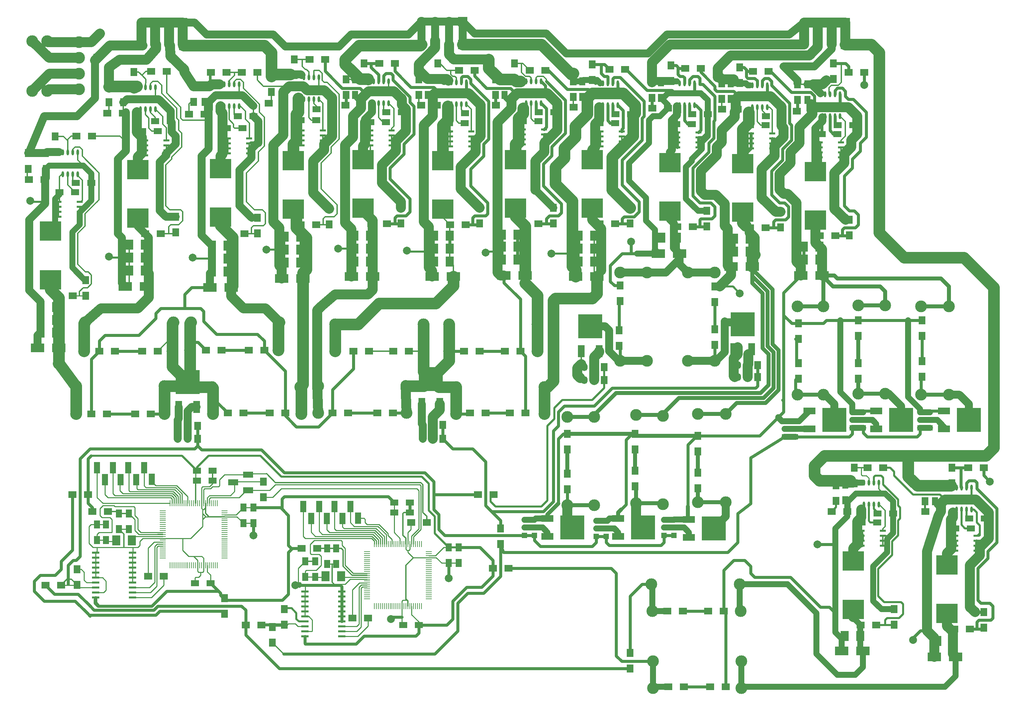
<source format=gtl>
G04 #@! TF.FileFunction,Copper,L1,Top,Signal*
%FSLAX46Y46*%
G04 Gerber Fmt 4.6, Leading zero omitted, Abs format (unit mm)*
G04 Created by KiCad (PCBNEW 4.0.2-stable) date 4/27/2016 2:04:58 PM*
%MOMM*%
G01*
G04 APERTURE LIST*
%ADD10C,0.100000*%
%ADD11R,2.000000X1.600000*%
%ADD12R,2.000000X2.500000*%
%ADD13R,1.600000X2.000000*%
%ADD14R,3.500120X2.301240*%
%ADD15R,2.000000X1.700000*%
%ADD16R,1.700000X2.000000*%
%ADD17C,3.000000*%
%ADD18R,5.500000X5.000000*%
%ADD19R,1.500000X0.280000*%
%ADD20R,0.280000X1.500000*%
%ADD21R,1.727200X2.032000*%
%ADD22O,1.727200X2.032000*%
%ADD23R,1.350000X1.350000*%
%ADD24C,1.350000*%
%ADD25C,2.400000*%
%ADD26R,2.400000X2.400000*%
%ADD27R,1.600000X3.000000*%
%ADD28R,1.651000X3.048000*%
%ADD29R,6.096000X6.096000*%
%ADD30R,3.048000X1.651000*%
%ADD31R,1.950000X0.600000*%
%ADD32O,0.609600X1.473200*%
%ADD33R,1.550000X0.600000*%
%ADD34R,2.500000X1.600000*%
%ADD35C,2.000000*%
%ADD36C,2.500000*%
%ADD37C,0.762000*%
%ADD38C,1.500000*%
%ADD39C,0.304800*%
%ADD40C,0.508000*%
%ADD41C,0.250000*%
%ADD42C,0.254000*%
%ADD43C,2.000000*%
%ADD44C,1.016000*%
%ADD45C,3.000000*%
G04 APERTURE END LIST*
D10*
D11*
X108934000Y-39878000D03*
X104934000Y-39878000D03*
X29711500Y-57743500D03*
X25711500Y-57743500D03*
X186912000Y-40386000D03*
X182912000Y-40386000D03*
D12*
X104870000Y-68834000D03*
X100870000Y-68834000D03*
X104870000Y-72136000D03*
X100870000Y-72136000D03*
X104870000Y-75438000D03*
X100870000Y-75438000D03*
X24861500Y-90318500D03*
X20861500Y-90318500D03*
X24861500Y-93568500D03*
X20861500Y-93568500D03*
X24861500Y-87068500D03*
X20861500Y-87068500D03*
X183102000Y-69342000D03*
X179102000Y-69342000D03*
D13*
X101092000Y-28988000D03*
X101092000Y-32988000D03*
D11*
X108998000Y-37338000D03*
X112998000Y-37338000D03*
D13*
X22236500Y-47793500D03*
X22236500Y-51793500D03*
D11*
X29861500Y-55393500D03*
X33861500Y-55393500D03*
D13*
X179070000Y-29750000D03*
X179070000Y-33750000D03*
D11*
X186976000Y-37846000D03*
X190976000Y-37846000D03*
X129000000Y-40132000D03*
X125000000Y-40132000D03*
X50768000Y-42164000D03*
X46768000Y-42164000D03*
D12*
X125190000Y-68834000D03*
X121190000Y-68834000D03*
X125190000Y-72136000D03*
X121190000Y-72136000D03*
X125190000Y-75438000D03*
X121190000Y-75438000D03*
X47466000Y-71120000D03*
X43466000Y-71120000D03*
X47466000Y-77724000D03*
X43466000Y-77724000D03*
X47466000Y-74422000D03*
X43466000Y-74422000D03*
D13*
X119634000Y-28988000D03*
X119634000Y-32988000D03*
D11*
X129064000Y-37592000D03*
X133064000Y-37592000D03*
D13*
X42024000Y-30806000D03*
X42024000Y-34806000D03*
D11*
X50070000Y-39624000D03*
X54070000Y-39624000D03*
X147796000Y-39624000D03*
X143796000Y-39624000D03*
X72358000Y-41402000D03*
X68358000Y-41402000D03*
D12*
X142462000Y-68580000D03*
X138462000Y-68580000D03*
X142462000Y-74930000D03*
X138462000Y-74930000D03*
X142462000Y-71628000D03*
X138462000Y-71628000D03*
X68548000Y-71374000D03*
X64548000Y-71374000D03*
X68548000Y-74676000D03*
X64548000Y-74676000D03*
X68548000Y-77978000D03*
X64548000Y-77978000D03*
D13*
X139192000Y-28988000D03*
X139192000Y-32988000D03*
D11*
X147860000Y-37338000D03*
X151860000Y-37338000D03*
D13*
X62738000Y-30766000D03*
X62738000Y-34766000D03*
D11*
X71152000Y-38354000D03*
X75152000Y-38354000D03*
X167354000Y-40132000D03*
X163354000Y-40132000D03*
X91154000Y-39370000D03*
X87154000Y-39370000D03*
D12*
X162020000Y-68834000D03*
X158020000Y-68834000D03*
X162020000Y-72136000D03*
X158020000Y-72136000D03*
X162020000Y-75438000D03*
X158020000Y-75438000D03*
X87090000Y-72390000D03*
X83090000Y-72390000D03*
X87090000Y-75692000D03*
X83090000Y-75692000D03*
X87090000Y-69088000D03*
X83090000Y-69088000D03*
D13*
X159004000Y-29496000D03*
X159004000Y-33496000D03*
D11*
X167418000Y-37846000D03*
X171418000Y-37846000D03*
D13*
X82804000Y-28226000D03*
X82804000Y-32226000D03*
D11*
X91218000Y-36576000D03*
X95218000Y-36576000D03*
X223996000Y-42926000D03*
X219996000Y-42926000D03*
X205708000Y-40640000D03*
X201708000Y-40640000D03*
D12*
X219424000Y-74930000D03*
X215424000Y-74930000D03*
X219424000Y-71628000D03*
X215424000Y-71628000D03*
X201644000Y-72898000D03*
X197644000Y-72898000D03*
X201644000Y-69596000D03*
X197644000Y-69596000D03*
D13*
X216408000Y-30258000D03*
X216408000Y-34258000D03*
D11*
X224060000Y-40640000D03*
X228060000Y-40640000D03*
D13*
X196850000Y-30004000D03*
X196850000Y-34004000D03*
D11*
X205772000Y-38354000D03*
X209772000Y-38354000D03*
X234156000Y-141986000D03*
X230156000Y-141986000D03*
X258032000Y-143510000D03*
X254032000Y-143510000D03*
D13*
X226060000Y-132366000D03*
X226060000Y-136366000D03*
D11*
X234220000Y-139700000D03*
X238220000Y-139700000D03*
X115030000Y-136906000D03*
X111030000Y-136906000D03*
X64738000Y-128778000D03*
X60738000Y-128778000D03*
X115030000Y-139446000D03*
X111030000Y-139446000D03*
X64738000Y-131318000D03*
X60738000Y-131318000D03*
D13*
X124968000Y-148368000D03*
X124968000Y-152368000D03*
X127508000Y-148368000D03*
X127508000Y-152368000D03*
X72644000Y-138208000D03*
X72644000Y-142208000D03*
X75184000Y-138208000D03*
X75184000Y-142208000D03*
X88392000Y-155924000D03*
X88392000Y-151924000D03*
X90932000Y-155924000D03*
X90932000Y-151924000D03*
X35306000Y-146526000D03*
X35306000Y-142526000D03*
X37592000Y-146526000D03*
X37592000Y-142526000D03*
X93980000Y-148622000D03*
X93980000Y-152622000D03*
X96266000Y-148622000D03*
X96266000Y-152622000D03*
X40894000Y-139732000D03*
X40894000Y-143732000D03*
X43434000Y-139732000D03*
X43434000Y-143732000D03*
D11*
X117316000Y-168148000D03*
X113316000Y-168148000D03*
X64230000Y-157480000D03*
X60230000Y-157480000D03*
D14*
X105570020Y-79248000D03*
X100169980Y-79248000D03*
X25564520Y-97473500D03*
X20164480Y-97473500D03*
X183802020Y-73406000D03*
X178401980Y-73406000D03*
D15*
X102584000Y-35560000D03*
X98584000Y-35560000D03*
X21936500Y-54543500D03*
X17936500Y-54543500D03*
X95282000Y-114046000D03*
X99282000Y-114046000D03*
X33814000Y-114300000D03*
X37814000Y-114300000D03*
X180816000Y-36322000D03*
X176816000Y-36322000D03*
D14*
X126144020Y-79248000D03*
X120743980Y-79248000D03*
X47912020Y-81788000D03*
X42511980Y-81788000D03*
D15*
X121888000Y-35560000D03*
X117888000Y-35560000D03*
X41878000Y-37592000D03*
X37878000Y-37592000D03*
X100616000Y-98298000D03*
X104616000Y-98298000D03*
X35846000Y-98298000D03*
X39846000Y-98298000D03*
D16*
X192786000Y-81820000D03*
X192786000Y-85820000D03*
X168656000Y-81566000D03*
X168656000Y-85566000D03*
D14*
X144432020Y-78994000D03*
X139031980Y-78994000D03*
X69502020Y-82042000D03*
X64101980Y-82042000D03*
D15*
X140938000Y-35560000D03*
X136938000Y-35560000D03*
X62706000Y-37846000D03*
X58706000Y-37846000D03*
X143224000Y-98298000D03*
X139224000Y-98298000D03*
X77946000Y-98044000D03*
X73946000Y-98044000D03*
D14*
X162720020Y-79248000D03*
X157319980Y-79248000D03*
X87790020Y-79756000D03*
X82389980Y-79756000D03*
D15*
X160750000Y-36068000D03*
X156750000Y-36068000D03*
X83026000Y-35052000D03*
X79026000Y-35052000D03*
X144494000Y-114046000D03*
X140494000Y-114046000D03*
X83280000Y-114046000D03*
X79280000Y-114046000D03*
D14*
X220124020Y-78994000D03*
X214723980Y-78994000D03*
X202344020Y-76708000D03*
X196943980Y-76708000D03*
D15*
X217646000Y-37084000D03*
X213646000Y-37084000D03*
X198596000Y-36576000D03*
X194596000Y-36576000D03*
D16*
X245618000Y-90456000D03*
X245618000Y-94456000D03*
X188468000Y-119920000D03*
X188468000Y-123920000D03*
X214122000Y-91218000D03*
X214122000Y-95218000D03*
X155194000Y-119412000D03*
X155194000Y-123412000D03*
X229362000Y-90456000D03*
X229362000Y-94456000D03*
X172466000Y-119412000D03*
X172466000Y-123412000D03*
D14*
X230538020Y-174752000D03*
X225137980Y-174752000D03*
X254160020Y-176276000D03*
X248759980Y-176276000D03*
D15*
X226536000Y-139192000D03*
X222536000Y-139192000D03*
X250412000Y-139192000D03*
X246412000Y-139192000D03*
X195040000Y-164592000D03*
X191040000Y-164592000D03*
X195548000Y-183896000D03*
X191548000Y-183896000D03*
D17*
X91694000Y-107188000D03*
X114194000Y-107188000D03*
X29972000Y-107188000D03*
X52472000Y-107188000D03*
X96012000Y-91440000D03*
X118512000Y-91440000D03*
X32258000Y-90932000D03*
X54758000Y-90932000D03*
X185928000Y-78232000D03*
X185928000Y-100732000D03*
X175514000Y-78232000D03*
X175514000Y-100732000D03*
X147574000Y-91440000D03*
X125074000Y-91440000D03*
X81788000Y-90932000D03*
X59288000Y-90932000D03*
X149352000Y-107442000D03*
X126852000Y-107442000D03*
X87122000Y-107442000D03*
X64622000Y-107442000D03*
X252476000Y-86868000D03*
X252476000Y-109368000D03*
X195580000Y-114300000D03*
X195580000Y-136800000D03*
X162052000Y-115062000D03*
X162052000Y-137562000D03*
X179578000Y-114808000D03*
X179578000Y-137308000D03*
X236220000Y-86614000D03*
X236220000Y-109114000D03*
X220472000Y-86868000D03*
X220472000Y-109368000D03*
X199136000Y-157734000D03*
X176636000Y-157734000D03*
X199517000Y-177419000D03*
X177017000Y-177419000D03*
X29972000Y-114300000D03*
X52472000Y-114300000D03*
X91694000Y-114046000D03*
X114194000Y-114046000D03*
X32004000Y-98298000D03*
X54504000Y-98298000D03*
X96012000Y-98298000D03*
X118512000Y-98298000D03*
X192786000Y-78232000D03*
X192786000Y-100732000D03*
X168656000Y-78232000D03*
X168656000Y-100732000D03*
X147574000Y-98298000D03*
X125074000Y-98298000D03*
X81534000Y-98044000D03*
X59034000Y-98044000D03*
X149352000Y-114300000D03*
X126852000Y-114300000D03*
X87376000Y-114300000D03*
X64876000Y-114300000D03*
X155194000Y-115062000D03*
X155194000Y-137562000D03*
X245364000Y-86868000D03*
X245364000Y-109368000D03*
X188468000Y-114300000D03*
X188468000Y-136800000D03*
X172720000Y-114554000D03*
X172720000Y-137054000D03*
X229362000Y-86614000D03*
X229362000Y-109114000D03*
X213868000Y-86868000D03*
X213868000Y-109368000D03*
X199390000Y-164592000D03*
X176890000Y-164592000D03*
X199517000Y-184277000D03*
X177017000Y-184277000D03*
D18*
X103124000Y-49424740D03*
X103124000Y-61827260D03*
X23461500Y-67692240D03*
X23461500Y-80094760D03*
X181356000Y-50186740D03*
X181356000Y-62589260D03*
X123444000Y-49678740D03*
X123444000Y-62081260D03*
X45720000Y-51964740D03*
X45720000Y-64367260D03*
X141986000Y-49424740D03*
X141986000Y-61827260D03*
X66802000Y-51710740D03*
X66802000Y-64113260D03*
X161544000Y-49424740D03*
X161544000Y-61827260D03*
X85344000Y-49678740D03*
X85344000Y-62081260D03*
X218440000Y-52472740D03*
X218440000Y-64875260D03*
X199898000Y-50440740D03*
X199898000Y-62843260D03*
X228092000Y-151786740D03*
X228092000Y-164189260D03*
X251968000Y-152802740D03*
X251968000Y-165205260D03*
D19*
X104114000Y-149448000D03*
X104114000Y-149948000D03*
X104114000Y-150448000D03*
X104114000Y-150948000D03*
X104114000Y-151448000D03*
X104114000Y-151948000D03*
X104114000Y-152448000D03*
X104114000Y-152948000D03*
X104114000Y-153448000D03*
X104114000Y-153948000D03*
X104114000Y-154448000D03*
X104114000Y-154948000D03*
X104114000Y-155448000D03*
X104114000Y-155948000D03*
X104114000Y-156448000D03*
X104114000Y-156948000D03*
X104114000Y-157448000D03*
X104114000Y-157948000D03*
X104114000Y-158448000D03*
X104114000Y-158948000D03*
X104114000Y-159448000D03*
X104114000Y-159948000D03*
X104114000Y-160448000D03*
X104114000Y-160948000D03*
X104114000Y-161448000D03*
D20*
X106014000Y-163348000D03*
X106514000Y-163348000D03*
X107014000Y-163348000D03*
X107514000Y-163348000D03*
X108014000Y-163348000D03*
X108514000Y-163348000D03*
X109014000Y-163348000D03*
X109514000Y-163348000D03*
X110014000Y-163348000D03*
X110514000Y-163348000D03*
X111014000Y-163348000D03*
X111514000Y-163348000D03*
X112014000Y-163348000D03*
X112514000Y-163348000D03*
X113014000Y-163348000D03*
X113514000Y-163348000D03*
X114014000Y-163348000D03*
X114514000Y-163348000D03*
X115014000Y-163348000D03*
X115514000Y-163348000D03*
X116014000Y-163348000D03*
X116514000Y-163348000D03*
X117014000Y-163348000D03*
X117514000Y-163348000D03*
X118014000Y-163348000D03*
D19*
X119914000Y-161448000D03*
X119914000Y-160948000D03*
X119914000Y-160448000D03*
X119914000Y-159948000D03*
X119914000Y-159448000D03*
X119914000Y-158948000D03*
X119914000Y-158448000D03*
X119914000Y-157948000D03*
X119914000Y-157448000D03*
X119914000Y-156948000D03*
X119914000Y-156448000D03*
X119914000Y-155948000D03*
X119914000Y-155448000D03*
X119914000Y-154948000D03*
X119914000Y-154448000D03*
X119914000Y-153948000D03*
X119914000Y-153448000D03*
X119914000Y-152948000D03*
X119914000Y-152448000D03*
X119914000Y-151948000D03*
X119914000Y-151448000D03*
X119914000Y-150948000D03*
X119914000Y-150448000D03*
X119914000Y-149948000D03*
X119914000Y-149448000D03*
D20*
X118014000Y-147548000D03*
X117514000Y-147548000D03*
X117014000Y-147548000D03*
X116514000Y-147548000D03*
X116014000Y-147548000D03*
X115514000Y-147548000D03*
X115014000Y-147548000D03*
X114514000Y-147548000D03*
X114014000Y-147548000D03*
X113514000Y-147548000D03*
X113014000Y-147548000D03*
X112514000Y-147548000D03*
X112014000Y-147548000D03*
X111514000Y-147548000D03*
X111014000Y-147548000D03*
X110514000Y-147548000D03*
X110014000Y-147548000D03*
X109514000Y-147548000D03*
X109014000Y-147548000D03*
X108514000Y-147548000D03*
X108014000Y-147548000D03*
X107514000Y-147548000D03*
X107014000Y-147548000D03*
X106514000Y-147548000D03*
X106014000Y-147548000D03*
D19*
X52044000Y-139034000D03*
X52044000Y-139534000D03*
X52044000Y-140034000D03*
X52044000Y-140534000D03*
X52044000Y-141034000D03*
X52044000Y-141534000D03*
X52044000Y-142034000D03*
X52044000Y-142534000D03*
X52044000Y-143034000D03*
X52044000Y-143534000D03*
X52044000Y-144034000D03*
X52044000Y-144534000D03*
X52044000Y-145034000D03*
X52044000Y-145534000D03*
X52044000Y-146034000D03*
X52044000Y-146534000D03*
X52044000Y-147034000D03*
X52044000Y-147534000D03*
X52044000Y-148034000D03*
X52044000Y-148534000D03*
X52044000Y-149034000D03*
X52044000Y-149534000D03*
X52044000Y-150034000D03*
X52044000Y-150534000D03*
X52044000Y-151034000D03*
D20*
X53944000Y-152934000D03*
X54444000Y-152934000D03*
X54944000Y-152934000D03*
X55444000Y-152934000D03*
X55944000Y-152934000D03*
X56444000Y-152934000D03*
X56944000Y-152934000D03*
X57444000Y-152934000D03*
X57944000Y-152934000D03*
X58444000Y-152934000D03*
X58944000Y-152934000D03*
X59444000Y-152934000D03*
X59944000Y-152934000D03*
X60444000Y-152934000D03*
X60944000Y-152934000D03*
X61444000Y-152934000D03*
X61944000Y-152934000D03*
X62444000Y-152934000D03*
X62944000Y-152934000D03*
X63444000Y-152934000D03*
X63944000Y-152934000D03*
X64444000Y-152934000D03*
X64944000Y-152934000D03*
X65444000Y-152934000D03*
X65944000Y-152934000D03*
D19*
X67844000Y-151034000D03*
X67844000Y-150534000D03*
X67844000Y-150034000D03*
X67844000Y-149534000D03*
X67844000Y-149034000D03*
X67844000Y-148534000D03*
X67844000Y-148034000D03*
X67844000Y-147534000D03*
X67844000Y-147034000D03*
X67844000Y-146534000D03*
X67844000Y-146034000D03*
X67844000Y-145534000D03*
X67844000Y-145034000D03*
X67844000Y-144534000D03*
X67844000Y-144034000D03*
X67844000Y-143534000D03*
X67844000Y-143034000D03*
X67844000Y-142534000D03*
X67844000Y-142034000D03*
X67844000Y-141534000D03*
X67844000Y-141034000D03*
X67844000Y-140534000D03*
X67844000Y-140034000D03*
X67844000Y-139534000D03*
X67844000Y-139034000D03*
D20*
X65944000Y-137134000D03*
X65444000Y-137134000D03*
X64944000Y-137134000D03*
X64444000Y-137134000D03*
X63944000Y-137134000D03*
X63444000Y-137134000D03*
X62944000Y-137134000D03*
X62444000Y-137134000D03*
X61944000Y-137134000D03*
X61444000Y-137134000D03*
X60944000Y-137134000D03*
X60444000Y-137134000D03*
X59944000Y-137134000D03*
X59444000Y-137134000D03*
X58944000Y-137134000D03*
X58444000Y-137134000D03*
X57944000Y-137134000D03*
X57444000Y-137134000D03*
X56944000Y-137134000D03*
X56444000Y-137134000D03*
X55944000Y-137134000D03*
X55444000Y-137134000D03*
X54944000Y-137134000D03*
X54444000Y-137134000D03*
X53944000Y-137134000D03*
D17*
X18822000Y-31898000D03*
X22622000Y-31898000D03*
X22622000Y-19198000D03*
X18822000Y-19198000D03*
X30734000Y-19496000D03*
X30734000Y-31496000D03*
X30734000Y-27496000D03*
X30734000Y-23496000D03*
D21*
X203708000Y-101854000D03*
D22*
X201168000Y-101854000D03*
X198628000Y-101854000D03*
D21*
X164592000Y-102362000D03*
D22*
X162052000Y-102362000D03*
X159512000Y-102362000D03*
D21*
X123444000Y-117094000D03*
D22*
X120904000Y-117094000D03*
X118364000Y-117094000D03*
D21*
X60960000Y-117348000D03*
D22*
X58420000Y-117348000D03*
X55880000Y-117348000D03*
D21*
X164592000Y-105664000D03*
D22*
X162052000Y-105664000D03*
X159512000Y-105664000D03*
D21*
X203708000Y-104902000D03*
D22*
X201168000Y-104902000D03*
X198628000Y-104902000D03*
D21*
X123444000Y-120650000D03*
D22*
X120904000Y-120650000D03*
X118364000Y-120650000D03*
D21*
X60960000Y-120650000D03*
D22*
X58420000Y-120650000D03*
X55880000Y-120650000D03*
D23*
X247650000Y-117856000D03*
D24*
X247650000Y-115856000D03*
X247650000Y-113856000D03*
D23*
X182372000Y-145288000D03*
D24*
X182372000Y-143288000D03*
X182372000Y-141288000D03*
D23*
X213360000Y-120142000D03*
D24*
X213360000Y-118142000D03*
X213360000Y-116142000D03*
D23*
X146812000Y-145288000D03*
D24*
X146812000Y-143288000D03*
X146812000Y-141288000D03*
D23*
X230632000Y-117856000D03*
D24*
X230632000Y-115856000D03*
X230632000Y-113856000D03*
D23*
X165100000Y-145542000D03*
D24*
X165100000Y-143542000D03*
X165100000Y-141542000D03*
D25*
X219060000Y-20066000D03*
X215560000Y-20066000D03*
X222560000Y-20066000D03*
D26*
X226060000Y-20066000D03*
D25*
X121524000Y-20066000D03*
X118024000Y-20066000D03*
X125024000Y-20066000D03*
D26*
X128524000Y-20066000D03*
D25*
X50404000Y-20320000D03*
X46904000Y-20320000D03*
X53904000Y-20320000D03*
D26*
X57404000Y-20320000D03*
D25*
X50150000Y-14478000D03*
X46650000Y-14478000D03*
X53650000Y-14478000D03*
D26*
X57150000Y-14478000D03*
D25*
X121524000Y-14224000D03*
X118024000Y-14224000D03*
X125024000Y-14224000D03*
D26*
X128524000Y-14224000D03*
D25*
X219060000Y-14478000D03*
X215560000Y-14478000D03*
X222560000Y-14478000D03*
D26*
X226060000Y-14478000D03*
D27*
X49296000Y-131040000D03*
X47306000Y-128030000D03*
X45306000Y-131050000D03*
X43266000Y-128060000D03*
X41286000Y-131050000D03*
X39316000Y-128040000D03*
X37306000Y-131050000D03*
X35306000Y-128020000D03*
X101874000Y-140946000D03*
X99884000Y-137936000D03*
X97884000Y-140956000D03*
X95844000Y-137966000D03*
X93864000Y-140956000D03*
X91894000Y-137946000D03*
X89884000Y-140956000D03*
X87884000Y-137926000D03*
D28*
X118110000Y-111760000D03*
D29*
X120396000Y-105410000D03*
D28*
X122682000Y-111760000D03*
X56134000Y-112522000D03*
D29*
X58420000Y-106172000D03*
D28*
X60706000Y-112522000D03*
D30*
X251206000Y-113538000D03*
D29*
X257556000Y-115824000D03*
D30*
X251206000Y-118110000D03*
X186182000Y-141224000D03*
D29*
X192532000Y-143510000D03*
D30*
X186182000Y-145796000D03*
X216916000Y-113538000D03*
D29*
X223266000Y-115824000D03*
D30*
X216916000Y-118110000D03*
X150114000Y-140970000D03*
D29*
X156464000Y-143256000D03*
D30*
X150114000Y-145542000D03*
X233934000Y-113538000D03*
D29*
X240284000Y-115824000D03*
D30*
X233934000Y-118110000D03*
X168148000Y-140970000D03*
D29*
X174498000Y-143256000D03*
D30*
X168148000Y-145542000D03*
D16*
X98806000Y-28988000D03*
X98806000Y-32988000D03*
X103378000Y-28924000D03*
X103378000Y-24924000D03*
X17786500Y-47793500D03*
X17786500Y-51793500D03*
X24586500Y-47518500D03*
X24586500Y-43518500D03*
X176784000Y-29750000D03*
X176784000Y-33750000D03*
X181610000Y-29432000D03*
X181610000Y-25432000D03*
D15*
X105188000Y-65786000D03*
X109188000Y-65786000D03*
X110712000Y-114046000D03*
X106712000Y-114046000D03*
X25086500Y-84193500D03*
X29086500Y-84193500D03*
X48990000Y-114300000D03*
X44990000Y-114300000D03*
X183166000Y-66548000D03*
X187166000Y-66548000D03*
X107220000Y-24892000D03*
X111220000Y-24892000D03*
X30004000Y-43434000D03*
X34004000Y-43434000D03*
X185198000Y-26162000D03*
X189198000Y-26162000D03*
D16*
X112776000Y-65754000D03*
X112776000Y-61754000D03*
X32411500Y-84168500D03*
X32411500Y-80168500D03*
X190754000Y-66516000D03*
X190754000Y-62516000D03*
X117348000Y-28988000D03*
X117348000Y-32988000D03*
X122174000Y-28924000D03*
X122174000Y-24924000D03*
X38324000Y-30856000D03*
X38324000Y-34856000D03*
X44649000Y-31081000D03*
X44649000Y-27081000D03*
D15*
X125254000Y-66040000D03*
X129254000Y-66040000D03*
X114776000Y-98298000D03*
X110776000Y-98298000D03*
X47530000Y-68326000D03*
X51530000Y-68326000D03*
X50768000Y-98298000D03*
X46768000Y-98298000D03*
X127540000Y-26670000D03*
X131540000Y-26670000D03*
X49054000Y-26924000D03*
X53054000Y-26924000D03*
D16*
X132842000Y-65754000D03*
X132842000Y-61754000D03*
X55372000Y-68040000D03*
X55372000Y-64040000D03*
X192786000Y-96742000D03*
X192786000Y-92742000D03*
X168402000Y-96996000D03*
X168402000Y-92996000D03*
X136906000Y-28988000D03*
X136906000Y-32988000D03*
X141732000Y-28924000D03*
X141732000Y-24924000D03*
X59944000Y-30766000D03*
X59944000Y-34766000D03*
D15*
X64294000Y-27178000D03*
X68294000Y-27178000D03*
X143796000Y-65786000D03*
X147796000Y-65786000D03*
X128810000Y-98298000D03*
X132810000Y-98298000D03*
X68866000Y-68326000D03*
X72866000Y-68326000D03*
X63024000Y-98044000D03*
X67024000Y-98044000D03*
X145574000Y-26670000D03*
X149574000Y-26670000D03*
X72168000Y-27178000D03*
X76168000Y-27178000D03*
D16*
X151638000Y-65754000D03*
X151638000Y-61754000D03*
X76200000Y-68294000D03*
X76200000Y-64294000D03*
X156718000Y-29496000D03*
X156718000Y-33496000D03*
X161544000Y-29178000D03*
X161544000Y-25178000D03*
X79756000Y-28226000D03*
X79756000Y-32226000D03*
X85598000Y-27908000D03*
X85598000Y-23908000D03*
D15*
X163354000Y-65786000D03*
X167354000Y-65786000D03*
X130334000Y-114046000D03*
X134334000Y-114046000D03*
X87154000Y-66040000D03*
X91154000Y-66040000D03*
X68612000Y-114046000D03*
X72612000Y-114046000D03*
X165894000Y-26416000D03*
X169894000Y-26416000D03*
D16*
X213868000Y-30258000D03*
X213868000Y-34258000D03*
X223012000Y-28924000D03*
X223012000Y-24924000D03*
X194564000Y-30004000D03*
X194564000Y-34004000D03*
X199136000Y-29940000D03*
X199136000Y-25940000D03*
D15*
X89440000Y-23876000D03*
X93440000Y-23876000D03*
X219488000Y-68834000D03*
X223488000Y-68834000D03*
D16*
X171196000Y-65754000D03*
X171196000Y-61754000D03*
D15*
X201708000Y-66802000D03*
X205708000Y-66802000D03*
D16*
X94488000Y-66008000D03*
X94488000Y-62008000D03*
D15*
X226854000Y-27178000D03*
X230854000Y-27178000D03*
X202470000Y-26924000D03*
X206470000Y-26924000D03*
D16*
X227076000Y-68802000D03*
X227076000Y-64802000D03*
X209550000Y-66770000D03*
X209550000Y-62770000D03*
X245618000Y-104870000D03*
X245618000Y-100870000D03*
X188468000Y-133318000D03*
X188468000Y-129318000D03*
X214122000Y-105378000D03*
X214122000Y-101378000D03*
X155194000Y-133572000D03*
X155194000Y-129572000D03*
X229362000Y-105378000D03*
X229362000Y-101378000D03*
X172466000Y-132810000D03*
X172466000Y-128810000D03*
X223647000Y-132493000D03*
X223647000Y-136493000D03*
X228346000Y-132048000D03*
X228346000Y-128048000D03*
X246380000Y-132620000D03*
X246380000Y-136620000D03*
X253238000Y-132048000D03*
X253238000Y-128048000D03*
D15*
X229902000Y-168148000D03*
X233902000Y-168148000D03*
X180626000Y-164592000D03*
X184626000Y-164592000D03*
X253778000Y-169164000D03*
X257778000Y-169164000D03*
X180880000Y-183896000D03*
X184880000Y-183896000D03*
X231680000Y-128016000D03*
X235680000Y-128016000D03*
X257334000Y-128016000D03*
X261334000Y-128016000D03*
D16*
X238506000Y-168116000D03*
X238506000Y-164116000D03*
X261366000Y-168878000D03*
X261366000Y-164878000D03*
D15*
X73184000Y-168148000D03*
X77184000Y-168148000D03*
X22130000Y-157988000D03*
X26130000Y-157988000D03*
D16*
X83058000Y-168116000D03*
X83058000Y-164116000D03*
X30226000Y-157956000D03*
X30226000Y-153956000D03*
D31*
X97664000Y-171069000D03*
X97664000Y-169799000D03*
X97664000Y-168529000D03*
X97664000Y-167259000D03*
X97664000Y-165989000D03*
X97664000Y-164719000D03*
X97664000Y-163449000D03*
X97664000Y-162179000D03*
X97664000Y-160909000D03*
X97664000Y-159639000D03*
X88264000Y-159639000D03*
X88264000Y-160909000D03*
X88264000Y-162179000D03*
X88264000Y-163449000D03*
X88264000Y-164719000D03*
X88264000Y-165989000D03*
X88264000Y-167259000D03*
X88264000Y-168529000D03*
X88264000Y-169799000D03*
X88264000Y-171069000D03*
X44324000Y-161163000D03*
X44324000Y-159893000D03*
X44324000Y-158623000D03*
X44324000Y-157353000D03*
X44324000Y-156083000D03*
X44324000Y-154813000D03*
X44324000Y-153543000D03*
X44324000Y-152273000D03*
X44324000Y-151003000D03*
X44324000Y-149733000D03*
X34924000Y-149733000D03*
X34924000Y-151003000D03*
X34924000Y-152273000D03*
X34924000Y-153543000D03*
X34924000Y-154813000D03*
X34924000Y-156083000D03*
X34924000Y-157353000D03*
X34924000Y-158623000D03*
X34924000Y-159893000D03*
X34924000Y-161163000D03*
D32*
X105791000Y-35052000D03*
X107061000Y-35052000D03*
X108331000Y-35052000D03*
X109601000Y-35052000D03*
X109601000Y-29464000D03*
X108331000Y-29464000D03*
X107061000Y-29464000D03*
X105791000Y-29464000D03*
X26581500Y-53212500D03*
X27851500Y-53212500D03*
X29121500Y-53212500D03*
X30391500Y-53212500D03*
X30391500Y-47624500D03*
X29121500Y-47624500D03*
X27851500Y-47624500D03*
X26581500Y-47624500D03*
X183769000Y-35560000D03*
X185039000Y-35560000D03*
X186309000Y-35560000D03*
X187579000Y-35560000D03*
X187579000Y-29972000D03*
X186309000Y-29972000D03*
X185039000Y-29972000D03*
X183769000Y-29972000D03*
X125603000Y-35306000D03*
X126873000Y-35306000D03*
X128143000Y-35306000D03*
X129413000Y-35306000D03*
X129413000Y-29718000D03*
X128143000Y-29718000D03*
X126873000Y-29718000D03*
X125603000Y-29718000D03*
X46355000Y-36576000D03*
X47625000Y-36576000D03*
X48895000Y-36576000D03*
X50165000Y-36576000D03*
X50165000Y-30988000D03*
X48895000Y-30988000D03*
X47625000Y-30988000D03*
X46355000Y-30988000D03*
X144653000Y-35052000D03*
X145923000Y-35052000D03*
X147193000Y-35052000D03*
X148463000Y-35052000D03*
X148463000Y-29464000D03*
X147193000Y-29464000D03*
X145923000Y-29464000D03*
X144653000Y-29464000D03*
X67691000Y-35814000D03*
X68961000Y-35814000D03*
X70231000Y-35814000D03*
X71501000Y-35814000D03*
X71501000Y-30226000D03*
X70231000Y-30226000D03*
X68961000Y-30226000D03*
X67691000Y-30226000D03*
X164211000Y-35560000D03*
X165481000Y-35560000D03*
X166751000Y-35560000D03*
X168021000Y-35560000D03*
X168021000Y-29972000D03*
X166751000Y-29972000D03*
X165481000Y-29972000D03*
X164211000Y-29972000D03*
X88011000Y-34036000D03*
X89281000Y-34036000D03*
X90551000Y-34036000D03*
X91821000Y-34036000D03*
X91821000Y-28448000D03*
X90551000Y-28448000D03*
X89281000Y-28448000D03*
X88011000Y-28448000D03*
X220853000Y-38354000D03*
X222123000Y-38354000D03*
X223393000Y-38354000D03*
X224663000Y-38354000D03*
X224663000Y-32766000D03*
X223393000Y-32766000D03*
X222123000Y-32766000D03*
X220853000Y-32766000D03*
X202311000Y-36068000D03*
X203581000Y-36068000D03*
X204851000Y-36068000D03*
X206121000Y-36068000D03*
X206121000Y-30480000D03*
X204851000Y-30480000D03*
X203581000Y-30480000D03*
X202311000Y-30480000D03*
X230759000Y-137414000D03*
X232029000Y-137414000D03*
X233299000Y-137414000D03*
X234569000Y-137414000D03*
X234569000Y-131826000D03*
X233299000Y-131826000D03*
X232029000Y-131826000D03*
X230759000Y-131826000D03*
X254381000Y-138684000D03*
X255651000Y-138684000D03*
X256921000Y-138684000D03*
X258191000Y-138684000D03*
X258191000Y-133096000D03*
X256921000Y-133096000D03*
X255651000Y-133096000D03*
X254381000Y-133096000D03*
D12*
X253460000Y-172212000D03*
X249460000Y-172212000D03*
D11*
X257588000Y-140970000D03*
X261588000Y-140970000D03*
D23*
X210566000Y-120142000D03*
D24*
X210566000Y-118142000D03*
X210566000Y-116142000D03*
D23*
X227838000Y-117856000D03*
D24*
X227838000Y-115856000D03*
X227838000Y-113856000D03*
D23*
X162560000Y-145542000D03*
D24*
X162560000Y-143542000D03*
X162560000Y-141542000D03*
D23*
X245110000Y-117856000D03*
D24*
X245110000Y-115856000D03*
X245110000Y-113856000D03*
D23*
X179832000Y-145288000D03*
D24*
X179832000Y-143288000D03*
X179832000Y-141288000D03*
D23*
X144272000Y-145288000D03*
D24*
X144272000Y-143288000D03*
X144272000Y-141288000D03*
D33*
X110396000Y-45847000D03*
X110396000Y-44577000D03*
X110396000Y-43307000D03*
X110396000Y-42037000D03*
X104996000Y-42037000D03*
X104996000Y-43307000D03*
X104996000Y-44577000D03*
X104996000Y-45847000D03*
X30861500Y-64023500D03*
X30861500Y-62753500D03*
X30861500Y-61483500D03*
X30861500Y-60213500D03*
X25461500Y-60213500D03*
X25461500Y-61483500D03*
X25461500Y-62753500D03*
X25461500Y-64023500D03*
X188628000Y-46355000D03*
X188628000Y-45085000D03*
X188628000Y-43815000D03*
X188628000Y-42545000D03*
X183228000Y-42545000D03*
X183228000Y-43815000D03*
X183228000Y-45085000D03*
X183228000Y-46355000D03*
X130716000Y-46101000D03*
X130716000Y-44831000D03*
X130716000Y-43561000D03*
X130716000Y-42291000D03*
X125316000Y-42291000D03*
X125316000Y-43561000D03*
X125316000Y-44831000D03*
X125316000Y-46101000D03*
X52992000Y-48387000D03*
X52992000Y-47117000D03*
X52992000Y-45847000D03*
X52992000Y-44577000D03*
X47592000Y-44577000D03*
X47592000Y-45847000D03*
X47592000Y-47117000D03*
X47592000Y-48387000D03*
X149258000Y-45593000D03*
X149258000Y-44323000D03*
X149258000Y-43053000D03*
X149258000Y-41783000D03*
X143858000Y-41783000D03*
X143858000Y-43053000D03*
X143858000Y-44323000D03*
X143858000Y-45593000D03*
X74074000Y-47879000D03*
X74074000Y-46609000D03*
X74074000Y-45339000D03*
X74074000Y-44069000D03*
X68674000Y-44069000D03*
X68674000Y-45339000D03*
X68674000Y-46609000D03*
X68674000Y-47879000D03*
X169070000Y-46101000D03*
X169070000Y-44831000D03*
X169070000Y-43561000D03*
X169070000Y-42291000D03*
X163670000Y-42291000D03*
X163670000Y-43561000D03*
X163670000Y-44831000D03*
X163670000Y-46101000D03*
X92870000Y-45847000D03*
X92870000Y-44577000D03*
X92870000Y-43307000D03*
X92870000Y-42037000D03*
X87470000Y-42037000D03*
X87470000Y-43307000D03*
X87470000Y-44577000D03*
X87470000Y-45847000D03*
X224950000Y-48895000D03*
X224950000Y-47625000D03*
X224950000Y-46355000D03*
X224950000Y-45085000D03*
X219550000Y-45085000D03*
X219550000Y-46355000D03*
X219550000Y-47625000D03*
X219550000Y-48895000D03*
X207424000Y-46609000D03*
X207424000Y-45339000D03*
X207424000Y-44069000D03*
X207424000Y-42799000D03*
X202024000Y-42799000D03*
X202024000Y-44069000D03*
X202024000Y-45339000D03*
X202024000Y-46609000D03*
X235618000Y-147955000D03*
X235618000Y-146685000D03*
X235618000Y-145415000D03*
X235618000Y-144145000D03*
X230218000Y-144145000D03*
X230218000Y-145415000D03*
X230218000Y-146685000D03*
X230218000Y-147955000D03*
X259494000Y-149225000D03*
X259494000Y-147955000D03*
X259494000Y-146685000D03*
X259494000Y-145415000D03*
X254094000Y-145415000D03*
X254094000Y-146685000D03*
X254094000Y-147955000D03*
X254094000Y-149225000D03*
D28*
X158750000Y-98298000D03*
D29*
X161036000Y-91948000D03*
D28*
X163322000Y-98298000D03*
X197612000Y-97790000D03*
D29*
X199898000Y-91440000D03*
D28*
X202184000Y-97790000D03*
D12*
X229838000Y-170942000D03*
X225838000Y-170942000D03*
D15*
X91408000Y-148590000D03*
X87408000Y-148590000D03*
X38068000Y-139192000D03*
X34068000Y-139192000D03*
X48292000Y-155702000D03*
X52292000Y-155702000D03*
X100362000Y-166370000D03*
X104362000Y-166370000D03*
D16*
X138176000Y-147542000D03*
X138176000Y-143542000D03*
D34*
X73782000Y-129794000D03*
X69982000Y-131794000D03*
X73782000Y-133794000D03*
D15*
X119348000Y-141986000D03*
X115348000Y-141986000D03*
D16*
X77724000Y-131604000D03*
X77724000Y-135604000D03*
D13*
X248920000Y-132620000D03*
X248920000Y-136620000D03*
D16*
X171196000Y-179292000D03*
X171196000Y-175292000D03*
D15*
X140176000Y-153670000D03*
X136176000Y-153670000D03*
D16*
X80010000Y-172688000D03*
X80010000Y-168688000D03*
D15*
X28988000Y-134874000D03*
X32988000Y-134874000D03*
D16*
X67818000Y-165322000D03*
X67818000Y-161322000D03*
D15*
X132366000Y-134874000D03*
X136366000Y-134874000D03*
D12*
X40164000Y-146558000D03*
X44164000Y-146558000D03*
X93504000Y-155702000D03*
X97504000Y-155702000D03*
D35*
X110236000Y-166624000D03*
X85852000Y-157988000D03*
X218948000Y-147574000D03*
X243332000Y-171958000D03*
X171450000Y-70358000D03*
X36068000Y-17272000D03*
X18288000Y-59944000D03*
X38354000Y-74168000D03*
X59690000Y-74422000D03*
X78486000Y-72390000D03*
X96774000Y-72136000D03*
X114300000Y-72644000D03*
X134366000Y-73152000D03*
X151130000Y-73406000D03*
X199136000Y-83566000D03*
X124968000Y-156210000D03*
X75184000Y-145288000D03*
X262890000Y-131572000D03*
X230854000Y-30448000D03*
D36*
X162052000Y-105664000D02*
X162052000Y-102362000D01*
X162052000Y-102362000D02*
X162052000Y-99822000D01*
X162052000Y-99822000D02*
X163322000Y-98552000D01*
X163322000Y-98552000D02*
X163322000Y-98298000D01*
D37*
X202184000Y-97790000D02*
X202184000Y-98204002D01*
X202184000Y-98204002D02*
X201168000Y-99220002D01*
X201168000Y-99220002D02*
X201168000Y-101854000D01*
D36*
X201168000Y-104902000D02*
X201168000Y-101854000D01*
X201168000Y-101854000D02*
X201328002Y-101693998D01*
X201328002Y-101693998D02*
X201328002Y-99060000D01*
D37*
X33401000Y-163195000D02*
X34544000Y-164338000D01*
X50800000Y-163322000D02*
X67818000Y-163322000D01*
X49784000Y-164338000D02*
X50800000Y-163322000D01*
X34544000Y-164338000D02*
X49784000Y-164338000D01*
X73184000Y-168148000D02*
X73184000Y-170720000D01*
X81756000Y-179292000D02*
X171196000Y-179292000D01*
X73184000Y-170720000D02*
X81756000Y-179292000D01*
X67818000Y-163322000D02*
X72136000Y-163322000D01*
X72136000Y-163322000D02*
X73184000Y-164370000D01*
X73184000Y-164370000D02*
X73184000Y-168148000D01*
X67818000Y-163322000D02*
X67564000Y-163322000D01*
X33528000Y-163322000D02*
X33401000Y-163195000D01*
X33401000Y-163195000D02*
X30480000Y-160274000D01*
X30480000Y-160274000D02*
X24416000Y-160274000D01*
X22130000Y-157988000D02*
X24416000Y-160274000D01*
X176636000Y-157734000D02*
X174244000Y-157734000D01*
X171196000Y-160782000D02*
X171196000Y-175038000D01*
X174244000Y-157734000D02*
X171196000Y-160782000D01*
D38*
X176890000Y-164592000D02*
X176890000Y-157988000D01*
X176890000Y-157988000D02*
X176636000Y-157734000D01*
X180626000Y-164592000D02*
X176890000Y-164592000D01*
D37*
X167640000Y-161036000D02*
X167640000Y-154940000D01*
X166370000Y-153670000D02*
X140176000Y-153670000D01*
X167640000Y-154940000D02*
X166370000Y-153670000D01*
X34924000Y-161163000D02*
X34924000Y-162434000D01*
X36322000Y-163375998D02*
X36322000Y-163322000D01*
X35560000Y-163375998D02*
X36322000Y-163375998D01*
X35560000Y-163070000D02*
X35560000Y-163375998D01*
X34924000Y-162434000D02*
X35560000Y-163070000D01*
X32988000Y-134874000D02*
X32988000Y-137128000D01*
X34068000Y-138208000D02*
X34068000Y-139192000D01*
X32988000Y-137128000D02*
X34068000Y-138208000D01*
D39*
X34068000Y-139192000D02*
X34068000Y-137954000D01*
X34068000Y-137954000D02*
X32988000Y-136874000D01*
X60444000Y-137134000D02*
X60444000Y-131612000D01*
X60444000Y-131612000D02*
X60738000Y-131318000D01*
X32988000Y-136874000D02*
X32988000Y-134874000D01*
D37*
X117316000Y-168148000D02*
X117316000Y-170212000D01*
X88264000Y-172846000D02*
X88264000Y-171069000D01*
X88392000Y-172974000D02*
X88264000Y-172846000D01*
X101346000Y-172974000D02*
X88392000Y-172974000D01*
X103378000Y-170942000D02*
X101346000Y-172974000D01*
X116586000Y-170942000D02*
X103378000Y-170942000D01*
X117316000Y-170212000D02*
X116586000Y-170942000D01*
X82423000Y-138557000D02*
X82423000Y-136017000D01*
X109506000Y-135382000D02*
X111030000Y-136906000D01*
X83058000Y-135382000D02*
X109506000Y-135382000D01*
X82423000Y-136017000D02*
X83058000Y-135382000D01*
X32893000Y-165227000D02*
X33528000Y-165862000D01*
X51308000Y-164592000D02*
X67088000Y-164592000D01*
X50292000Y-165608000D02*
X51308000Y-164592000D01*
X33274000Y-165608000D02*
X50292000Y-165608000D01*
X33528000Y-165862000D02*
X33274000Y-165608000D01*
X67088000Y-164592000D02*
X67818000Y-165322000D01*
X66278000Y-159528000D02*
X53070000Y-159528000D01*
X34798000Y-162560000D02*
X34798000Y-161544000D01*
X35560000Y-163322000D02*
X34798000Y-162560000D01*
X49276000Y-163322000D02*
X36322000Y-163322000D01*
X36322000Y-163322000D02*
X35560000Y-163322000D01*
X53070000Y-159528000D02*
X49276000Y-163322000D01*
X32988000Y-134874000D02*
X32988000Y-125762000D01*
X32988000Y-125762000D02*
X33782000Y-124968000D01*
X32988000Y-136874000D02*
X32988000Y-134874000D01*
X28988000Y-134874000D02*
X28988000Y-149066000D01*
X28988000Y-149066000D02*
X26162000Y-151892000D01*
X26162000Y-151892000D02*
X26162000Y-153924000D01*
X26162000Y-153924000D02*
X24638000Y-155448000D01*
X24638000Y-155448000D02*
X20828000Y-155448000D01*
X20828000Y-155448000D02*
X19304000Y-156972000D01*
X19304000Y-156972000D02*
X19304000Y-159512000D01*
X19304000Y-159512000D02*
X21844000Y-162052000D01*
X21844000Y-162052000D02*
X29718000Y-162052000D01*
X29718000Y-162052000D02*
X32893000Y-165227000D01*
X32893000Y-165227000D02*
X32988000Y-165322000D01*
X85852000Y-148590000D02*
X85090000Y-148590000D01*
X66802000Y-160052000D02*
X66278000Y-159528000D01*
X66278000Y-159528000D02*
X64230000Y-157480000D01*
X66802000Y-160528000D02*
X66802000Y-160052000D01*
X68072000Y-161798000D02*
X66802000Y-160528000D01*
X82550000Y-161798000D02*
X68072000Y-161798000D01*
X84074000Y-160274000D02*
X82550000Y-161798000D01*
X84074000Y-149606000D02*
X84074000Y-160274000D01*
X85090000Y-148590000D02*
X84074000Y-149606000D01*
X87408000Y-148590000D02*
X85852000Y-148590000D01*
X85852000Y-148590000D02*
X84836000Y-148590000D01*
X82074000Y-138208000D02*
X75184000Y-138208000D01*
X84074000Y-140208000D02*
X82423000Y-138557000D01*
X82423000Y-138557000D02*
X82074000Y-138208000D01*
X84074000Y-147828000D02*
X84074000Y-140208000D01*
X84836000Y-148590000D02*
X84074000Y-147828000D01*
X64516000Y-157766000D02*
X64230000Y-157480000D01*
X177017000Y-177419000D02*
X169037000Y-177419000D01*
X167640000Y-176022000D02*
X167640000Y-161036000D01*
X167640000Y-161036000D02*
X167640000Y-160782000D01*
X169037000Y-177419000D02*
X167640000Y-176022000D01*
X136176000Y-153670000D02*
X136176000Y-155670000D01*
X124460000Y-168148000D02*
X117316000Y-168148000D01*
X125984000Y-166624000D02*
X124460000Y-168148000D01*
X125984000Y-162052000D02*
X125984000Y-166624000D01*
X129540000Y-158496000D02*
X125984000Y-162052000D01*
X133350000Y-158496000D02*
X129540000Y-158496000D01*
X136176000Y-155670000D02*
X133350000Y-158496000D01*
X127508000Y-148368000D02*
X132874000Y-148368000D01*
X136176000Y-151670000D02*
X136176000Y-153670000D01*
X132874000Y-148368000D02*
X136176000Y-151670000D01*
D40*
X34068000Y-139192000D02*
X34068000Y-138970000D01*
X33782000Y-124968000D02*
X56928000Y-124968000D01*
X56928000Y-124968000D02*
X60738000Y-128778000D01*
X60738000Y-128778000D02*
X60738000Y-127984000D01*
X60738000Y-127984000D02*
X63754000Y-124968000D01*
X121412000Y-144812000D02*
X124968000Y-148368000D01*
X121412000Y-140462000D02*
X121412000Y-144812000D01*
X119888000Y-138938000D02*
X121412000Y-140462000D01*
X119888000Y-132080000D02*
X119888000Y-138938000D01*
X118110000Y-130302000D02*
X119888000Y-132080000D01*
X82296000Y-130302000D02*
X118110000Y-130302000D01*
X76962000Y-124968000D02*
X82296000Y-130302000D01*
X63754000Y-124968000D02*
X76962000Y-124968000D01*
X124968000Y-148368000D02*
X127508000Y-148368000D01*
D38*
X180880000Y-183896000D02*
X177398000Y-183896000D01*
X177398000Y-183896000D02*
X177017000Y-184277000D01*
X177017000Y-184277000D02*
X177017000Y-177419000D01*
D41*
X111030000Y-136906000D02*
X111030000Y-139446000D01*
X117316000Y-168148000D02*
X117316000Y-167354000D01*
X117316000Y-167354000D02*
X115514000Y-165552000D01*
X115514000Y-165552000D02*
X115514000Y-163348000D01*
X127508000Y-148368000D02*
X124968000Y-148368000D01*
X119914000Y-150448000D02*
X121586000Y-150448000D01*
X123666000Y-148368000D02*
X124968000Y-148368000D01*
X121586000Y-150448000D02*
X123666000Y-148368000D01*
D42*
X111030000Y-141732000D02*
X111030000Y-139446000D01*
X112514000Y-147548000D02*
X112514000Y-146042000D01*
X111030000Y-144558000D02*
X111030000Y-141732000D01*
X112514000Y-146042000D02*
X111030000Y-144558000D01*
X75184000Y-138208000D02*
X72644000Y-138208000D01*
X72644000Y-138208000D02*
X72422000Y-138430000D01*
X72422000Y-138430000D02*
X72390000Y-138430000D01*
X72390000Y-138430000D02*
X70786000Y-140034000D01*
X70786000Y-140034000D02*
X67844000Y-140034000D01*
X64230000Y-157480000D02*
X64230000Y-155416000D01*
X64230000Y-155416000D02*
X63444000Y-154630000D01*
X63444000Y-154630000D02*
X63444000Y-152934000D01*
D41*
X60444000Y-137134000D02*
X60444000Y-128786000D01*
X60444000Y-128786000D02*
X60452000Y-128778000D01*
D39*
X107061000Y-35052000D02*
X107061000Y-38735000D01*
X107061000Y-38735000D02*
X108204000Y-39878000D01*
X108204000Y-39878000D02*
X108934000Y-39878000D01*
X104996000Y-45847000D02*
X104996000Y-47552740D01*
X104996000Y-47552740D02*
X103124000Y-49424740D01*
X104996000Y-43307000D02*
X104996000Y-44577000D01*
X104996000Y-42037000D02*
X104996000Y-43307000D01*
X104934000Y-39878000D02*
X104934000Y-41975000D01*
X104934000Y-41975000D02*
X104996000Y-42037000D01*
X105791000Y-35052000D02*
X105791000Y-36957000D01*
X104648000Y-38100000D02*
X104648000Y-39592000D01*
X105791000Y-36957000D02*
X104648000Y-38100000D01*
X104648000Y-39592000D02*
X104934000Y-39878000D01*
D43*
X103632000Y-39878000D02*
X103632000Y-39116000D01*
D36*
X103124000Y-45974000D02*
X103632000Y-45466000D01*
X103632000Y-45466000D02*
X103632000Y-39878000D01*
X103124000Y-49424740D02*
X103124000Y-45974000D01*
D43*
X105410000Y-37338000D02*
X105410000Y-35052000D01*
X103632000Y-39116000D02*
X105410000Y-37338000D01*
D39*
X27826500Y-53512500D02*
X27826500Y-55858500D01*
X27826500Y-55858500D02*
X29711500Y-57743500D01*
D38*
X25711500Y-57743500D02*
X25711500Y-58362500D01*
X25711500Y-58362500D02*
X24638000Y-59436000D01*
X24638000Y-59436000D02*
X24638000Y-66515740D01*
X24638000Y-66515740D02*
X23461500Y-67692240D01*
D39*
X25461500Y-60213500D02*
X25461500Y-61483500D01*
X25461500Y-61483500D02*
X25461500Y-62753500D01*
X25461500Y-62753500D02*
X25461500Y-64023500D01*
X25461500Y-64023500D02*
X23461500Y-66023500D01*
X23461500Y-66023500D02*
X23461500Y-67692240D01*
X25711500Y-57743500D02*
X25711500Y-59963500D01*
X25711500Y-59963500D02*
X25461500Y-60213500D01*
X26581500Y-53212500D02*
X26289500Y-53212500D01*
X26289500Y-53212500D02*
X25711500Y-53790500D01*
X25711500Y-53790500D02*
X25711500Y-57743500D01*
D37*
X186912000Y-40386000D02*
X185928000Y-40386000D01*
X185928000Y-40386000D02*
X185039000Y-39497000D01*
X185039000Y-39497000D02*
X185039000Y-35560000D01*
X183228000Y-43815000D02*
X183228000Y-45085000D01*
X182912000Y-40386000D02*
X182912000Y-42229000D01*
X182912000Y-42229000D02*
X183228000Y-42545000D01*
X183228000Y-42545000D02*
X183228000Y-45085000D01*
X183228000Y-45085000D02*
X183228000Y-46355000D01*
X183769000Y-35560000D02*
X183769000Y-37465000D01*
X182912000Y-38322000D02*
X182912000Y-40386000D01*
X183769000Y-37465000D02*
X182912000Y-38322000D01*
D43*
X181356000Y-50186740D02*
X181356000Y-47498000D01*
X183134000Y-38100000D02*
X183134000Y-35814000D01*
X181864000Y-39370000D02*
X183134000Y-38100000D01*
X181864000Y-46990000D02*
X181864000Y-39370000D01*
X181356000Y-47498000D02*
X181864000Y-46990000D01*
D36*
X92456000Y-86868000D02*
X91440000Y-87884000D01*
X105570020Y-82643980D02*
X104394000Y-83820000D01*
X104394000Y-83820000D02*
X96012000Y-83820000D01*
X96012000Y-83820000D02*
X92456000Y-86868000D01*
X105570020Y-79248000D02*
X105570020Y-82643980D01*
X91440000Y-87884000D02*
X91440000Y-106934000D01*
X91440000Y-106934000D02*
X91694000Y-107188000D01*
D39*
X104870000Y-72136000D02*
X104870000Y-75438000D01*
X104870000Y-68834000D02*
X104870000Y-72136000D01*
X105188000Y-65786000D02*
X105188000Y-68516000D01*
X105188000Y-68516000D02*
X104870000Y-68834000D01*
X103124000Y-61827260D02*
X103124000Y-63722000D01*
X103124000Y-63722000D02*
X105188000Y-65786000D01*
D36*
X91694000Y-114046000D02*
X91440000Y-106934000D01*
X103124000Y-61827260D02*
X103124000Y-62484000D01*
X103124000Y-62484000D02*
X105570020Y-64930020D01*
X105570020Y-64930020D02*
X105570020Y-79248000D01*
D43*
X56134000Y-112522000D02*
X56134000Y-115570000D01*
X55880000Y-115824000D02*
X55880000Y-120650000D01*
X56134000Y-115570000D02*
X55880000Y-115824000D01*
D38*
X30480000Y-50968500D02*
X31836500Y-50968500D01*
X30988000Y-50968500D02*
X30480000Y-50968500D01*
X30480000Y-50968500D02*
X23061500Y-50968500D01*
X23061500Y-50968500D02*
X22236500Y-51793500D01*
D39*
X95250000Y-152622000D02*
X95250000Y-157226000D01*
X95250000Y-157226000D02*
X96012000Y-157988000D01*
X42164000Y-148336000D02*
X42164000Y-145002000D01*
X42164000Y-145002000D02*
X40894000Y-143732000D01*
D41*
X44450000Y-149607000D02*
X44450000Y-148336000D01*
D37*
X113014000Y-166116000D02*
X110744000Y-166116000D01*
X110744000Y-166116000D02*
X110236000Y-166624000D01*
X86868000Y-157607000D02*
X86868000Y-158242000D01*
X86868000Y-158242000D02*
X87122000Y-157988000D01*
X87122000Y-157988000D02*
X96012000Y-157988000D01*
X97282000Y-157988000D02*
X97664000Y-158370000D01*
X96012000Y-157988000D02*
X97282000Y-157988000D01*
X97664000Y-158370000D02*
X97664000Y-159892000D01*
X97664000Y-159892000D02*
X97664000Y-167259000D01*
X158020000Y-68834000D02*
X158020000Y-72136000D01*
X83280000Y-114046000D02*
X83280000Y-114776000D01*
X83280000Y-114776000D02*
X86106000Y-117602000D01*
X91726000Y-117602000D02*
X95282000Y-114046000D01*
X86106000Y-117602000D02*
X91726000Y-117602000D01*
X261366000Y-164878000D02*
X259112000Y-164878000D01*
X259112000Y-164878000D02*
X257810000Y-163576000D01*
X257810000Y-163576000D02*
X257810000Y-152908000D01*
X257810000Y-152908000D02*
X260350000Y-150368000D01*
X260350000Y-150368000D02*
X260350000Y-150081000D01*
X260350000Y-150081000D02*
X259494000Y-149225000D01*
X259494000Y-149225000D02*
X259494000Y-146685000D01*
X86995000Y-157607000D02*
X86868000Y-157607000D01*
X86868000Y-157607000D02*
X86233000Y-157607000D01*
X86233000Y-157607000D02*
X85852000Y-157988000D01*
X97664000Y-167259000D02*
X97664000Y-165989000D01*
X97664000Y-165989000D02*
X97664000Y-164719000D01*
X97664000Y-164719000D02*
X97664000Y-163449000D01*
X97664000Y-163449000D02*
X97664000Y-162179000D01*
X97664000Y-162179000D02*
X97664000Y-160909000D01*
X97664000Y-160909000D02*
X97664000Y-159639000D01*
X223520000Y-147574000D02*
X218948000Y-147574000D01*
X238220000Y-139700000D02*
X238220000Y-136620000D01*
X238220000Y-136620000D02*
X236220000Y-134620000D01*
X236220000Y-134620000D02*
X228758000Y-134620000D01*
X228758000Y-134620000D02*
X227012000Y-136366000D01*
X227012000Y-136366000D02*
X227012000Y-138716000D01*
X227012000Y-138716000D02*
X226536000Y-139192000D01*
X246888000Y-169640000D02*
X245142000Y-169640000D01*
X243332000Y-171450000D02*
X243332000Y-171958000D01*
X245142000Y-169640000D02*
X243332000Y-171450000D01*
X245618000Y-90456000D02*
X242062000Y-90456000D01*
X242062000Y-90456000D02*
X229362000Y-90456000D01*
X214122000Y-91218000D02*
X220440000Y-91218000D01*
X220440000Y-91218000D02*
X221202000Y-90456000D01*
X221202000Y-90456000D02*
X245618000Y-90456000D01*
X215424000Y-71628000D02*
X215424000Y-74930000D01*
X215424000Y-74930000D02*
X214723980Y-75630020D01*
X214723980Y-75630020D02*
X214723980Y-78994000D01*
X171450000Y-73406000D02*
X171450000Y-70358000D01*
D36*
X30734000Y-19496000D02*
X33844000Y-19496000D01*
X33844000Y-19496000D02*
X36068000Y-17272000D01*
X30734000Y-19496000D02*
X22920000Y-19496000D01*
X22920000Y-19496000D02*
X22622000Y-19198000D01*
X30734000Y-23496000D02*
X23120000Y-23496000D01*
X23120000Y-23496000D02*
X18822000Y-19198000D01*
X30734000Y-27496000D02*
X23224000Y-27496000D01*
X23224000Y-27496000D02*
X18822000Y-31898000D01*
X30734000Y-31496000D02*
X23024000Y-31496000D01*
X23024000Y-31496000D02*
X22622000Y-31898000D01*
D40*
X22098000Y-60198000D02*
X18288000Y-60198000D01*
X18288000Y-60198000D02*
X18288000Y-59944000D01*
X41656000Y-74422000D02*
X38608000Y-74422000D01*
X38608000Y-74422000D02*
X38354000Y-74168000D01*
X64548000Y-74676000D02*
X59944000Y-74676000D01*
X59944000Y-74676000D02*
X59690000Y-74422000D01*
X81788000Y-72390000D02*
X78486000Y-72390000D01*
X100870000Y-72136000D02*
X96774000Y-72136000D01*
X119888000Y-72898000D02*
X114554000Y-72898000D01*
X114554000Y-72898000D02*
X114300000Y-72644000D01*
X137414000Y-72898000D02*
X134620000Y-72898000D01*
X134620000Y-72898000D02*
X134366000Y-73152000D01*
X156464000Y-73406000D02*
X151130000Y-73406000D01*
X157319980Y-79248000D02*
X157319980Y-76138020D01*
X157319980Y-76138020D02*
X158020000Y-75438000D01*
X158020000Y-75438000D02*
X158020000Y-68834000D01*
X192786000Y-81820000D02*
X197390000Y-81820000D01*
X197390000Y-81820000D02*
X199136000Y-83566000D01*
D39*
X158750000Y-98298000D02*
X158750000Y-101600000D01*
X158750000Y-101600000D02*
X159512000Y-102362000D01*
X62944000Y-137134000D02*
X62944000Y-139652000D01*
X63826000Y-140534000D02*
X67844000Y-140534000D01*
X62944000Y-139652000D02*
X63826000Y-140534000D01*
X90932000Y-151924000D02*
X88392000Y-151924000D01*
X64738000Y-128778000D02*
X64738000Y-131318000D01*
X216408000Y-34258000D02*
X216408000Y-34290000D01*
X216408000Y-34290000D02*
X218186000Y-36068000D01*
X224950000Y-47625000D02*
X224950000Y-46355000D01*
X224950000Y-46355000D02*
X225077000Y-46228000D01*
X225077000Y-46228000D02*
X225806000Y-46228000D01*
X225806000Y-46228000D02*
X228060000Y-43974000D01*
X228060000Y-43974000D02*
X228060000Y-40640000D01*
X224950000Y-48895000D02*
X224950000Y-47625000D01*
X227076000Y-64802000D02*
X226092000Y-64802000D01*
X226092000Y-64802000D02*
X223266000Y-61976000D01*
X223266000Y-61976000D02*
X223266000Y-52324000D01*
X223266000Y-52324000D02*
X224950000Y-50640000D01*
X224950000Y-50640000D02*
X224950000Y-48895000D01*
X178401980Y-73406000D02*
X178401980Y-72737980D01*
X178401980Y-72737980D02*
X178054000Y-72390000D01*
X178054000Y-72390000D02*
X178054000Y-70390000D01*
X178054000Y-70390000D02*
X179102000Y-69342000D01*
X114514000Y-163348000D02*
X114514000Y-162012000D01*
X114514000Y-162012000D02*
X114046000Y-161544000D01*
X114046000Y-161544000D02*
X114046000Y-161798000D01*
X114046000Y-161798000D02*
X114046000Y-152908000D01*
X114046000Y-152908000D02*
X115824000Y-151130000D01*
X115030000Y-139446000D02*
X113538000Y-139446000D01*
X114014000Y-146018000D02*
X114014000Y-147548000D01*
X113284000Y-145288000D02*
X114014000Y-146018000D01*
X113284000Y-139700000D02*
X113284000Y-145288000D01*
X113538000Y-139446000D02*
X113284000Y-139700000D01*
D37*
X124968000Y-152368000D02*
X124968000Y-156210000D01*
X115030000Y-136906000D02*
X115030000Y-139446000D01*
D42*
X119914000Y-150948000D02*
X115896000Y-150948000D01*
X114554000Y-149606000D02*
X114554000Y-149098000D01*
X115896000Y-150948000D02*
X114554000Y-149606000D01*
X114014000Y-147548000D02*
X114014000Y-148812000D01*
X114300000Y-149098000D02*
X114554000Y-149098000D01*
X114014000Y-148812000D02*
X114300000Y-149098000D01*
X115014000Y-148892000D02*
X115014000Y-147548000D01*
X114554000Y-149098000D02*
X114808000Y-149098000D01*
X114808000Y-149098000D02*
X115014000Y-148892000D01*
X113014000Y-162068000D02*
X113014000Y-163348000D01*
X113284000Y-161798000D02*
X113014000Y-162068000D01*
X114300000Y-161798000D02*
X114046000Y-161798000D01*
X114046000Y-161798000D02*
X113284000Y-161798000D01*
X114514000Y-162012000D02*
X114300000Y-161798000D01*
X113014000Y-163348000D02*
X113014000Y-166116000D01*
X113014000Y-166116000D02*
X113014000Y-167846000D01*
X113014000Y-167846000D02*
X113316000Y-168148000D01*
D38*
X150114000Y-140970000D02*
X147130000Y-140970000D01*
X147130000Y-140970000D02*
X146812000Y-141288000D01*
X146812000Y-141288000D02*
X144272000Y-141288000D01*
X168148000Y-140970000D02*
X165971998Y-140970000D01*
X165971998Y-140970000D02*
X165399998Y-141542000D01*
X165399998Y-141542000D02*
X162560000Y-141542000D01*
D40*
X248920000Y-136620000D02*
X248920000Y-137700000D01*
X248920000Y-137700000D02*
X250412000Y-139192000D01*
X261588000Y-140970000D02*
X261800998Y-140970000D01*
X261588000Y-140970000D02*
X262350000Y-141732000D01*
X262350000Y-141732000D02*
X262350000Y-145764000D01*
X262350000Y-145764000D02*
X261429000Y-146685000D01*
X261429000Y-146685000D02*
X259494000Y-146685000D01*
X259494000Y-146685000D02*
X259494000Y-147955000D01*
X258191000Y-133096000D02*
X258191000Y-136017000D01*
X261588000Y-138398000D02*
X261588000Y-140970000D01*
X260350000Y-137160000D02*
X261588000Y-138398000D01*
X259334000Y-137160000D02*
X260350000Y-137160000D01*
X258191000Y-136017000D02*
X259334000Y-137160000D01*
X258191000Y-133096000D02*
X258191000Y-136144000D01*
X258318000Y-135636000D02*
X258318000Y-136144000D01*
X258318000Y-136017000D02*
X258318000Y-135636000D01*
X258191000Y-136144000D02*
X258318000Y-136017000D01*
X235680000Y-128016000D02*
X237490000Y-128016000D01*
X250190000Y-134874000D02*
X251460000Y-136144000D01*
X243332000Y-134874000D02*
X250190000Y-134874000D01*
X238506000Y-130048000D02*
X243332000Y-134874000D01*
X238506000Y-129032000D02*
X238506000Y-130048000D01*
X237490000Y-128016000D02*
X238506000Y-129032000D01*
D39*
X234569000Y-131826000D02*
X234569000Y-133477000D01*
X234569000Y-133477000D02*
X235712000Y-134620000D01*
X238220000Y-139700000D02*
X238220000Y-144748000D01*
X238220000Y-144748000D02*
X237553000Y-145415000D01*
X237553000Y-145415000D02*
X235618000Y-145415000D01*
X235618000Y-145415000D02*
X235618000Y-146685000D01*
X235618000Y-146685000D02*
X235618000Y-147955000D01*
D37*
X195040000Y-164592000D02*
X195040000Y-154210000D01*
X221996000Y-163576000D02*
X223520000Y-165100000D01*
X219710000Y-163576000D02*
X221996000Y-163576000D01*
X212090000Y-155956000D02*
X219710000Y-163576000D01*
X202946000Y-155956000D02*
X212090000Y-155956000D01*
X201930000Y-154940000D02*
X202946000Y-155956000D01*
X201930000Y-153162000D02*
X201930000Y-154940000D01*
X200406000Y-151638000D02*
X201930000Y-153162000D01*
X197612000Y-151638000D02*
X200406000Y-151638000D01*
X195040000Y-154210000D02*
X197612000Y-151638000D01*
X195548000Y-183896000D02*
X195548000Y-165100000D01*
X195548000Y-165100000D02*
X195040000Y-164592000D01*
X75184000Y-142208000D02*
X75184000Y-145288000D01*
D38*
X225137980Y-174752000D02*
X225137980Y-171642020D01*
X225137980Y-171642020D02*
X223520000Y-170024040D01*
X223520000Y-170024040D02*
X223520000Y-165100000D01*
X223520000Y-165100000D02*
X223520000Y-147574000D01*
X223520000Y-147574000D02*
X223520000Y-143510000D01*
X226536000Y-140494000D02*
X226536000Y-136842000D01*
X223520000Y-143510000D02*
X226536000Y-140494000D01*
X226536000Y-136842000D02*
X228758000Y-134620000D01*
X228758000Y-134620000D02*
X235712000Y-134620000D01*
X235712000Y-134620000D02*
X236220000Y-134620000D01*
X236220000Y-134620000D02*
X238220000Y-136620000D01*
X238220000Y-136620000D02*
X238220000Y-144748000D01*
X238220000Y-144748000D02*
X236728000Y-146240000D01*
X236728000Y-146240000D02*
X236728000Y-148082000D01*
X236728000Y-148082000D02*
X236728000Y-149606000D01*
X236728000Y-149606000D02*
X233172000Y-153162000D01*
X233172000Y-153162000D02*
X233172000Y-162052000D01*
X233172000Y-162052000D02*
X235236000Y-164116000D01*
X235236000Y-164116000D02*
X238506000Y-164116000D01*
D36*
X250412000Y-139192000D02*
X249834959Y-140241462D01*
X246888000Y-169640000D02*
X248759980Y-171511980D01*
X246888000Y-149352000D02*
X246888000Y-169640000D01*
X249834959Y-140241462D02*
X246888000Y-149352000D01*
X248759980Y-171511980D02*
X248759980Y-176276000D01*
D37*
X261334000Y-128016000D02*
X261334000Y-130016000D01*
X261334000Y-130016000D02*
X262890000Y-131572000D01*
D36*
X250412000Y-137192000D02*
X250412000Y-139192000D01*
X251460000Y-136144000D02*
X250412000Y-137192000D01*
X259334000Y-136144000D02*
X258318000Y-136144000D01*
X258318000Y-136144000D02*
X251460000Y-136144000D01*
X262636000Y-139446000D02*
X259334000Y-136144000D01*
X262636000Y-146050000D02*
X262636000Y-139446000D01*
X260350000Y-148336000D02*
X262636000Y-146050000D01*
X260350000Y-150368000D02*
X260350000Y-148336000D01*
X257810000Y-152908000D02*
X260350000Y-150368000D01*
X257810000Y-163576000D02*
X257810000Y-152908000D01*
X259112000Y-164878000D02*
X257810000Y-163576000D01*
D41*
X124968000Y-152368000D02*
X127508000Y-152368000D01*
X119914000Y-150948000D02*
X121738000Y-150948000D01*
X123158000Y-152368000D02*
X124968000Y-152368000D01*
X121738000Y-150948000D02*
X123158000Y-152368000D01*
D42*
X88264000Y-169799000D02*
X90043000Y-169799000D01*
X89281000Y-165989000D02*
X88264000Y-165989000D01*
X90170000Y-166878000D02*
X89281000Y-165989000D01*
X90170000Y-169672000D02*
X90170000Y-166878000D01*
X90043000Y-169799000D02*
X90170000Y-169672000D01*
X97664000Y-159639000D02*
X97664000Y-160909000D01*
X97664000Y-160909000D02*
X97664000Y-162179000D01*
X97664000Y-162179000D02*
X97664000Y-163449000D01*
X97664000Y-163449000D02*
X97664000Y-164719000D01*
X97664000Y-164719000D02*
X97664000Y-165989000D01*
X97664000Y-159639000D02*
X97664000Y-158370000D01*
X97028000Y-157734000D02*
X96774000Y-157734000D01*
X97664000Y-158370000D02*
X97028000Y-157734000D01*
X88264000Y-165989000D02*
X88264000Y-164466000D01*
X88264000Y-164466000D02*
X88264000Y-163449000D01*
X88264000Y-163449000D02*
X88264000Y-162179000D01*
X88264000Y-162179000D02*
X88264000Y-160909000D01*
X88264000Y-160909000D02*
X88264000Y-159639000D01*
X88264000Y-159639000D02*
X88392000Y-159511000D01*
X88392000Y-159511000D02*
X88392000Y-157734000D01*
X104114000Y-156448000D02*
X102590000Y-156448000D01*
X99838000Y-156448000D02*
X98552000Y-157734000D01*
X98552000Y-157734000D02*
X96774000Y-157734000D01*
X96774000Y-157734000D02*
X96520000Y-157734000D01*
X102590000Y-156448000D02*
X99838000Y-156448000D01*
X93980000Y-152622000D02*
X95250000Y-152622000D01*
X95250000Y-152622000D02*
X96266000Y-152622000D01*
X86614000Y-153702000D02*
X88392000Y-151924000D01*
X94742000Y-157734000D02*
X88392000Y-157734000D01*
X88392000Y-157734000D02*
X87122000Y-157734000D01*
X87122000Y-157734000D02*
X86995000Y-157607000D01*
X86995000Y-157607000D02*
X86614000Y-157226000D01*
X86614000Y-157226000D02*
X86614000Y-153702000D01*
X96520000Y-157734000D02*
X94742000Y-157734000D01*
X62992000Y-140534000D02*
X62992000Y-140462000D01*
X62992000Y-140462000D02*
X62230000Y-139700000D01*
X75184000Y-142208000D02*
X72644000Y-142208000D01*
X72644000Y-142208000D02*
X70970000Y-140534000D01*
X70970000Y-140534000D02*
X62992000Y-140534000D01*
X62992000Y-140534000D02*
X62920000Y-140534000D01*
X62920000Y-140534000D02*
X62230000Y-141224000D01*
X57150000Y-146558000D02*
X57150000Y-146034000D01*
X57150000Y-146034000D02*
X57150000Y-146050000D01*
X57150000Y-146050000D02*
X57150000Y-146034000D01*
X60944000Y-152934000D02*
X60944000Y-151622000D01*
X60944000Y-151622000D02*
X59944000Y-150622000D01*
X62444000Y-152934000D02*
X62444000Y-151090000D01*
X62444000Y-151090000D02*
X61976000Y-150622000D01*
X61976000Y-150622000D02*
X59944000Y-150622000D01*
X57150000Y-149098000D02*
X57150000Y-146558000D01*
X57150000Y-146558000D02*
X57150000Y-146304000D01*
X59944000Y-150622000D02*
X58674000Y-150622000D01*
X58674000Y-150622000D02*
X57150000Y-149098000D01*
X61722000Y-154686000D02*
X61722000Y-155448000D01*
X60230000Y-156178000D02*
X60230000Y-157480000D01*
X60452000Y-155956000D02*
X60230000Y-156178000D01*
X61214000Y-155956000D02*
X60452000Y-155956000D01*
X61722000Y-155448000D02*
X61214000Y-155956000D01*
X60944000Y-152934000D02*
X60944000Y-154416000D01*
X62444000Y-154472000D02*
X62444000Y-152934000D01*
X62230000Y-154686000D02*
X62444000Y-154472000D01*
X61214000Y-154686000D02*
X61722000Y-154686000D01*
X61722000Y-154686000D02*
X62230000Y-154686000D01*
X60944000Y-154416000D02*
X61214000Y-154686000D01*
X52044000Y-146034000D02*
X57150000Y-146034000D01*
X57150000Y-146034000D02*
X59198000Y-146034000D01*
X59198000Y-146034000D02*
X62230000Y-143002000D01*
X62230000Y-143002000D02*
X62230000Y-141224000D01*
X62230000Y-141224000D02*
X62230000Y-139700000D01*
X62230000Y-139700000D02*
X62230000Y-138684000D01*
X62944000Y-137134000D02*
X62944000Y-138224000D01*
X62944000Y-138224000D02*
X62484000Y-138684000D01*
X62484000Y-138684000D02*
X62230000Y-138684000D01*
X61944000Y-138398000D02*
X61944000Y-137134000D01*
X62230000Y-138684000D02*
X61944000Y-138398000D01*
D37*
X230854000Y-30448000D02*
X230886000Y-30480000D01*
X230854000Y-27178000D02*
X230854000Y-30448000D01*
D41*
X61944000Y-137134000D02*
X61944000Y-133128000D01*
X64008000Y-132842000D02*
X64738000Y-132112000D01*
X62230000Y-132842000D02*
X64008000Y-132842000D01*
X61944000Y-133128000D02*
X62230000Y-132842000D01*
X64738000Y-132112000D02*
X64738000Y-131318000D01*
X34924000Y-159893000D02*
X36957000Y-159893000D01*
X36703000Y-156083000D02*
X34924000Y-156083000D01*
X37592000Y-156972000D02*
X36703000Y-156083000D01*
X37592000Y-159258000D02*
X37592000Y-156972000D01*
X36957000Y-159893000D02*
X37592000Y-159258000D01*
X34924000Y-156083000D02*
X34924000Y-154813000D01*
X34924000Y-154813000D02*
X34924000Y-153543000D01*
X34924000Y-153543000D02*
X34924000Y-152273000D01*
X34924000Y-152273000D02*
X34924000Y-151003000D01*
X34924000Y-151003000D02*
X34924000Y-149733000D01*
X34924000Y-149733000D02*
X35306000Y-149351000D01*
X35306000Y-149351000D02*
X35306000Y-148336000D01*
X44324000Y-157353000D02*
X44324000Y-156083000D01*
X44324000Y-156083000D02*
X44324000Y-154813000D01*
X44324000Y-154813000D02*
X44324000Y-153543000D01*
X44324000Y-153543000D02*
X44324000Y-152273000D01*
X44324000Y-152273000D02*
X44324000Y-151003000D01*
X44324000Y-151003000D02*
X44324000Y-149733000D01*
X44324000Y-149733000D02*
X44450000Y-149607000D01*
D37*
X224663000Y-32766000D02*
X224663000Y-36068000D01*
D42*
X37592000Y-142526000D02*
X35306000Y-142526000D01*
X52044000Y-146034000D02*
X47006000Y-146034000D01*
X46228000Y-146812000D02*
X47006000Y-146034000D01*
X46228000Y-147828000D02*
X46228000Y-146812000D01*
X34290000Y-148336000D02*
X35306000Y-148336000D01*
X33274000Y-147320000D02*
X34290000Y-148336000D01*
X33274000Y-143002000D02*
X33274000Y-147320000D01*
X33782000Y-142494000D02*
X33274000Y-143002000D01*
X35274000Y-142494000D02*
X33782000Y-142494000D01*
X35306000Y-142526000D02*
X35274000Y-142494000D01*
X43434000Y-143732000D02*
X40894000Y-143732000D01*
D38*
X227838000Y-113856000D02*
X227838000Y-111760000D01*
X224790000Y-108712000D02*
X224790000Y-90456000D01*
X227838000Y-111760000D02*
X224790000Y-108712000D01*
X224790000Y-90456000D02*
X224790000Y-90678000D01*
X224790000Y-90678000D02*
X224790000Y-90456000D01*
X245110000Y-113856000D02*
X245110000Y-113030000D01*
X245110000Y-113030000D02*
X242062000Y-109982000D01*
X242062000Y-109982000D02*
X242062000Y-90456000D01*
D37*
X206470000Y-26924000D02*
X207010000Y-26924000D01*
X207010000Y-26924000D02*
X212344000Y-32258000D01*
X212344000Y-32258000D02*
X217220126Y-32258000D01*
X217220126Y-32258000D02*
X218186000Y-33223874D01*
X218186000Y-33223874D02*
X218186000Y-36068000D01*
X218186000Y-36068000D02*
X217424000Y-35306000D01*
X217424000Y-35306000D02*
X217424000Y-35560000D01*
X217424000Y-35560000D02*
X217678000Y-35814000D01*
X217678000Y-35814000D02*
X217424000Y-35814000D01*
X251206000Y-113538000D02*
X247968000Y-113538000D01*
X247968000Y-113538000D02*
X247650000Y-113856000D01*
X233934000Y-113538000D02*
X230950000Y-113538000D01*
X230950000Y-113538000D02*
X230632000Y-113856000D01*
X245110000Y-113856000D02*
X245110000Y-112776000D01*
X210058000Y-110744000D02*
X210312000Y-110744000D01*
X210312000Y-110998000D02*
X210058000Y-110744000D01*
D38*
X210566000Y-116142000D02*
X209868000Y-116142000D01*
X209868000Y-116142000D02*
X208915000Y-115189000D01*
X213360000Y-116142000D02*
X214312000Y-116142000D01*
X214312000Y-116142000D02*
X216916000Y-113538000D01*
X210566000Y-116142000D02*
X213360000Y-116142000D01*
X230632000Y-113856000D02*
X227838000Y-113856000D01*
X247650000Y-113856000D02*
X245110000Y-113856000D01*
D37*
X188468000Y-119920000D02*
X204184000Y-119920000D01*
X204184000Y-119920000D02*
X208915000Y-115189000D01*
X210312000Y-113792000D02*
X210312000Y-110744000D01*
X208915000Y-115189000D02*
X210312000Y-113792000D01*
X210312000Y-110744000D02*
X210312000Y-89154000D01*
X213360000Y-91218000D02*
X212376000Y-91218000D01*
X212376000Y-91218000D02*
X210312000Y-89154000D01*
X210312000Y-83405980D02*
X214723980Y-78994000D01*
X210312000Y-89154000D02*
X210312000Y-83405980D01*
X227838000Y-90456000D02*
X242062000Y-90456000D01*
X224790000Y-90456000D02*
X227838000Y-90456000D01*
X220440000Y-91218000D02*
X221202000Y-90456000D01*
X213360000Y-91218000D02*
X220440000Y-91218000D01*
X221202000Y-90456000D02*
X224790000Y-90456000D01*
X242062000Y-90456000D02*
X244602000Y-90456000D01*
X224663000Y-36068000D02*
X224536000Y-36068000D01*
D36*
X225806000Y-48006000D02*
X225806000Y-50292000D01*
X229108000Y-42926000D02*
X227584000Y-44450000D01*
X227584000Y-44450000D02*
X227584000Y-46228000D01*
X227584000Y-46228000D02*
X225806000Y-48006000D01*
X217424000Y-36862000D02*
X217424000Y-35814000D01*
X217424000Y-35814000D02*
X217424000Y-35306000D01*
X217424000Y-35306000D02*
X218186000Y-36068000D01*
X218186000Y-36068000D02*
X224536000Y-36068000D01*
X224536000Y-36068000D02*
X226822000Y-36068000D01*
X226822000Y-36068000D02*
X229108000Y-38354000D01*
X229108000Y-38354000D02*
X229108000Y-40386000D01*
X229108000Y-40386000D02*
X229108000Y-42926000D01*
X223266000Y-61976000D02*
X226092000Y-64802000D01*
X223266000Y-52832000D02*
X223266000Y-61976000D01*
X225806000Y-50292000D02*
X223266000Y-52832000D01*
X214723980Y-78994000D02*
X214723980Y-76547980D01*
X214723980Y-76547980D02*
X213614000Y-75438000D01*
X213614000Y-75438000D02*
X213614000Y-60452000D01*
X213614000Y-60452000D02*
X211328000Y-58166000D01*
X211328000Y-58166000D02*
X210365002Y-58166000D01*
X210365002Y-58166000D02*
X209296000Y-57096998D01*
X209296000Y-57096998D02*
X209296000Y-53086000D01*
X209296000Y-53086000D02*
X212090000Y-50292000D01*
X212090000Y-50292000D02*
X212090000Y-47498000D01*
X212090000Y-47498000D02*
X214376000Y-45212000D01*
X214376000Y-45212000D02*
X214376000Y-41148000D01*
X214376000Y-41148000D02*
X217646000Y-37878000D01*
X217646000Y-37878000D02*
X217646000Y-37084000D01*
X217646000Y-37084000D02*
X217424000Y-36862000D01*
D38*
X186182000Y-141224000D02*
X182436000Y-141224000D01*
X182436000Y-141224000D02*
X182372000Y-141288000D01*
X182372000Y-141288000D02*
X179832000Y-141288000D01*
D44*
X185928000Y-140970000D02*
X185928000Y-137922000D01*
D37*
X185928000Y-122206000D02*
X188468000Y-119666000D01*
X185928000Y-137922000D02*
X185928000Y-122206000D01*
D44*
X185928000Y-140970000D02*
X186182000Y-141224000D01*
X155194000Y-119412000D02*
X172466000Y-119412000D01*
X172466000Y-119412000D02*
X172974000Y-119920000D01*
X172974000Y-119920000D02*
X188468000Y-119920000D01*
D37*
X152908000Y-137160000D02*
X152908000Y-120650000D01*
D44*
X150114000Y-139954000D02*
X152908000Y-137160000D01*
X150114000Y-140970000D02*
X150114000Y-139954000D01*
D37*
X154146000Y-119412000D02*
X155194000Y-119412000D01*
X152908000Y-120650000D02*
X154146000Y-119412000D01*
X168910000Y-138684000D02*
X170180000Y-137414000D01*
D44*
X168148000Y-139446000D02*
X168910000Y-138684000D01*
X168148000Y-140970000D02*
X168148000Y-139446000D01*
D37*
X170180000Y-120904000D02*
X171672000Y-119412000D01*
X170180000Y-137414000D02*
X170180000Y-120904000D01*
X171672000Y-119412000D02*
X172466000Y-119412000D01*
D36*
X157734000Y-104394000D02*
X158496000Y-105156000D01*
X157734000Y-102616000D02*
X157734000Y-104394000D01*
X158750000Y-101600000D02*
X157734000Y-102616000D01*
D44*
X198628000Y-101854000D02*
X198120000Y-101854000D01*
X198120000Y-101854000D02*
X197612000Y-101346000D01*
X197612000Y-101346000D02*
X197612000Y-100076000D01*
X197612000Y-100076000D02*
X197612000Y-97790000D01*
D36*
X196943980Y-76708000D02*
X196943980Y-78900020D01*
X196943980Y-78900020D02*
X194024000Y-81820000D01*
X197866000Y-104902000D02*
X197612000Y-104648000D01*
X197612000Y-104648000D02*
X197612000Y-100076000D01*
X197612000Y-100076000D02*
X198628000Y-99060000D01*
X198628000Y-99060000D02*
X198628000Y-97282000D01*
D37*
X168656000Y-81566000D02*
X167164000Y-81566000D01*
D38*
X172974000Y-73406000D02*
X178401980Y-73406000D01*
D37*
X169164000Y-73406000D02*
X171450000Y-73406000D01*
X171450000Y-73406000D02*
X172974000Y-73406000D01*
X166116000Y-76454000D02*
X169164000Y-73406000D01*
X166116000Y-80518000D02*
X166116000Y-76454000D01*
X167164000Y-81566000D02*
X166116000Y-80518000D01*
X192786000Y-81820000D02*
X194024000Y-81820000D01*
X194024000Y-81820000D02*
X196943980Y-78900020D01*
X189198000Y-26162000D02*
X189198000Y-27146000D01*
X197612000Y-32004000D02*
X198882000Y-33274000D01*
X193294000Y-32004000D02*
X197612000Y-32004000D01*
X192786000Y-31496000D02*
X193294000Y-32004000D01*
X192786000Y-30734000D02*
X192786000Y-31496000D01*
X189198000Y-27146000D02*
X192786000Y-30734000D01*
X198596000Y-36576000D02*
X198596000Y-35750000D01*
X198596000Y-35750000D02*
X196850000Y-34004000D01*
X196943980Y-76708000D02*
X196943980Y-73598020D01*
X196943980Y-73598020D02*
X197644000Y-72898000D01*
X197644000Y-72898000D02*
X197644000Y-69596000D01*
X206121000Y-30480000D02*
X206121000Y-33274000D01*
X206121000Y-33274000D02*
X208883000Y-36036000D01*
X208883000Y-37465000D02*
X209772000Y-38354000D01*
X208883000Y-36036000D02*
X208883000Y-37465000D01*
X207424000Y-44069000D02*
X207424000Y-45339000D01*
X207424000Y-45339000D02*
X207424000Y-46609000D01*
X205994000Y-32258000D02*
X205994000Y-33274000D01*
X205994000Y-33147000D02*
X205994000Y-32258000D01*
X206121000Y-33274000D02*
X205994000Y-33147000D01*
D36*
X208026000Y-48006000D02*
X208026000Y-48514000D01*
X208026000Y-45974000D02*
X208026000Y-48006000D01*
X210312000Y-43688000D02*
X208026000Y-45974000D01*
X210312000Y-41402000D02*
X210312000Y-43688000D01*
X209772000Y-40862000D02*
X210312000Y-41402000D01*
X209772000Y-36036000D02*
X209772000Y-40862000D01*
X207010000Y-33274000D02*
X209772000Y-36036000D01*
X198882000Y-33274000D02*
X205994000Y-33274000D01*
X205994000Y-33274000D02*
X207010000Y-33274000D01*
X198120000Y-34036000D02*
X198882000Y-33274000D01*
X198120000Y-37052000D02*
X198120000Y-34036000D01*
X208312000Y-62770000D02*
X209550000Y-62770000D01*
X204724000Y-59182000D02*
X208312000Y-62770000D01*
X204724000Y-51816000D02*
X204724000Y-59182000D01*
X208026000Y-48514000D02*
X204724000Y-51816000D01*
X196943980Y-76708000D02*
X196342000Y-76708000D01*
X196342000Y-76708000D02*
X196088000Y-76454000D01*
X196088000Y-76454000D02*
X196088000Y-67056000D01*
X196088000Y-67056000D02*
X195326000Y-66294000D01*
X195326000Y-66294000D02*
X195326000Y-60706000D01*
X195326000Y-60706000D02*
X193040000Y-58420000D01*
X193040000Y-58420000D02*
X190246000Y-58420000D01*
X190246000Y-58420000D02*
X189230000Y-57404000D01*
X189230000Y-57404000D02*
X189230000Y-52324000D01*
X189230000Y-52324000D02*
X193294000Y-48260000D01*
X193294000Y-48260000D02*
X193294000Y-46228000D01*
X193294000Y-46228000D02*
X194564000Y-44958000D01*
X194564000Y-44958000D02*
X194564000Y-41910000D01*
X194564000Y-41910000D02*
X197866000Y-38608000D01*
X197866000Y-38608000D02*
X197866000Y-37306000D01*
X197866000Y-37306000D02*
X198120000Y-37052000D01*
D37*
X169894000Y-26416000D02*
X170180000Y-26416000D01*
X170180000Y-26416000D02*
X175514000Y-31750000D01*
X175514000Y-31750000D02*
X181864000Y-31750000D01*
X181864000Y-31750000D02*
X182626000Y-32512000D01*
X190754000Y-42672000D02*
X190754000Y-38068000D01*
X190754000Y-38068000D02*
X190976000Y-37846000D01*
X188628000Y-43815000D02*
X189611000Y-43815000D01*
X189611000Y-43815000D02*
X190754000Y-42672000D01*
X190754000Y-42672000D02*
X190976000Y-42450000D01*
X188628000Y-45085000D02*
X188628000Y-43815000D01*
X188628000Y-46355000D02*
X188628000Y-45085000D01*
X187579000Y-29972000D02*
X187579000Y-32512000D01*
X187452000Y-32004000D02*
X187452000Y-32512000D01*
X187452000Y-32385000D02*
X187452000Y-32004000D01*
X187579000Y-32512000D02*
X187452000Y-32385000D01*
D38*
X180816000Y-36322000D02*
X180816000Y-35496000D01*
X180816000Y-35496000D02*
X179070000Y-33750000D01*
X179070000Y-33750000D02*
X179610000Y-33750000D01*
X179610000Y-33750000D02*
X180848000Y-32512000D01*
X180848000Y-32512000D02*
X182626000Y-32512000D01*
X182626000Y-32512000D02*
X187452000Y-32512000D01*
X187452000Y-32512000D02*
X189230000Y-32512000D01*
X190976000Y-34258000D02*
X190976000Y-42450000D01*
X189230000Y-32512000D02*
X190976000Y-34258000D01*
X190976000Y-42450000D02*
X190976000Y-43466000D01*
X188500000Y-62516000D02*
X190754000Y-62516000D01*
X185420000Y-59436000D02*
X188500000Y-62516000D01*
X185420000Y-51308000D02*
X185420000Y-59436000D01*
X186944000Y-49784000D02*
X185420000Y-51308000D01*
X186944000Y-49276000D02*
X186944000Y-49784000D01*
X189484000Y-46736000D02*
X186944000Y-49276000D01*
X189484000Y-44958000D02*
X189484000Y-46736000D01*
X190976000Y-43466000D02*
X189484000Y-44958000D01*
X178401980Y-73406000D02*
X178401980Y-73245980D01*
X178401980Y-73245980D02*
X177546000Y-72390000D01*
X177546000Y-72390000D02*
X177546000Y-67310000D01*
X177546000Y-67310000D02*
X175260000Y-65024000D01*
X175260000Y-65024000D02*
X175260000Y-59182000D01*
X175260000Y-59182000D02*
X170942000Y-54864000D01*
X170942000Y-54864000D02*
X170942000Y-50292000D01*
X170942000Y-50292000D02*
X176022000Y-45212000D01*
X176022000Y-45212000D02*
X176022000Y-39370000D01*
X176022000Y-39370000D02*
X177038000Y-38354000D01*
X177038000Y-38354000D02*
X178784000Y-38354000D01*
X178784000Y-38354000D02*
X180816000Y-36322000D01*
D43*
X118110000Y-111760000D02*
X118110000Y-116840000D01*
X118110000Y-116840000D02*
X118364000Y-117094000D01*
X118364000Y-117094000D02*
X118364000Y-120650000D01*
D39*
X171418000Y-37846000D02*
X171418000Y-42483000D01*
X171418000Y-42483000D02*
X169070000Y-44831000D01*
X169070000Y-43561000D02*
X171831000Y-43561000D01*
X171831000Y-43561000D02*
X171958000Y-43434000D01*
X171831000Y-43561000D02*
X171958000Y-43434000D01*
X171831000Y-43561000D02*
X171958000Y-43434000D01*
X169070000Y-43561000D02*
X169070000Y-44831000D01*
X169070000Y-44831000D02*
X169070000Y-46101000D01*
D37*
X149574000Y-26670000D02*
X150368000Y-26670000D01*
X150368000Y-26670000D02*
X155194000Y-31496000D01*
X168021000Y-29972000D02*
X168021000Y-31115000D01*
X168021000Y-31115000D02*
X169418000Y-32512000D01*
D45*
X157319980Y-79248000D02*
X157319980Y-77563980D01*
X172466000Y-37592000D02*
X171958000Y-38100000D01*
X172466000Y-35560000D02*
X172466000Y-37592000D01*
X169418000Y-32512000D02*
X172466000Y-35560000D01*
X156464000Y-76708000D02*
X156464000Y-73406000D01*
X156464000Y-73406000D02*
X156464000Y-59944000D01*
X157319980Y-77563980D02*
X156464000Y-76708000D01*
X171958000Y-38100000D02*
X171958000Y-43434000D01*
X171958000Y-43434000D02*
X166624000Y-48768000D01*
X166624000Y-57182000D02*
X171196000Y-61754000D01*
X166624000Y-48768000D02*
X166624000Y-57182000D01*
D37*
X144494000Y-114046000D02*
X144494000Y-99568000D01*
X144494000Y-99568000D02*
X143224000Y-98298000D01*
X131540000Y-26670000D02*
X131540000Y-28162000D01*
X140716000Y-31242000D02*
X142208000Y-32734000D01*
X134620000Y-31242000D02*
X140716000Y-31242000D01*
X131540000Y-28162000D02*
X134620000Y-31242000D01*
X139192000Y-32988000D02*
X139192000Y-33814000D01*
X139192000Y-33814000D02*
X140938000Y-35560000D01*
X151860000Y-37338000D02*
X151860000Y-34258000D01*
X149606000Y-30607000D02*
X148463000Y-29464000D01*
X149606000Y-32004000D02*
X149606000Y-30607000D01*
X151860000Y-34258000D02*
X149606000Y-32004000D01*
X151860000Y-37338000D02*
X151860000Y-37814000D01*
X151860000Y-37338000D02*
X152654000Y-38132000D01*
X152654000Y-38132000D02*
X152654000Y-41910000D01*
X152654000Y-41910000D02*
X151511000Y-43053000D01*
X151511000Y-43053000D02*
X149258000Y-43053000D01*
D43*
X147066000Y-57182000D02*
X151638000Y-61754000D01*
D37*
X149258000Y-45593000D02*
X149258000Y-47592000D01*
X149258000Y-47592000D02*
X147066000Y-49784000D01*
X147066000Y-49784000D02*
X147066000Y-57182000D01*
X149352000Y-44704000D02*
X149352000Y-44417000D01*
X149352000Y-44417000D02*
X149258000Y-44323000D01*
X149352000Y-46228000D02*
X149352000Y-45212000D01*
X151638000Y-61754000D02*
X147066000Y-57182000D01*
X147066000Y-57182000D02*
X147066000Y-49784000D01*
X147066000Y-49784000D02*
X149352000Y-47498000D01*
X149352000Y-47498000D02*
X149352000Y-46228000D01*
X149352000Y-46228000D02*
X149352000Y-44704000D01*
X149352000Y-44704000D02*
X149352000Y-43147000D01*
X149352000Y-43147000D02*
X149258000Y-43053000D01*
X139031980Y-78994000D02*
X139031980Y-80865980D01*
X143224000Y-85058000D02*
X143224000Y-98298000D01*
X139031980Y-80865980D02*
X143224000Y-85058000D01*
X138462000Y-68580000D02*
X138462000Y-71628000D01*
X138462000Y-71628000D02*
X138462000Y-74930000D01*
X138462000Y-74930000D02*
X138176000Y-75216000D01*
X138176000Y-75216000D02*
X138176000Y-78138020D01*
X138176000Y-78138020D02*
X139031980Y-78994000D01*
D36*
X137414000Y-45466000D02*
X137414000Y-39878000D01*
X137414000Y-78232000D02*
X137414000Y-72898000D01*
X137414000Y-72898000D02*
X137414000Y-45466000D01*
X137414000Y-39878000D02*
X140938000Y-36354000D01*
X140938000Y-36354000D02*
X140938000Y-35560000D01*
X140938000Y-35560000D02*
X140938000Y-34004000D01*
X140938000Y-34004000D02*
X142208000Y-32734000D01*
X142208000Y-32734000D02*
X142430000Y-32512000D01*
X142430000Y-32512000D02*
X150114000Y-32512000D01*
X151130000Y-33528000D02*
X152654000Y-35052000D01*
X150114000Y-32512000D02*
X151130000Y-33528000D01*
X152654000Y-35052000D02*
X152654000Y-41910000D01*
X152654000Y-41910000D02*
X149352000Y-45212000D01*
X147066000Y-49784000D02*
X147066000Y-57182000D01*
X149352000Y-47498000D02*
X147066000Y-49784000D01*
X149352000Y-45212000D02*
X149352000Y-47498000D01*
X139031980Y-78994000D02*
X138176000Y-78994000D01*
X138176000Y-78994000D02*
X137414000Y-78232000D01*
D37*
X129413000Y-29718000D02*
X129413000Y-31877000D01*
X129413000Y-31877000D02*
X133064000Y-35528000D01*
X133064000Y-35528000D02*
X133064000Y-37592000D01*
X129413000Y-31877000D02*
X133064000Y-35528000D01*
X121888000Y-35560000D02*
X121888000Y-35242000D01*
X121888000Y-35242000D02*
X119634000Y-32988000D01*
X119634000Y-32988000D02*
X122206000Y-32988000D01*
X122206000Y-32988000D02*
X122682000Y-32512000D01*
X129413000Y-31877000D02*
X130048000Y-32512000D01*
X111220000Y-24892000D02*
X111220000Y-26892000D01*
X121158000Y-30988000D02*
X122682000Y-32512000D01*
X115316000Y-30988000D02*
X121158000Y-30988000D01*
X111220000Y-26892000D02*
X115316000Y-30988000D01*
X100616000Y-98298000D02*
X100616000Y-102838000D01*
X95282000Y-108172000D02*
X95282000Y-114046000D01*
X100616000Y-102838000D02*
X95282000Y-108172000D01*
D39*
X130716000Y-43561000D02*
X130716000Y-44831000D01*
X130716000Y-44831000D02*
X130716000Y-46101000D01*
X121190000Y-68834000D02*
X121190000Y-72136000D01*
X121190000Y-72136000D02*
X121190000Y-75438000D01*
X121190000Y-75438000D02*
X120743980Y-75884020D01*
X120743980Y-75884020D02*
X120743980Y-79248000D01*
D36*
X120743980Y-79248000D02*
X120743980Y-77817980D01*
X128016000Y-56928000D02*
X132842000Y-61754000D01*
X128016000Y-51308000D02*
X128016000Y-56928000D01*
X131826000Y-47498000D02*
X128016000Y-51308000D01*
X131826000Y-44704000D02*
X131826000Y-47498000D01*
X133064000Y-43466000D02*
X131826000Y-44704000D01*
X133064000Y-35528000D02*
X133064000Y-43466000D01*
X130048000Y-32512000D02*
X133064000Y-35528000D01*
X121412000Y-32512000D02*
X122682000Y-32512000D01*
X122682000Y-32512000D02*
X130048000Y-32512000D01*
X120904000Y-33020000D02*
X121412000Y-32512000D01*
X120904000Y-38354000D02*
X120904000Y-33020000D01*
X118618000Y-40640000D02*
X120904000Y-38354000D01*
X118618000Y-65278000D02*
X118618000Y-40640000D01*
X119888000Y-66548000D02*
X118618000Y-65278000D01*
X119888000Y-76962000D02*
X119888000Y-72898000D01*
X119888000Y-72898000D02*
X119888000Y-66548000D01*
X120743980Y-77817980D02*
X119888000Y-76962000D01*
D39*
X100870000Y-75438000D02*
X100870000Y-78547980D01*
X100870000Y-78547980D02*
X100169980Y-79248000D01*
X100870000Y-72136000D02*
X100870000Y-75438000D01*
X100870000Y-68834000D02*
X100870000Y-72136000D01*
X110396000Y-44577000D02*
X110396000Y-45847000D01*
X110396000Y-43307000D02*
X110396000Y-44577000D01*
X112998000Y-37338000D02*
X112998000Y-37560000D01*
X112998000Y-37560000D02*
X114046000Y-38608000D01*
X111887000Y-43307000D02*
X110396000Y-43307000D01*
X114046000Y-41148000D02*
X111887000Y-43307000D01*
X114046000Y-38608000D02*
X114046000Y-41148000D01*
X112998000Y-37338000D02*
X112998000Y-34004000D01*
X112998000Y-34004000D02*
X110744000Y-31750000D01*
X110744000Y-31750000D02*
X109601000Y-31750000D01*
X109601000Y-29464000D02*
X109601000Y-31750000D01*
X109601000Y-31750000D02*
X109601000Y-32004000D01*
X109728000Y-31496000D02*
X109728000Y-32004000D01*
X109728000Y-31877000D02*
X109728000Y-31496000D01*
X109601000Y-32004000D02*
X109728000Y-31877000D01*
X101092000Y-32988000D02*
X101092000Y-34068000D01*
X101092000Y-34068000D02*
X102584000Y-35560000D01*
D37*
X93440000Y-23876000D02*
X93440000Y-26892000D01*
X102362000Y-31242000D02*
X103854000Y-32734000D01*
X97790000Y-31242000D02*
X102362000Y-31242000D01*
X93440000Y-26892000D02*
X97790000Y-31242000D01*
D36*
X100169980Y-79248000D02*
X100169980Y-67149980D01*
X100584000Y-38354000D02*
X102584000Y-36354000D01*
X100584000Y-43688000D02*
X100584000Y-38354000D01*
X98552000Y-45720000D02*
X100584000Y-43688000D01*
X98552000Y-65532000D02*
X98552000Y-45720000D01*
X100169980Y-67149980D02*
X98552000Y-65532000D01*
X102584000Y-36354000D02*
X102584000Y-34004000D01*
X102584000Y-34004000D02*
X103854000Y-32734000D01*
X103854000Y-32734000D02*
X104584000Y-32004000D01*
X104584000Y-32004000D02*
X109728000Y-32004000D01*
X109728000Y-32004000D02*
X110998000Y-32004000D01*
X110998000Y-32004000D02*
X112998000Y-34004000D01*
X112998000Y-34004000D02*
X112998000Y-35528000D01*
X112998000Y-35528000D02*
X114046000Y-36576000D01*
X114046000Y-36576000D02*
X114046000Y-42164000D01*
X114046000Y-42164000D02*
X111506000Y-44704000D01*
X111506000Y-44704000D02*
X111506000Y-47244000D01*
X111506000Y-47244000D02*
X107950000Y-50800000D01*
X107950000Y-50800000D02*
X107950000Y-55372000D01*
X107950000Y-55372000D02*
X112776000Y-60198000D01*
X112776000Y-60198000D02*
X112776000Y-61754000D01*
D37*
X83280000Y-114046000D02*
X83280000Y-103378000D01*
X83280000Y-103378000D02*
X77946000Y-98044000D01*
X33814000Y-114300000D02*
X33814000Y-100330000D01*
X33814000Y-100330000D02*
X35846000Y-98298000D01*
X57658000Y-87376000D02*
X57658000Y-83820000D01*
X59436000Y-82042000D02*
X64101980Y-82042000D01*
X57658000Y-83820000D02*
X59436000Y-82042000D01*
X77946000Y-98044000D02*
X77946000Y-95726000D01*
X35846000Y-95726000D02*
X35846000Y-98298000D01*
X37338000Y-94234000D02*
X35846000Y-95726000D01*
X45974000Y-94234000D02*
X37338000Y-94234000D01*
X50292000Y-89916000D02*
X45974000Y-94234000D01*
X50292000Y-88646000D02*
X50292000Y-89916000D01*
X51562000Y-87376000D02*
X50292000Y-88646000D01*
X61722000Y-87376000D02*
X57658000Y-87376000D01*
X57658000Y-87376000D02*
X51562000Y-87376000D01*
X62484000Y-88138000D02*
X61722000Y-87376000D01*
X62484000Y-90678000D02*
X62484000Y-88138000D01*
X65786000Y-93980000D02*
X62484000Y-90678000D01*
X76200000Y-93980000D02*
X65786000Y-93980000D01*
X77946000Y-95726000D02*
X76200000Y-93980000D01*
D39*
X76168000Y-28670000D02*
X76168000Y-29178000D01*
X76168000Y-27178000D02*
X76168000Y-28670000D01*
X77724000Y-30734000D02*
X84296000Y-30734000D01*
X76168000Y-29178000D02*
X77724000Y-30734000D01*
X83090000Y-75692000D02*
X83090000Y-79055980D01*
X83090000Y-79055980D02*
X82389980Y-79756000D01*
X83090000Y-69088000D02*
X83090000Y-72390000D01*
X83090000Y-72390000D02*
X83090000Y-75692000D01*
X92870000Y-44577000D02*
X92870000Y-45847000D01*
X92870000Y-43307000D02*
X92870000Y-44577000D01*
X95218000Y-36576000D02*
X95218000Y-42132000D01*
X94043000Y-43404000D02*
X92870000Y-44577000D01*
X94043000Y-43307000D02*
X94043000Y-43404000D01*
X95218000Y-42132000D02*
X94043000Y-43307000D01*
X95218000Y-36576000D02*
X95218000Y-35020000D01*
X91821000Y-31623000D02*
X91821000Y-28448000D01*
X95218000Y-35020000D02*
X91821000Y-31623000D01*
X84042000Y-30480000D02*
X84296000Y-30734000D01*
X91821000Y-28448000D02*
X91821000Y-31750000D01*
X91948000Y-31242000D02*
X91948000Y-31750000D01*
X91948000Y-31623000D02*
X91948000Y-31242000D01*
X91821000Y-31750000D02*
X91948000Y-31623000D01*
D36*
X82389980Y-79756000D02*
X82389980Y-77055980D01*
X82804000Y-43180000D02*
X82804000Y-35274000D01*
X80264000Y-45720000D02*
X82804000Y-43180000D01*
X80264000Y-65278000D02*
X80264000Y-45720000D01*
X81788000Y-66802000D02*
X80264000Y-65278000D01*
X81788000Y-76454000D02*
X81788000Y-72390000D01*
X81788000Y-72390000D02*
X81788000Y-66802000D01*
X82389980Y-77055980D02*
X81788000Y-76454000D01*
X82804000Y-35274000D02*
X82804000Y-32226000D01*
X82804000Y-32226000D02*
X84296000Y-30734000D01*
X84296000Y-30734000D02*
X87884000Y-30734000D01*
X87884000Y-30734000D02*
X88900000Y-31750000D01*
X88900000Y-31750000D02*
X91948000Y-31750000D01*
X91948000Y-31750000D02*
X93218000Y-31750000D01*
X93218000Y-31750000D02*
X95218000Y-33750000D01*
X95218000Y-33750000D02*
X95218000Y-43466000D01*
X95218000Y-43466000D02*
X93218000Y-45466000D01*
X93218000Y-45466000D02*
X93218000Y-46990000D01*
X93218000Y-46990000D02*
X90424000Y-49784000D01*
X90424000Y-49784000D02*
X90424000Y-57944000D01*
X90424000Y-57944000D02*
X94488000Y-62008000D01*
D39*
X74074000Y-46609000D02*
X74074000Y-45339000D01*
X56896000Y-39116000D02*
X57150000Y-39370000D01*
X56642000Y-38862000D02*
X56896000Y-39116000D01*
X56642000Y-38100000D02*
X56642000Y-38862000D01*
X56642000Y-36068000D02*
X56642000Y-38100000D01*
X53054000Y-32480000D02*
X56642000Y-36068000D01*
X53054000Y-26924000D02*
X53054000Y-32480000D01*
X57150000Y-39370000D02*
X63754000Y-39370000D01*
X63754000Y-39370000D02*
X63246000Y-39370000D01*
X63246000Y-39370000D02*
X63754000Y-39370000D01*
X63754000Y-40386000D02*
X63500000Y-41402000D01*
X63500000Y-41402000D02*
X63246000Y-41402000D01*
X63246000Y-41402000D02*
X63754000Y-41402000D01*
X62738000Y-34766000D02*
X62738000Y-37814000D01*
X62738000Y-37814000D02*
X62706000Y-37846000D01*
X75152000Y-38354000D02*
X75152000Y-35782000D01*
X75152000Y-35782000D02*
X72390000Y-33020000D01*
X72390000Y-33020000D02*
X65532000Y-33020000D01*
X65532000Y-33020000D02*
X63786000Y-34766000D01*
X63786000Y-34766000D02*
X62738000Y-34766000D01*
X76454000Y-44958000D02*
X76454000Y-39656000D01*
X76454000Y-39656000D02*
X75152000Y-38354000D01*
X76200000Y-64294000D02*
X74708000Y-64294000D01*
X74708000Y-64294000D02*
X71628000Y-61214000D01*
X71628000Y-61214000D02*
X71628000Y-52070000D01*
X71628000Y-52070000D02*
X74676000Y-49022000D01*
X74676000Y-49022000D02*
X74676000Y-48481000D01*
X74676000Y-48481000D02*
X74074000Y-47879000D01*
X74074000Y-47879000D02*
X74074000Y-45339000D01*
X74074000Y-45339000D02*
X74455000Y-44958000D01*
X74455000Y-44958000D02*
X76454000Y-44958000D01*
X76454000Y-44958000D02*
X76200000Y-45212000D01*
X76200000Y-45212000D02*
X76454000Y-45212000D01*
X71501000Y-30226000D02*
X71501000Y-33020000D01*
X71628000Y-32512000D02*
X71628000Y-33020000D01*
X71628000Y-32893000D02*
X71628000Y-32512000D01*
X71501000Y-33020000D02*
X71628000Y-32893000D01*
D43*
X61976000Y-68802000D02*
X64548000Y-71374000D01*
X61976000Y-48514000D02*
X61976000Y-68802000D01*
X63754000Y-46736000D02*
X61976000Y-48514000D01*
X63754000Y-36798000D02*
X63754000Y-39370000D01*
X63754000Y-39370000D02*
X63754000Y-40132000D01*
X63754000Y-40132000D02*
X63754000Y-46736000D01*
X63786000Y-36766000D02*
X63754000Y-36798000D01*
X63786000Y-34766000D02*
X63786000Y-36766000D01*
X65532000Y-33020000D02*
X63786000Y-34766000D01*
X72390000Y-33020000D02*
X71628000Y-33020000D01*
X71628000Y-33020000D02*
X65532000Y-33020000D01*
X75152000Y-35782000D02*
X72390000Y-33020000D01*
X64548000Y-71374000D02*
X64548000Y-74676000D01*
X64548000Y-74676000D02*
X64548000Y-77978000D01*
X64548000Y-77978000D02*
X64101980Y-78424020D01*
X64101980Y-78424020D02*
X64101980Y-82042000D01*
X76454000Y-44958000D02*
X76454000Y-45212000D01*
X76454000Y-45212000D02*
X76454000Y-39656000D01*
X74676000Y-46736000D02*
X76454000Y-44958000D01*
X76454000Y-39656000D02*
X75152000Y-38354000D01*
X74676000Y-49022000D02*
X74676000Y-46736000D01*
X71628000Y-52070000D02*
X74676000Y-49022000D01*
X71628000Y-61214000D02*
X71628000Y-52070000D01*
X74708000Y-64294000D02*
X71628000Y-61214000D01*
D39*
X43466000Y-77724000D02*
X43466000Y-80833980D01*
X43466000Y-80833980D02*
X42511980Y-81788000D01*
D43*
X41656000Y-80932020D02*
X41656000Y-78232000D01*
X42672000Y-47244000D02*
X42672000Y-44958000D01*
X41656000Y-69342000D02*
X41656000Y-74422000D01*
X41656000Y-74422000D02*
X41656000Y-78232000D01*
X40640000Y-68326000D02*
X41656000Y-69342000D01*
X40640000Y-49276000D02*
X40640000Y-68326000D01*
X42672000Y-47244000D02*
X40640000Y-49276000D01*
X41656000Y-80932020D02*
X42511980Y-81788000D01*
D39*
X34004000Y-43434000D02*
X41148000Y-43434000D01*
X41148000Y-43434000D02*
X42672000Y-44958000D01*
X43466000Y-71120000D02*
X43466000Y-74422000D01*
X43466000Y-74422000D02*
X43466000Y-77724000D01*
D43*
X42672000Y-37338000D02*
X42672000Y-44958000D01*
D39*
X50165000Y-30988000D02*
X50165000Y-33147000D01*
X50165000Y-33147000D02*
X51054000Y-34036000D01*
D43*
X52992000Y-48387000D02*
X52959000Y-48387000D01*
X52959000Y-48387000D02*
X51308000Y-50038000D01*
X52864000Y-64040000D02*
X55372000Y-64040000D01*
X51308000Y-62484000D02*
X52864000Y-64040000D01*
X51308000Y-50038000D02*
X51308000Y-62484000D01*
X42024000Y-34806000D02*
X42156000Y-34806000D01*
X42156000Y-34806000D02*
X42926000Y-34036000D01*
X54070000Y-37052000D02*
X54070000Y-39592000D01*
X51054000Y-34036000D02*
X54070000Y-37052000D01*
X42926000Y-34036000D02*
X46736000Y-34036000D01*
X46736000Y-34036000D02*
X51054000Y-34036000D01*
X54070000Y-39592000D02*
X54356000Y-39878000D01*
X54356000Y-39878000D02*
X54356000Y-42418000D01*
X54356000Y-42418000D02*
X55372000Y-43434000D01*
X55372000Y-43434000D02*
X55372000Y-45466000D01*
X55372000Y-45466000D02*
X53721000Y-47117000D01*
X53721000Y-47117000D02*
X52832000Y-48006000D01*
X52832000Y-48006000D02*
X52832000Y-48227000D01*
X52832000Y-48227000D02*
X52992000Y-48387000D01*
X22236500Y-51793500D02*
X22236500Y-54243500D01*
X22236500Y-54243500D02*
X22098000Y-54382000D01*
X22098000Y-54382000D02*
X22098000Y-60198000D01*
X22098000Y-60198000D02*
X22098000Y-60706000D01*
X22098000Y-60706000D02*
X18034000Y-64770000D01*
X18034000Y-64770000D02*
X18034000Y-82804000D01*
X18034000Y-82804000D02*
X20861500Y-85631500D01*
X20861500Y-85631500D02*
X20861500Y-93568500D01*
X20861500Y-93568500D02*
X20164480Y-94265520D01*
X20164480Y-94265520D02*
X20164480Y-97473500D01*
D39*
X55372000Y-64040000D02*
X53118000Y-64040000D01*
X51308000Y-50292000D02*
X52992000Y-48608000D01*
X51308000Y-62230000D02*
X51308000Y-50292000D01*
X53118000Y-64040000D02*
X51308000Y-62230000D01*
X52992000Y-48608000D02*
X52992000Y-48387000D01*
X54070000Y-39624000D02*
X54070000Y-42386000D01*
X53975000Y-45847000D02*
X52992000Y-45847000D01*
X54610000Y-45212000D02*
X53975000Y-45847000D01*
X54610000Y-42926000D02*
X54610000Y-45212000D01*
X54070000Y-42386000D02*
X54610000Y-42926000D01*
X52992000Y-48387000D02*
X52992000Y-47117000D01*
X52992000Y-47117000D02*
X52992000Y-45847000D01*
X42024000Y-34806000D02*
X42024000Y-37446000D01*
X42024000Y-37446000D02*
X41878000Y-37592000D01*
X30861500Y-61483500D02*
X30861500Y-62753500D01*
X30861500Y-62753500D02*
X30861500Y-64023500D01*
X21936500Y-54543500D02*
X21936500Y-60613500D01*
X20861500Y-85631500D02*
X20861500Y-90318500D01*
X18288000Y-83058000D02*
X20861500Y-85631500D01*
X18288000Y-64262000D02*
X18288000Y-83058000D01*
X21936500Y-60613500D02*
X18288000Y-64262000D01*
X20861500Y-90318500D02*
X20861500Y-93568500D01*
X20861500Y-93568500D02*
X20164480Y-94265520D01*
X20164480Y-94265520D02*
X20164480Y-97473500D01*
X22236500Y-51793500D02*
X22236500Y-51677500D01*
X22236500Y-51677500D02*
X22945500Y-50968500D01*
X22945500Y-50968500D02*
X30988000Y-50968500D01*
X30988000Y-50968500D02*
X31836500Y-50968500D01*
X22236500Y-54243500D02*
X21936500Y-54543500D01*
D43*
X20164480Y-94265520D02*
X20164480Y-97473500D01*
X20861500Y-93568500D02*
X20164480Y-94265520D01*
X20861500Y-87068500D02*
X20861500Y-93568500D01*
D39*
X30391500Y-49523500D02*
X31836500Y-50968500D01*
X30391500Y-47624500D02*
X30391500Y-49523500D01*
D38*
X33861500Y-52993500D02*
X31836500Y-50968500D01*
X33861500Y-52993500D02*
X33861500Y-55393500D01*
X33861500Y-59918500D02*
X33861500Y-55393500D01*
X30861500Y-62918500D02*
X33861500Y-59918500D01*
X30861500Y-66018500D02*
X30861500Y-62918500D01*
X28986500Y-67893500D02*
X30861500Y-66018500D01*
X28986500Y-77018500D02*
X28986500Y-67893500D01*
X32136500Y-80168500D02*
X28986500Y-77018500D01*
X32411500Y-80168500D02*
X32136500Y-80168500D01*
D39*
X159004000Y-34322000D02*
X160750000Y-36068000D01*
D37*
X155194000Y-31496000D02*
X160528000Y-31496000D01*
X160528000Y-31496000D02*
X161544000Y-32512000D01*
D45*
X161544000Y-32512000D02*
X169418000Y-32512000D01*
X160274000Y-33782000D02*
X161544000Y-32512000D01*
X160274000Y-37846000D02*
X160274000Y-33782000D01*
X157226000Y-40894000D02*
X160274000Y-37846000D01*
X157226000Y-43688000D02*
X157226000Y-40894000D01*
X154432000Y-46482000D02*
X157226000Y-43688000D01*
X154432000Y-49022000D02*
X154432000Y-46482000D01*
X152146000Y-51308000D02*
X154432000Y-49022000D01*
X152146000Y-55626000D02*
X152146000Y-51308000D01*
X156464000Y-59944000D02*
X152146000Y-55626000D01*
D39*
X159004000Y-33496000D02*
X159004000Y-34322000D01*
D42*
X35306000Y-148336000D02*
X41148000Y-148336000D01*
X41148000Y-148336000D02*
X42164000Y-148336000D01*
X42164000Y-148336000D02*
X43180000Y-148336000D01*
X43180000Y-148336000D02*
X44450000Y-148336000D01*
X44450000Y-148336000D02*
X45720000Y-148336000D01*
X45720000Y-148336000D02*
X46228000Y-147828000D01*
D37*
X24861500Y-87068500D02*
X24861500Y-90318500D01*
X25086500Y-84193500D02*
X25086500Y-86843500D01*
X25086500Y-86843500D02*
X24861500Y-87068500D01*
X24861500Y-87068500D02*
X24861500Y-93568500D01*
X24861500Y-93568500D02*
X25564520Y-94271520D01*
X25564520Y-94271520D02*
X25564520Y-97473500D01*
D45*
X29972000Y-114300000D02*
X29972000Y-107188000D01*
X29556480Y-106772480D02*
X29972000Y-107188000D01*
X25564520Y-101390480D02*
X29556480Y-106772480D01*
X25564520Y-101390480D02*
X25474000Y-101481000D01*
X25564520Y-97473500D02*
X25564520Y-101390480D01*
X23461500Y-80094760D02*
X23461500Y-82568500D01*
X23461500Y-82568500D02*
X25564520Y-84671520D01*
X25564520Y-84671520D02*
X25564520Y-97473500D01*
D37*
X185928000Y-78232000D02*
X185928000Y-77978000D01*
X185928000Y-77978000D02*
X184056020Y-76106020D01*
X182465980Y-76106020D02*
X180340000Y-78232000D01*
X184056020Y-76106020D02*
X182465980Y-76106020D01*
X180340000Y-78232000D02*
X175514000Y-78232000D01*
D38*
X183102000Y-72705980D02*
X183802020Y-73406000D01*
X183102000Y-69342000D02*
X183102000Y-72705980D01*
D43*
X183802020Y-73406000D02*
X183802020Y-76106020D01*
X183802020Y-76106020D02*
X185928000Y-78232000D01*
X185928000Y-78232000D02*
X192786000Y-78232000D01*
X183802020Y-73406000D02*
X183802020Y-74769980D01*
X180340000Y-78232000D02*
X168656000Y-78232000D01*
X183802020Y-74769980D02*
X180340000Y-78232000D01*
X181356000Y-62589260D02*
X181356000Y-64738000D01*
X181356000Y-64738000D02*
X182372000Y-65754000D01*
X182372000Y-65754000D02*
X182372000Y-71975980D01*
X182372000Y-71975980D02*
X183802020Y-73406000D01*
D37*
X181356000Y-64738000D02*
X183166000Y-66548000D01*
D43*
X57150000Y-14478000D02*
X60198000Y-14478000D01*
X63246000Y-17526000D02*
X80264000Y-17526000D01*
X80264000Y-17526000D02*
X83312000Y-20574000D01*
X83312000Y-20574000D02*
X97028000Y-20574000D01*
X97028000Y-20574000D02*
X100076000Y-17526000D01*
X100076000Y-17526000D02*
X114214000Y-17526000D01*
X114722000Y-17526000D02*
X118024000Y-14224000D01*
X114214000Y-17526000D02*
X114722000Y-17526000D01*
X60198000Y-14478000D02*
X63246000Y-17526000D01*
X118024000Y-20066000D02*
X118024000Y-14224000D01*
X121524000Y-19050000D02*
X121524000Y-14224000D01*
X125024000Y-20066000D02*
X125024000Y-14224000D01*
X128524000Y-20066000D02*
X128524000Y-14224000D01*
X118024000Y-14224000D02*
X121524000Y-14224000D01*
X121524000Y-14224000D02*
X125024000Y-14224000D01*
X125024000Y-14224000D02*
X128524000Y-14224000D01*
X128524000Y-14224000D02*
X131572000Y-17272000D01*
X134620000Y-17272000D02*
X149860000Y-17272000D01*
X149860000Y-17272000D02*
X154940000Y-22352000D01*
X154940000Y-22352000D02*
X175768000Y-22352000D01*
X175768000Y-22352000D02*
X180594000Y-17526000D01*
X180594000Y-17526000D02*
X211750000Y-17526000D01*
X211750000Y-17526000D02*
X215560000Y-14478000D01*
X131572000Y-17272000D02*
X134620000Y-17272000D01*
D37*
X254381000Y-133096000D02*
X254286000Y-133096000D01*
X254286000Y-133096000D02*
X253238000Y-132048000D01*
D39*
X194564000Y-30004000D02*
X194564000Y-29464000D01*
X194564000Y-29464000D02*
X193548000Y-28448000D01*
X183769000Y-29972000D02*
X182150000Y-29972000D01*
X182150000Y-29972000D02*
X181928000Y-29750000D01*
X181928000Y-29750000D02*
X179070000Y-29750000D01*
X117348000Y-28988000D02*
X117348000Y-26702000D01*
X117348000Y-26702000D02*
X117856000Y-27210000D01*
X117856000Y-27210000D02*
X117856000Y-27432000D01*
X117856000Y-27432000D02*
X117348000Y-27432000D01*
X105791000Y-29464000D02*
X103918000Y-29464000D01*
X103918000Y-29464000D02*
X103442000Y-28988000D01*
X103442000Y-28988000D02*
X103378000Y-28924000D01*
X103918000Y-29464000D02*
X103442000Y-28988000D01*
X103442000Y-28988000D02*
X101092000Y-28988000D01*
X98806000Y-28988000D02*
X101092000Y-28988000D01*
X85598000Y-27908000D02*
X87471000Y-27908000D01*
X87471000Y-27908000D02*
X88011000Y-28448000D01*
X46355000Y-30988000D02*
X44742000Y-30988000D01*
X44742000Y-30988000D02*
X44560000Y-30806000D01*
X44560000Y-30806000D02*
X42024000Y-30806000D01*
D36*
X215560000Y-14478000D02*
X219060000Y-14478000D01*
X219060000Y-14478000D02*
X222560000Y-14478000D01*
X222560000Y-14478000D02*
X226060000Y-14478000D01*
X57150000Y-14478000D02*
X53650000Y-14478000D01*
X53650000Y-14478000D02*
X50150000Y-14478000D01*
X50150000Y-14478000D02*
X46650000Y-14478000D01*
X50150000Y-14478000D02*
X50150000Y-20066000D01*
X50150000Y-20066000D02*
X50404000Y-20320000D01*
X57150000Y-14478000D02*
X57150000Y-20066000D01*
X57150000Y-20066000D02*
X57404000Y-20320000D01*
X53650000Y-14478000D02*
X53650000Y-20066000D01*
X53650000Y-20066000D02*
X53904000Y-20320000D01*
X226060000Y-14478000D02*
X226060000Y-20066000D01*
X222560000Y-14478000D02*
X222560000Y-20066000D01*
X219060000Y-14478000D02*
X219060000Y-20066000D01*
X215560000Y-14478000D02*
X215560000Y-20066000D01*
D39*
X164211000Y-29972000D02*
X162338000Y-29972000D01*
X162338000Y-29972000D02*
X161862000Y-29496000D01*
X161862000Y-29496000D02*
X156718000Y-29496000D01*
X156718000Y-29496000D02*
X156210000Y-28988000D01*
X156210000Y-28988000D02*
X156210000Y-27940000D01*
X156210000Y-27940000D02*
X148336000Y-20066000D01*
X148336000Y-20066000D02*
X128524000Y-20066000D01*
X164211000Y-29972000D02*
X163576000Y-29972000D01*
X163576000Y-29972000D02*
X162782000Y-29178000D01*
X162782000Y-29178000D02*
X161544000Y-29178000D01*
X161544000Y-29178000D02*
X161226000Y-29496000D01*
X161226000Y-29496000D02*
X159004000Y-29496000D01*
X202311000Y-30480000D02*
X199676000Y-30480000D01*
X199676000Y-30480000D02*
X199200000Y-30004000D01*
X199200000Y-30004000D02*
X195612000Y-30004000D01*
X195612000Y-30004000D02*
X193548000Y-27940000D01*
X193548000Y-27940000D02*
X193548000Y-28448000D01*
X213868000Y-30258000D02*
X213868000Y-29210000D01*
X213868000Y-29210000D02*
X210312000Y-25654000D01*
X210312000Y-25654000D02*
X218186000Y-25654000D01*
X218186000Y-25654000D02*
X217932000Y-25654000D01*
X223012000Y-28924000D02*
X221520000Y-28924000D01*
X221520000Y-28924000D02*
X220218000Y-30226000D01*
X220218000Y-30226000D02*
X219710000Y-30226000D01*
X213868000Y-30258000D02*
X216408000Y-30258000D01*
X216408000Y-30258000D02*
X218916000Y-32766000D01*
X218916000Y-32766000D02*
X220853000Y-32766000D01*
D40*
X226060000Y-132366000D02*
X223774000Y-132366000D01*
X223774000Y-132366000D02*
X223647000Y-132493000D01*
X230759000Y-131826000D02*
X228568000Y-131826000D01*
X228568000Y-131826000D02*
X228346000Y-132048000D01*
X248920000Y-132620000D02*
X252666000Y-132620000D01*
X252666000Y-132620000D02*
X253238000Y-132048000D01*
X246380000Y-132620000D02*
X248920000Y-132620000D01*
D45*
X227838000Y-124968000D02*
X220726000Y-124968000D01*
X242062000Y-124968000D02*
X227838000Y-124968000D01*
X219456000Y-131318000D02*
X227330000Y-131318000D01*
X218186000Y-130048000D02*
X219456000Y-131318000D01*
X218186000Y-127508000D02*
X218186000Y-130048000D01*
X220726000Y-124968000D02*
X218186000Y-127508000D01*
X246380000Y-132620000D02*
X244380000Y-132620000D01*
X242062000Y-130302000D02*
X242062000Y-124968000D01*
X244380000Y-132620000D02*
X242062000Y-130302000D01*
X245872000Y-132588000D02*
X252984000Y-132588000D01*
X263906000Y-119380000D02*
X263906000Y-122936000D01*
X232664000Y-20066000D02*
X234696000Y-22098000D01*
X234696000Y-22098000D02*
X234696000Y-68072000D01*
X234696000Y-68072000D02*
X241046000Y-74422000D01*
X241046000Y-74422000D02*
X256286000Y-74422000D01*
X256286000Y-74422000D02*
X263906000Y-82042000D01*
X263906000Y-82042000D02*
X263906000Y-119380000D01*
X226060000Y-20066000D02*
X232664000Y-20066000D01*
X261874000Y-124968000D02*
X244094000Y-124968000D01*
X244094000Y-124968000D02*
X242062000Y-124968000D01*
X263906000Y-122936000D02*
X261874000Y-124968000D01*
D38*
X226060000Y-132366000D02*
X228028000Y-132366000D01*
X228028000Y-132366000D02*
X228568000Y-131826000D01*
X228568000Y-131826000D02*
X230378000Y-131826000D01*
D36*
X217805000Y-30226000D02*
X219710000Y-30226000D01*
X219710000Y-30226000D02*
X220218000Y-30226000D01*
X220218000Y-30226000D02*
X221234000Y-29210000D01*
D43*
X216408000Y-30258000D02*
X216440000Y-30226000D01*
X216440000Y-30226000D02*
X217805000Y-30226000D01*
X217805000Y-30226000D02*
X217424000Y-30226000D01*
X217424000Y-30226000D02*
X219710000Y-32512000D01*
X218186000Y-25654000D02*
X217932000Y-25654000D01*
X217932000Y-25654000D02*
X210312000Y-25654000D01*
X213868000Y-29210000D02*
X213868000Y-29972000D01*
X210312000Y-25654000D02*
X213868000Y-29210000D01*
X222560000Y-21280000D02*
X218186000Y-25654000D01*
X222560000Y-21280000D02*
X222560000Y-20066000D01*
X218186000Y-30004000D02*
X218440000Y-30258000D01*
D36*
X215560000Y-20066000D02*
X181356000Y-20066000D01*
X196850000Y-22860000D02*
X193548000Y-26162000D01*
X193548000Y-26162000D02*
X193548000Y-28448000D01*
X193548000Y-28448000D02*
X193548000Y-27940000D01*
X193548000Y-27940000D02*
X194564000Y-28956000D01*
X197612000Y-28956000D02*
X194564000Y-28956000D01*
X216916000Y-22860000D02*
X196850000Y-22860000D01*
X219060000Y-20716000D02*
X216916000Y-22860000D01*
D38*
X196850000Y-30004000D02*
X200692000Y-30004000D01*
X201168000Y-30480000D02*
X201676000Y-30480000D01*
X200692000Y-30004000D02*
X201168000Y-30480000D01*
D36*
X219060000Y-20066000D02*
X219060000Y-20716000D01*
D37*
X181292000Y-29750000D02*
X181610000Y-29432000D01*
X179070000Y-29750000D02*
X181292000Y-29750000D01*
X148336000Y-20066000D02*
X128524000Y-20066000D01*
X148590000Y-20320000D02*
X148336000Y-20066000D01*
X148590000Y-21368000D02*
X148590000Y-20320000D01*
X156718000Y-29496000D02*
X148590000Y-21368000D01*
X161862000Y-29496000D02*
X156718000Y-29496000D01*
X162338000Y-29972000D02*
X161862000Y-29496000D01*
X182150000Y-29972000D02*
X181928000Y-29750000D01*
X181928000Y-29750000D02*
X176784000Y-29750000D01*
D38*
X176784000Y-28194000D02*
X176784000Y-29114000D01*
X176784000Y-29114000D02*
X177134000Y-29464000D01*
X177134000Y-29464000D02*
X183134000Y-29464000D01*
D43*
X181610000Y-29432000D02*
X177102000Y-29432000D01*
X177102000Y-29432000D02*
X176784000Y-29750000D01*
D36*
X176784000Y-24638000D02*
X176784000Y-28194000D01*
X176784000Y-28194000D02*
X176784000Y-29750000D01*
X181356000Y-20066000D02*
X176784000Y-24638000D01*
D39*
X162338000Y-29972000D02*
X161862000Y-29496000D01*
X161862000Y-29496000D02*
X156718000Y-29496000D01*
X156718000Y-29496000D02*
X156464000Y-29242000D01*
X156464000Y-29242000D02*
X156464000Y-28194000D01*
X156464000Y-28194000D02*
X148590000Y-20320000D01*
X148590000Y-20320000D02*
X148590000Y-20066000D01*
X148590000Y-20066000D02*
X148336000Y-20320000D01*
X148336000Y-20320000D02*
X148336000Y-20574000D01*
X148336000Y-20574000D02*
X148336000Y-20066000D01*
X161862000Y-29496000D02*
X159004000Y-29496000D01*
D38*
X159004000Y-29496000D02*
X159322000Y-29178000D01*
X159322000Y-29178000D02*
X161544000Y-29178000D01*
D39*
X162338000Y-29972000D02*
X161544000Y-29178000D01*
X156464000Y-27686000D02*
X156464000Y-29242000D01*
X156464000Y-29242000D02*
X156718000Y-29496000D01*
X156718000Y-29496000D02*
X159004000Y-29496000D01*
D38*
X156718000Y-29496000D02*
X159004000Y-29496000D01*
D39*
X162338000Y-29972000D02*
X161862000Y-29496000D01*
D38*
X161544000Y-29178000D02*
X162782000Y-29178000D01*
X162782000Y-29178000D02*
X163576000Y-29972000D01*
D45*
X128524000Y-20066000D02*
X148336000Y-20066000D01*
X148336000Y-20066000D02*
X148590000Y-20066000D01*
X156464000Y-27686000D02*
X156210000Y-27686000D01*
X156718000Y-27432000D02*
X156464000Y-27686000D01*
X155956000Y-27432000D02*
X156718000Y-27432000D01*
X148590000Y-20066000D02*
X155956000Y-27432000D01*
D37*
X136906000Y-28988000D02*
X136906000Y-27940000D01*
X136906000Y-27940000D02*
X135128000Y-26162000D01*
X135128000Y-26162000D02*
X135128000Y-23876000D01*
X135128000Y-23876000D02*
X126238000Y-23876000D01*
X126238000Y-23876000D02*
X125024000Y-22662000D01*
X125024000Y-22662000D02*
X125024000Y-20066000D01*
X141732000Y-28924000D02*
X139256000Y-28924000D01*
X139256000Y-28924000D02*
X139192000Y-28988000D01*
X139192000Y-28988000D02*
X136906000Y-28988000D01*
X144653000Y-29464000D02*
X142272000Y-29464000D01*
X142272000Y-29464000D02*
X141732000Y-28924000D01*
D45*
X135128000Y-23876000D02*
X135128000Y-26162000D01*
D36*
X125024000Y-22662000D02*
X126238000Y-23876000D01*
X126238000Y-23876000D02*
X135128000Y-23876000D01*
X125024000Y-20066000D02*
X125024000Y-22662000D01*
D45*
X137954000Y-28988000D02*
X141668000Y-28988000D01*
X135128000Y-26162000D02*
X137954000Y-28988000D01*
X141668000Y-28988000D02*
X142183846Y-29503846D01*
X142183846Y-29503846D02*
X143216154Y-29503846D01*
D36*
X122174000Y-28924000D02*
X124447862Y-28924000D01*
X124447862Y-28924000D02*
X124850931Y-29327069D01*
D43*
X122174000Y-28924000D02*
X123277414Y-28924000D01*
X123277414Y-28924000D02*
X123757707Y-29404293D01*
D36*
X121524000Y-20066000D02*
X121524000Y-19050000D01*
X121524000Y-19050000D02*
X121524000Y-20970000D01*
X121524000Y-20970000D02*
X117348000Y-25146000D01*
X117348000Y-25146000D02*
X117348000Y-27432000D01*
X117348000Y-27432000D02*
X117348000Y-26702000D01*
X117348000Y-26702000D02*
X119570000Y-28924000D01*
X119570000Y-28924000D02*
X122174000Y-28924000D01*
D43*
X84582000Y-27686000D02*
X87249000Y-27686000D01*
D45*
X80296000Y-27686000D02*
X84582000Y-27686000D01*
D43*
X87249000Y-27686000D02*
X87471000Y-27908000D01*
D37*
X103918000Y-29464000D02*
X103378000Y-28924000D01*
D43*
X101092000Y-28988000D02*
X103314000Y-28988000D01*
X103314000Y-28988000D02*
X103378000Y-28924000D01*
D45*
X118024000Y-20066000D02*
X117770000Y-20320000D01*
X117770000Y-20320000D02*
X102108000Y-20320000D01*
X102108000Y-20320000D02*
X98552000Y-23876000D01*
X98552000Y-23876000D02*
X98552000Y-25146000D01*
X98552000Y-25146000D02*
X102330000Y-28924000D01*
X102330000Y-28924000D02*
X104362000Y-28924000D01*
X104362000Y-28924000D02*
X104394000Y-28956000D01*
D36*
X57150000Y-20066000D02*
X57404000Y-20320000D01*
X53650000Y-20066000D02*
X53904000Y-20320000D01*
X50150000Y-20066000D02*
X50404000Y-20320000D01*
X46650000Y-14478000D02*
X46650000Y-20066000D01*
X46650000Y-20066000D02*
X46904000Y-20320000D01*
D45*
X75692000Y-20320000D02*
X77978000Y-20320000D01*
X57404000Y-20320000D02*
X75692000Y-20320000D01*
X79756000Y-22098000D02*
X79756000Y-28226000D01*
X77978000Y-20320000D02*
X79756000Y-22098000D01*
X79756000Y-28226000D02*
X80296000Y-27686000D01*
D39*
X79756000Y-28226000D02*
X82804000Y-28226000D01*
X82804000Y-28226000D02*
X83122000Y-27908000D01*
X83122000Y-27908000D02*
X87471000Y-27908000D01*
X87471000Y-27908000D02*
X88011000Y-28448000D01*
X67691000Y-30226000D02*
X63278000Y-30226000D01*
X63278000Y-30226000D02*
X62738000Y-30766000D01*
X62738000Y-30766000D02*
X64008000Y-30766000D01*
X64008000Y-30766000D02*
X64294000Y-30480000D01*
X64294000Y-30480000D02*
X64294000Y-27178000D01*
X64294000Y-27178000D02*
X64294000Y-30480000D01*
X64294000Y-30480000D02*
X64008000Y-30766000D01*
D36*
X59944000Y-30766000D02*
X64008000Y-30766000D01*
X64008000Y-30766000D02*
X64548000Y-30226000D01*
X64548000Y-30226000D02*
X66548000Y-30226000D01*
D39*
X64008000Y-30766000D02*
X64008000Y-27464000D01*
X64008000Y-27464000D02*
X64294000Y-27178000D01*
D36*
X57531000Y-26543000D02*
X57531000Y-27083000D01*
X54031000Y-23043000D02*
X57531000Y-26543000D01*
X53904000Y-20320000D02*
X54031000Y-23043000D01*
X57531000Y-27083000D02*
X59944000Y-30766000D01*
X46904000Y-20320000D02*
X38608000Y-20320000D01*
X38608000Y-20320000D02*
X34798000Y-24130000D01*
X50404000Y-20066000D02*
X50404000Y-21224000D01*
X50404000Y-21224000D02*
X47939000Y-23943000D01*
X38324000Y-25938000D02*
X38324000Y-30856000D01*
X41081000Y-23943000D02*
X38324000Y-25938000D01*
X42164000Y-23943000D02*
X41081000Y-23943000D01*
X47939000Y-23943000D02*
X42164000Y-23943000D01*
D43*
X25654000Y-47518500D02*
X22511500Y-47518500D01*
X22511500Y-47518500D02*
X22236500Y-47793500D01*
X24586500Y-47518500D02*
X22511500Y-47518500D01*
X22511500Y-47518500D02*
X22236500Y-47793500D01*
X22236500Y-47793500D02*
X17786500Y-47793500D01*
X46904000Y-20320000D02*
X46990000Y-20472000D01*
X34798000Y-33782000D02*
X30226000Y-38354000D01*
X34798000Y-24130000D02*
X34798000Y-33782000D01*
X30226000Y-38354000D02*
X21844000Y-38354000D01*
X21844000Y-38354000D02*
X20574000Y-41402000D01*
X20574000Y-41402000D02*
X18034000Y-47546000D01*
X18034000Y-47546000D02*
X17786500Y-47793500D01*
D39*
X20326500Y-41649500D02*
X17786500Y-47793500D01*
X21844000Y-38354000D02*
X20326500Y-41649500D01*
X30226000Y-38354000D02*
X21844000Y-38354000D01*
X34544000Y-34036000D02*
X30226000Y-38354000D01*
X34544000Y-22606000D02*
X34544000Y-34036000D01*
X24586500Y-47518500D02*
X25654000Y-47518500D01*
X25654000Y-47518500D02*
X26475500Y-47518500D01*
X26475500Y-47518500D02*
X26581500Y-47624500D01*
X17786500Y-47793500D02*
X22236500Y-47793500D01*
X22236500Y-47793500D02*
X22511500Y-47518500D01*
D45*
X38324000Y-30856000D02*
X38446000Y-30734000D01*
X38446000Y-30734000D02*
X45466000Y-30734000D01*
X45466000Y-30734000D02*
X44649000Y-31081000D01*
D39*
X125349000Y-28829000D02*
X125349000Y-29718000D01*
X108998000Y-37338000D02*
X108966000Y-37338000D01*
X108966000Y-37338000D02*
X108331000Y-36703000D01*
X108331000Y-36703000D02*
X108331000Y-35052000D01*
X29121500Y-54653500D02*
X29861500Y-55393500D01*
X29121500Y-53212500D02*
X29121500Y-54653500D01*
D37*
X186309000Y-35560000D02*
X186309000Y-37179000D01*
X186309000Y-37179000D02*
X186976000Y-37846000D01*
D39*
X126873000Y-35306000D02*
X126873000Y-39497000D01*
X127508000Y-40132000D02*
X129000000Y-40132000D01*
X126873000Y-39497000D02*
X127508000Y-40132000D01*
D37*
X125603000Y-35306000D02*
X125603000Y-38481000D01*
X125000000Y-41975000D02*
X125316000Y-42291000D01*
X125000000Y-39084000D02*
X125000000Y-41975000D01*
X125603000Y-38481000D02*
X125000000Y-39084000D01*
D39*
X125316000Y-42291000D02*
X125316000Y-43561000D01*
X125316000Y-43561000D02*
X125316000Y-44831000D01*
X125316000Y-44831000D02*
X125316000Y-46101000D01*
D45*
X123444000Y-49678740D02*
X123444000Y-40640000D01*
X123444000Y-40640000D02*
X124714000Y-39370000D01*
X124714000Y-39370000D02*
X124714000Y-35814000D01*
D39*
X50768000Y-42164000D02*
X49276000Y-42164000D01*
X47625000Y-37973000D02*
X47625000Y-36576000D01*
X48514000Y-38862000D02*
X47625000Y-37973000D01*
X48514000Y-41402000D02*
X48514000Y-38862000D01*
X49276000Y-42164000D02*
X48514000Y-41402000D01*
D36*
X45720000Y-51964740D02*
X45720000Y-48768000D01*
X45466000Y-42418000D02*
X45466000Y-37338000D01*
X46736000Y-43688000D02*
X45466000Y-42418000D01*
X46736000Y-47752000D02*
X46736000Y-43688000D01*
X45720000Y-48768000D02*
X46736000Y-47752000D01*
D39*
X46355000Y-36576000D02*
X46355000Y-41751000D01*
X46355000Y-41751000D02*
X46768000Y-42164000D01*
X47592000Y-50092740D02*
X45720000Y-51964740D01*
X47592000Y-44577000D02*
X47592000Y-44544000D01*
X47592000Y-44544000D02*
X46768000Y-43720000D01*
X46768000Y-43720000D02*
X46768000Y-42164000D01*
X47592000Y-44577000D02*
X47592000Y-45847000D01*
X47592000Y-45847000D02*
X47592000Y-47117000D01*
X47592000Y-47117000D02*
X47592000Y-48387000D01*
D37*
X125190000Y-68834000D02*
X125190000Y-72136000D01*
D39*
X123444000Y-62081260D02*
X123444000Y-64230000D01*
X123444000Y-64230000D02*
X125190000Y-65976000D01*
X125190000Y-65976000D02*
X125190000Y-72136000D01*
X125190000Y-72136000D02*
X125190000Y-75438000D01*
X125190000Y-75438000D02*
X126144020Y-76392020D01*
X126144020Y-76392020D02*
X126144020Y-79248000D01*
D45*
X96012000Y-91440000D02*
X96012000Y-98298000D01*
X126144020Y-79248000D02*
X126144020Y-81627980D01*
X101854000Y-91440000D02*
X96012000Y-91440000D01*
X107188000Y-86106000D02*
X101854000Y-91440000D01*
X121666000Y-86106000D02*
X107188000Y-86106000D01*
X126144020Y-81627980D02*
X121666000Y-86106000D01*
D37*
X47466000Y-71120000D02*
X47466000Y-74422000D01*
X47466000Y-74422000D02*
X47466000Y-77724000D01*
X47466000Y-77724000D02*
X48228000Y-78486000D01*
X48228000Y-78486000D02*
X48514000Y-78486000D01*
D45*
X32004000Y-98298000D02*
X32004000Y-91186000D01*
X32004000Y-91186000D02*
X32258000Y-90932000D01*
D36*
X48514000Y-84582000D02*
X45720000Y-87376000D01*
D43*
X45720000Y-66516000D02*
X48514000Y-69310000D01*
X48514000Y-69310000D02*
X48514000Y-78486000D01*
D36*
X48514000Y-78486000D02*
X48514000Y-84582000D01*
X36322000Y-87376000D02*
X32258000Y-90932000D01*
X45720000Y-87376000D02*
X36322000Y-87376000D01*
D39*
X47912020Y-81788000D02*
X47912020Y-85183980D01*
D43*
X45720000Y-64367260D02*
X45720000Y-66516000D01*
D39*
X45720000Y-66516000D02*
X47466000Y-68262000D01*
X47466000Y-68262000D02*
X47466000Y-74422000D01*
X47466000Y-74422000D02*
X47466000Y-77724000D01*
X128143000Y-35306000D02*
X128143000Y-36671000D01*
X128143000Y-36671000D02*
X129064000Y-37592000D01*
X48895000Y-36576000D02*
X48895000Y-37465000D01*
X50070000Y-38640000D02*
X50070000Y-39624000D01*
X48895000Y-37465000D02*
X50070000Y-38640000D01*
X145923000Y-35052000D02*
X145923000Y-38989000D01*
X146558000Y-39624000D02*
X147796000Y-39624000D01*
X145923000Y-38989000D02*
X146558000Y-39624000D01*
D37*
X143858000Y-41783000D02*
X143858000Y-43053000D01*
X144653000Y-35052000D02*
X144653000Y-35687000D01*
X144653000Y-35687000D02*
X143888002Y-36451998D01*
X143888002Y-36451998D02*
X143888002Y-39531998D01*
X143888002Y-39531998D02*
X143858000Y-39562000D01*
X143858000Y-39562000D02*
X143858000Y-43053000D01*
X143858000Y-43053000D02*
X143858000Y-44323000D01*
X143858000Y-44323000D02*
X143858000Y-45593000D01*
X143858000Y-45593000D02*
X141986000Y-47465000D01*
X141986000Y-47465000D02*
X141986000Y-49424740D01*
D45*
X141986000Y-49424740D02*
X141986000Y-45466000D01*
X143888002Y-37721998D02*
X143888002Y-36322000D01*
X142748000Y-38862000D02*
X143888002Y-37721998D01*
X142748000Y-44704000D02*
X142748000Y-38862000D01*
X141986000Y-45466000D02*
X142748000Y-44704000D01*
D39*
X72358000Y-41402000D02*
X70358000Y-41402000D01*
X68961000Y-39243000D02*
X68961000Y-35814000D01*
X70104000Y-40386000D02*
X68961000Y-39243000D01*
X70104000Y-41148000D02*
X70104000Y-40386000D01*
X70358000Y-41402000D02*
X70104000Y-41148000D01*
X68674000Y-44069000D02*
X68674000Y-45339000D01*
X68674000Y-45339000D02*
X68674000Y-46609000D01*
X68674000Y-47879000D02*
X68674000Y-46609000D01*
X68358000Y-41402000D02*
X68358000Y-43753000D01*
X68358000Y-43753000D02*
X68674000Y-44069000D01*
X67691000Y-35814000D02*
X67691000Y-40735000D01*
X67691000Y-40735000D02*
X68358000Y-41402000D01*
D36*
X66802000Y-51710740D02*
X66802000Y-48514000D01*
X66802000Y-37084000D02*
X66802000Y-35814000D01*
X67310000Y-37592000D02*
X66802000Y-37084000D01*
X67310000Y-48006000D02*
X67310000Y-37592000D01*
X66802000Y-48514000D02*
X67310000Y-48006000D01*
D37*
X142462000Y-74930000D02*
X142462000Y-71628000D01*
X142462000Y-71628000D02*
X142462000Y-68580000D01*
X142462000Y-68580000D02*
X143796000Y-67246000D01*
X143796000Y-67246000D02*
X143796000Y-65786000D01*
X144432020Y-78994000D02*
X144432020Y-80932020D01*
X144432020Y-80932020D02*
X147574000Y-84074000D01*
X147574000Y-84074000D02*
X147574000Y-91440000D01*
D45*
X147574000Y-84074000D02*
X147574000Y-98298000D01*
X144432020Y-80932020D02*
X147574000Y-84074000D01*
X141986000Y-61827260D02*
X141986000Y-63976000D01*
X141986000Y-63976000D02*
X144432020Y-66422020D01*
X144432020Y-66422020D02*
X144432020Y-78994000D01*
D39*
X141986000Y-63976000D02*
X143796000Y-65786000D01*
D37*
X68548000Y-71374000D02*
X68548000Y-74676000D01*
D45*
X81534000Y-98044000D02*
X81534000Y-91186000D01*
X81534000Y-91186000D02*
X81788000Y-90932000D01*
D39*
X66802000Y-64113260D02*
X66802000Y-66262000D01*
X66802000Y-66262000D02*
X68548000Y-68008000D01*
X68548000Y-68008000D02*
X68548000Y-74676000D01*
X68548000Y-74676000D02*
X68548000Y-77978000D01*
X68548000Y-77978000D02*
X69502020Y-78932020D01*
X69502020Y-78932020D02*
X69502020Y-84234020D01*
X69502020Y-84234020D02*
X72644000Y-87376000D01*
X72644000Y-87376000D02*
X78232000Y-87376000D01*
X78232000Y-87376000D02*
X81788000Y-90932000D01*
D45*
X66802000Y-66262000D02*
X69850000Y-69310000D01*
X69850000Y-69310000D02*
X69850000Y-81694020D01*
X69850000Y-81694020D02*
X69502020Y-82042000D01*
D36*
X69502020Y-82042000D02*
X69502020Y-84234020D01*
X78232000Y-87376000D02*
X81788000Y-90932000D01*
X72644000Y-87376000D02*
X78232000Y-87376000D01*
X69502020Y-84234020D02*
X72644000Y-87376000D01*
D37*
X147193000Y-35052000D02*
X147193000Y-36671000D01*
X147193000Y-36671000D02*
X147860000Y-37338000D01*
D39*
X71152000Y-38354000D02*
X70612000Y-38354000D01*
X70612000Y-38354000D02*
X70231000Y-37973000D01*
X70231000Y-37973000D02*
X70231000Y-35814000D01*
D37*
X167354000Y-40132000D02*
X166116000Y-40132000D01*
X165481000Y-39497000D02*
X165481000Y-35560000D01*
X166116000Y-40132000D02*
X165481000Y-39497000D01*
D39*
X163670000Y-44831000D02*
X163670000Y-46101000D01*
X163670000Y-43561000D02*
X163670000Y-44831000D01*
X163670000Y-42291000D02*
X163670000Y-43561000D01*
X163354000Y-40132000D02*
X163354000Y-41975000D01*
X163354000Y-41975000D02*
X163670000Y-42291000D01*
X164211000Y-35560000D02*
X164211000Y-39275000D01*
X164211000Y-39275000D02*
X163354000Y-40132000D01*
D36*
X161544000Y-49424740D02*
X161544000Y-46990000D01*
X161544000Y-46990000D02*
X162306000Y-46228000D01*
X162306000Y-46228000D02*
X162306000Y-40386000D01*
X162306000Y-40386000D02*
X163322000Y-39370000D01*
X163322000Y-39370000D02*
X163322000Y-36068000D01*
D39*
X91154000Y-39370000D02*
X89916000Y-39370000D01*
X89281000Y-38735000D02*
X89281000Y-34036000D01*
X89916000Y-39370000D02*
X89281000Y-38735000D01*
X87470000Y-44577000D02*
X87470000Y-45847000D01*
X87470000Y-43307000D02*
X87470000Y-44577000D01*
X87470000Y-42037000D02*
X87470000Y-43307000D01*
X87154000Y-39370000D02*
X87154000Y-41721000D01*
X87154000Y-41721000D02*
X87470000Y-42037000D01*
X88011000Y-34036000D02*
X88011000Y-34163000D01*
X88011000Y-34163000D02*
X86614000Y-35560000D01*
X86614000Y-35560000D02*
X86614000Y-38830000D01*
X86614000Y-38830000D02*
X87154000Y-39370000D01*
D45*
X85344000Y-49678740D02*
X85344000Y-45466000D01*
X86614000Y-37338000D02*
X86614000Y-33782000D01*
X86106000Y-37846000D02*
X86614000Y-37338000D01*
X86106000Y-44704000D02*
X86106000Y-37846000D01*
X85344000Y-45466000D02*
X86106000Y-44704000D01*
D39*
X162020000Y-75438000D02*
X162020000Y-78547980D01*
X162020000Y-78547980D02*
X162720020Y-79248000D01*
X162020000Y-72136000D02*
X162020000Y-75438000D01*
X162020000Y-68834000D02*
X162020000Y-72136000D01*
X163354000Y-65786000D02*
X163354000Y-67500000D01*
X163354000Y-67500000D02*
X162020000Y-68834000D01*
D45*
X162720020Y-79248000D02*
X162720020Y-83659980D01*
X151638000Y-105918000D02*
X150114000Y-107442000D01*
X151638000Y-85344000D02*
X151638000Y-105918000D01*
X152146000Y-84836000D02*
X151638000Y-85344000D01*
X161544000Y-84836000D02*
X152146000Y-84836000D01*
X162720020Y-83659980D02*
X161544000Y-84836000D01*
X150114000Y-107442000D02*
X149352000Y-107442000D01*
D36*
X161544000Y-61827260D02*
X161544000Y-64770000D01*
X163830000Y-67056000D02*
X163830000Y-77724000D01*
X161544000Y-64770000D02*
X163830000Y-67056000D01*
D37*
X161544000Y-61827260D02*
X161544000Y-63976000D01*
X161544000Y-63976000D02*
X163354000Y-65786000D01*
D45*
X149352000Y-107442000D02*
X149352000Y-114300000D01*
D37*
X87090000Y-72390000D02*
X87090000Y-75692000D01*
D45*
X87790020Y-103632000D02*
X87790020Y-106773980D01*
X87790020Y-106773980D02*
X87122000Y-107442000D01*
X87376000Y-114300000D02*
X87376000Y-107696000D01*
X87376000Y-107696000D02*
X87122000Y-107442000D01*
D39*
X87154000Y-66040000D02*
X87154000Y-69024000D01*
X87154000Y-69024000D02*
X87090000Y-69088000D01*
X87090000Y-69088000D02*
X87090000Y-75692000D01*
X87090000Y-75692000D02*
X87790020Y-76392020D01*
X87790020Y-76392020D02*
X87790020Y-79756000D01*
D45*
X87790020Y-79756000D02*
X87790020Y-78325980D01*
X86106000Y-66802000D02*
X86106000Y-62843260D01*
X88646000Y-69342000D02*
X86106000Y-66802000D01*
X88646000Y-77470000D02*
X88646000Y-69342000D01*
X87790020Y-78325980D02*
X88646000Y-77470000D01*
X86106000Y-62843260D02*
X85344000Y-62081260D01*
X87790020Y-103725980D02*
X87790020Y-103632000D01*
X87790020Y-103632000D02*
X87790020Y-79756000D01*
D37*
X166751000Y-35560000D02*
X166751000Y-37179000D01*
X166751000Y-37179000D02*
X167418000Y-37846000D01*
D39*
X91218000Y-36576000D02*
X91218000Y-35846000D01*
X91218000Y-35846000D02*
X90551000Y-35179000D01*
X90551000Y-35179000D02*
X90551000Y-34036000D01*
D37*
X222123000Y-38354000D02*
X222123000Y-42037000D01*
X222123000Y-42037000D02*
X223012000Y-42926000D01*
X223012000Y-42926000D02*
X223996000Y-42926000D01*
X219550000Y-47625000D02*
X219550000Y-48895000D01*
X219550000Y-45085000D02*
X219550000Y-46355000D01*
X219550000Y-46355000D02*
X219550000Y-47625000D01*
X219550000Y-47625000D02*
X219710000Y-47785000D01*
X219710000Y-47785000D02*
X219710000Y-51202740D01*
X219710000Y-51202740D02*
X218440000Y-52472740D01*
D43*
X218440000Y-52472740D02*
X218440000Y-41402000D01*
X220218000Y-39624000D02*
X220218000Y-38608000D01*
X218440000Y-41402000D02*
X220218000Y-39624000D01*
D37*
X220853000Y-38354000D02*
X220853000Y-38735000D01*
X220853000Y-38735000D02*
X219996000Y-39592000D01*
X219996000Y-39592000D02*
X219996000Y-42926000D01*
D39*
X205708000Y-40640000D02*
X204470000Y-40640000D01*
X203581000Y-39751000D02*
X203581000Y-36068000D01*
X204470000Y-40640000D02*
X203581000Y-39751000D01*
D37*
X202311000Y-36068000D02*
X202311000Y-40037000D01*
X202311000Y-40037000D02*
X201708000Y-40640000D01*
X202024000Y-42799000D02*
X202024000Y-44069000D01*
X202024000Y-44069000D02*
X202024000Y-45339000D01*
X202024000Y-45339000D02*
X202024000Y-46609000D01*
X202024000Y-46609000D02*
X199898000Y-48735000D01*
X199898000Y-48735000D02*
X199898000Y-48514000D01*
X199898000Y-48514000D02*
X200914000Y-47498000D01*
X200914000Y-47498000D02*
X199898000Y-47498000D01*
D45*
X199898000Y-50440740D02*
X199898000Y-47498000D01*
X199898000Y-47498000D02*
X199898000Y-41656000D01*
X199898000Y-41656000D02*
X201422000Y-40132000D01*
X201422000Y-40132000D02*
X201422000Y-37338000D01*
D37*
X219424000Y-71628000D02*
X219424000Y-74930000D01*
D39*
X218440000Y-64875260D02*
X218440000Y-67786000D01*
X218440000Y-67786000D02*
X219488000Y-68834000D01*
D44*
X245364000Y-86868000D02*
X252476000Y-86868000D01*
X236220000Y-86614000D02*
X229362000Y-86614000D01*
X232156000Y-81788000D02*
X234950000Y-81788000D01*
X220124020Y-78994000D02*
X222918020Y-81788000D01*
X232156000Y-81788000D02*
X222918020Y-81788000D01*
X236220000Y-83058000D02*
X236220000Y-86614000D01*
X234950000Y-81788000D02*
X236220000Y-83058000D01*
X252476000Y-86868000D02*
X252476000Y-81788000D01*
X248158000Y-79756000D02*
X224028000Y-79756000D01*
X224028000Y-79756000D02*
X223266000Y-78994000D01*
X223266000Y-78994000D02*
X220124020Y-78994000D01*
X250444000Y-79756000D02*
X248158000Y-79756000D01*
X252476000Y-81788000D02*
X250444000Y-79756000D01*
D36*
X220124020Y-78994000D02*
X220124020Y-72328020D01*
X220124020Y-72328020D02*
X218440000Y-70644000D01*
X218440000Y-70644000D02*
X218440000Y-64875260D01*
D44*
X220472000Y-86868000D02*
X213360000Y-86868000D01*
X244856000Y-86868000D02*
X244602000Y-86614000D01*
X220472000Y-86868000D02*
X220472000Y-79341980D01*
X220472000Y-79341980D02*
X220124020Y-78994000D01*
D37*
X201644000Y-69596000D02*
X201644000Y-72898000D01*
X199898000Y-62843260D02*
X199898000Y-64992000D01*
X199898000Y-64992000D02*
X201708000Y-66802000D01*
D36*
X201644000Y-68072000D02*
X201676000Y-68072000D01*
D45*
X202344020Y-74261980D02*
X202946000Y-73660000D01*
X202344020Y-74261980D02*
X202344020Y-76708000D01*
D36*
X202946000Y-69342000D02*
X202946000Y-73660000D01*
X201676000Y-68072000D02*
X202946000Y-69342000D01*
D37*
X199898000Y-65532000D02*
X199898000Y-66294000D01*
X201644000Y-68040000D02*
X201644000Y-68072000D01*
X201644000Y-68072000D02*
X201644000Y-69596000D01*
X199898000Y-66294000D02*
X201644000Y-68040000D01*
D45*
X199898000Y-62843260D02*
X199898000Y-65532000D01*
X199898000Y-65532000D02*
X200660000Y-66294000D01*
D44*
X155194000Y-115062000D02*
X162052000Y-115062000D01*
X172720000Y-114554000D02*
X179324000Y-114554000D01*
X179324000Y-114554000D02*
X179578000Y-114808000D01*
X188468000Y-114300000D02*
X195580000Y-114300000D01*
X202344020Y-76708000D02*
X202344020Y-77376020D01*
X202344020Y-77376020D02*
X207518000Y-82550000D01*
X198374000Y-111506000D02*
X195580000Y-114300000D01*
X205740000Y-111506000D02*
X198374000Y-111506000D01*
X209042000Y-108204000D02*
X205740000Y-111506000D01*
X209042000Y-98044000D02*
X209042000Y-108204000D01*
X207518000Y-96520000D02*
X209042000Y-98044000D01*
X207518000Y-82550000D02*
X207518000Y-96520000D01*
X179578000Y-114808000D02*
X179578000Y-114300000D01*
X179578000Y-114300000D02*
X183642000Y-110236000D01*
X202344020Y-79154020D02*
X202344020Y-76708000D01*
X206248000Y-83058000D02*
X202344020Y-79154020D01*
X206248000Y-97028000D02*
X206248000Y-83058000D01*
X207772000Y-98552000D02*
X206248000Y-97028000D01*
X207772000Y-107696000D02*
X207772000Y-98552000D01*
X205232000Y-110236000D02*
X207772000Y-107696000D01*
X183642000Y-110236000D02*
X205232000Y-110236000D01*
X162052000Y-115062000D02*
X162052000Y-114554000D01*
X162052000Y-114554000D02*
X167640000Y-108966000D01*
X202344020Y-80932020D02*
X202344020Y-76708000D01*
X204978000Y-83566000D02*
X202344020Y-80932020D01*
X204978000Y-97536000D02*
X204978000Y-83566000D01*
X206502000Y-99060000D02*
X204978000Y-97536000D01*
X206502000Y-106934000D02*
X206502000Y-99060000D01*
X204470000Y-108966000D02*
X206502000Y-106934000D01*
X167640000Y-108966000D02*
X204470000Y-108966000D01*
D37*
X223393000Y-38354000D02*
X223393000Y-39973000D01*
X223393000Y-39973000D02*
X224060000Y-40640000D01*
D39*
X205772000Y-38354000D02*
X205772000Y-37878000D01*
X205772000Y-37878000D02*
X204851000Y-36957000D01*
X204851000Y-36957000D02*
X204851000Y-36068000D01*
D40*
X234156000Y-141986000D02*
X232410000Y-141986000D01*
X232029000Y-141605000D02*
X232029000Y-137414000D01*
X232410000Y-141986000D02*
X232029000Y-141605000D01*
D37*
X230218000Y-144526000D02*
X230218000Y-145415000D01*
X230218000Y-144145000D02*
X230218000Y-144526000D01*
X230218000Y-144526000D02*
X230218000Y-144940000D01*
X230378000Y-145100000D02*
X230378000Y-146525000D01*
X230218000Y-144940000D02*
X230378000Y-145100000D01*
X230378000Y-146525000D02*
X230218000Y-146685000D01*
X230218000Y-146685000D02*
X230218000Y-147955000D01*
D39*
X228092000Y-151786740D02*
X228092000Y-150081000D01*
X228092000Y-150081000D02*
X230218000Y-147955000D01*
X230759000Y-137414000D02*
X230759000Y-141383000D01*
X230759000Y-141383000D02*
X230218000Y-141924000D01*
X230218000Y-141924000D02*
X230218000Y-144145000D01*
D36*
X228092000Y-151786740D02*
X228092000Y-148590000D01*
X230124000Y-140716000D02*
X230124000Y-138684000D01*
X229108000Y-141732000D02*
X230124000Y-140716000D01*
X229108000Y-147574000D02*
X229108000Y-141732000D01*
X228092000Y-148590000D02*
X229108000Y-147574000D01*
D40*
X258032000Y-143510000D02*
X256540000Y-143510000D01*
X255651000Y-142621000D02*
X255651000Y-138684000D01*
X256540000Y-143510000D02*
X255651000Y-142621000D01*
D37*
X254094000Y-146685000D02*
X254094000Y-147955000D01*
D40*
X254032000Y-143510000D02*
X254032000Y-145353000D01*
X254032000Y-145353000D02*
X254094000Y-145415000D01*
X254094000Y-145415000D02*
X254094000Y-147955000D01*
X254094000Y-147955000D02*
X254094000Y-149225000D01*
X254094000Y-149225000D02*
X251968000Y-151351000D01*
X251968000Y-151351000D02*
X251968000Y-152802740D01*
X254381000Y-138684000D02*
X254381000Y-139827000D01*
X254032000Y-140176000D02*
X254032000Y-143510000D01*
X254381000Y-139827000D02*
X254032000Y-140176000D01*
D36*
X251968000Y-152802740D02*
X251968000Y-149860000D01*
X253492000Y-140716000D02*
X253492000Y-139446000D01*
X252984000Y-141224000D02*
X253492000Y-140716000D01*
X252984000Y-148844000D02*
X252984000Y-141224000D01*
X251968000Y-149860000D02*
X252984000Y-148844000D01*
D37*
X229902000Y-168148000D02*
X229902000Y-170878000D01*
X229902000Y-170878000D02*
X229838000Y-170942000D01*
D38*
X228092000Y-164189260D02*
X228092000Y-166338000D01*
X228092000Y-166338000D02*
X229838000Y-168084000D01*
X229838000Y-168084000D02*
X229838000Y-174051980D01*
X229838000Y-174051980D02*
X230538020Y-174752000D01*
D36*
X228092000Y-164189260D02*
X228092000Y-166116000D01*
D38*
X230538020Y-174752000D02*
X230538020Y-178909980D01*
X211328000Y-157734000D02*
X199136000Y-157734000D01*
X218694000Y-165100000D02*
X211328000Y-157734000D01*
X218694000Y-175514000D02*
X218694000Y-165100000D01*
X224028000Y-180848000D02*
X218694000Y-175514000D01*
X228600000Y-180848000D02*
X224028000Y-180848000D01*
X230538020Y-178909980D02*
X228600000Y-180848000D01*
X199136000Y-157734000D02*
X199136000Y-164338000D01*
X199136000Y-164338000D02*
X199390000Y-164592000D01*
D37*
X254160020Y-176276000D02*
X254160020Y-172912020D01*
X254160020Y-172912020D02*
X253460000Y-172212000D01*
D36*
X251968000Y-165205260D02*
X251968000Y-168402000D01*
X251968000Y-168402000D02*
X253460000Y-169894000D01*
X253460000Y-169894000D02*
X253460000Y-175575980D01*
X253460000Y-175575980D02*
X254160020Y-176276000D01*
D38*
X254160020Y-176276000D02*
X254160020Y-181195980D01*
X251460000Y-183896000D02*
X199898000Y-183896000D01*
X254160020Y-181195980D02*
X251460000Y-183896000D01*
X199898000Y-183896000D02*
X199517000Y-184277000D01*
X199517000Y-184277000D02*
X199517000Y-177419000D01*
D40*
X234220000Y-139700000D02*
X234220000Y-139478000D01*
X234220000Y-139478000D02*
X233299000Y-138557000D01*
X233299000Y-138557000D02*
X233299000Y-137414000D01*
X256921000Y-138684000D02*
X256921000Y-140303000D01*
X256921000Y-140303000D02*
X257588000Y-140970000D01*
D42*
X104114000Y-154948000D02*
X102590000Y-154948000D01*
X100592000Y-154948000D02*
X98552000Y-152908000D01*
X98552000Y-152908000D02*
X98552000Y-148590000D01*
X98552000Y-148590000D02*
X97790000Y-147828000D01*
X97790000Y-147828000D02*
X97790000Y-146812000D01*
X97790000Y-146812000D02*
X97536000Y-146558000D01*
X97536000Y-146558000D02*
X90678000Y-146558000D01*
X90678000Y-146558000D02*
X89662000Y-147574000D01*
X89662000Y-147574000D02*
X89662000Y-149860000D01*
X89662000Y-149860000D02*
X89916000Y-150114000D01*
X89916000Y-150114000D02*
X91948000Y-150114000D01*
X91948000Y-150114000D02*
X92456000Y-150622000D01*
X92456000Y-150622000D02*
X92456000Y-152908000D01*
X92456000Y-152908000D02*
X91186000Y-154178000D01*
X91186000Y-154178000D02*
X88646000Y-154178000D01*
X88646000Y-154178000D02*
X88392000Y-154432000D01*
X88392000Y-154432000D02*
X88392000Y-155924000D01*
X102590000Y-154948000D02*
X100592000Y-154948000D01*
X93504000Y-155956000D02*
X90964000Y-155956000D01*
X90964000Y-155956000D02*
X90932000Y-155924000D01*
X88392000Y-155924000D02*
X90932000Y-155924000D01*
X52044000Y-144534000D02*
X46490000Y-144534000D01*
X35306000Y-145034000D02*
X35306000Y-146526000D01*
X35814000Y-144526000D02*
X35306000Y-145034000D01*
X39116000Y-144526000D02*
X35814000Y-144526000D01*
X39116000Y-141224000D02*
X39116000Y-144526000D01*
X38608000Y-140716000D02*
X39116000Y-141224000D01*
X36576000Y-140716000D02*
X38608000Y-140716000D01*
X36068000Y-140208000D02*
X36576000Y-140716000D01*
X36068000Y-138430000D02*
X36068000Y-140208000D01*
X36830000Y-137668000D02*
X36068000Y-138430000D01*
X39624000Y-137668000D02*
X36830000Y-137668000D01*
X39878000Y-137922000D02*
X39624000Y-137668000D01*
X44704000Y-137922000D02*
X39878000Y-137922000D01*
X44958000Y-138176000D02*
X44704000Y-137922000D01*
X44958000Y-140208000D02*
X44958000Y-138176000D01*
X45720000Y-140970000D02*
X44958000Y-140208000D01*
X45720000Y-143764000D02*
X45720000Y-140970000D01*
X46490000Y-144534000D02*
X45720000Y-143764000D01*
X37592000Y-146526000D02*
X35306000Y-146526000D01*
X37878000Y-146812000D02*
X37592000Y-146526000D01*
X40164000Y-146812000D02*
X37878000Y-146812000D01*
D37*
X98806000Y-32988000D02*
X98806000Y-35338000D01*
X98806000Y-35338000D02*
X98584000Y-35560000D01*
D39*
X17511500Y-54443500D02*
X17636500Y-54568500D01*
X17511500Y-51793500D02*
X17511500Y-54443500D01*
D37*
X106712000Y-114046000D02*
X99282000Y-114046000D01*
X44990000Y-114300000D02*
X37814000Y-114300000D01*
X176784000Y-33750000D02*
X176784000Y-36290000D01*
X176784000Y-36290000D02*
X176816000Y-36322000D01*
D39*
X117348000Y-32988000D02*
X117348000Y-35020000D01*
X117348000Y-35020000D02*
X117888000Y-35560000D01*
X38324000Y-34856000D02*
X38324000Y-37146000D01*
X38324000Y-37146000D02*
X37878000Y-37592000D01*
X110776000Y-98298000D02*
X104616000Y-98298000D01*
D37*
X39846000Y-98298000D02*
X46768000Y-98298000D01*
X192786000Y-92742000D02*
X192786000Y-85820000D01*
X168402000Y-92996000D02*
X168402000Y-85820000D01*
X168402000Y-85820000D02*
X168656000Y-85566000D01*
X136906000Y-32988000D02*
X136906000Y-35528000D01*
X136906000Y-35528000D02*
X136938000Y-35560000D01*
D39*
X59944000Y-34766000D02*
X59214000Y-34766000D01*
X59214000Y-34766000D02*
X58706000Y-35274000D01*
X58706000Y-35274000D02*
X58706000Y-37846000D01*
D37*
X132810000Y-98298000D02*
X139224000Y-98298000D01*
X67024000Y-98044000D02*
X73946000Y-98044000D01*
D39*
X156718000Y-33496000D02*
X156718000Y-36036000D01*
X156718000Y-36036000D02*
X156750000Y-36068000D01*
X79756000Y-32226000D02*
X79756000Y-34322000D01*
X79756000Y-34322000D02*
X79026000Y-35052000D01*
D37*
X134334000Y-114046000D02*
X140494000Y-114046000D01*
X72612000Y-114046000D02*
X79280000Y-114046000D01*
X213868000Y-34258000D02*
X213868000Y-36862000D01*
X213868000Y-36862000D02*
X213646000Y-37084000D01*
D39*
X213868000Y-36862000D02*
X213646000Y-37084000D01*
X194564000Y-34004000D02*
X194564000Y-36544000D01*
X194564000Y-36544000D02*
X194596000Y-36576000D01*
D37*
X245618000Y-100870000D02*
X245618000Y-94456000D01*
D44*
X188468000Y-123920000D02*
X188468000Y-129318000D01*
D37*
X213614000Y-101378000D02*
X213614000Y-95472000D01*
X213614000Y-95472000D02*
X213360000Y-95218000D01*
D44*
X155194000Y-129572000D02*
X155194000Y-123412000D01*
X229362000Y-101378000D02*
X229362000Y-94456000D01*
X172466000Y-128810000D02*
X172466000Y-123412000D01*
D40*
X223647000Y-136493000D02*
X223647000Y-138081000D01*
X223647000Y-138081000D02*
X222536000Y-139192000D01*
X246380000Y-136620000D02*
X246380000Y-139160000D01*
X246380000Y-139160000D02*
X246412000Y-139192000D01*
D37*
X184626000Y-164592000D02*
X191040000Y-164592000D01*
X184880000Y-183896000D02*
X191548000Y-183896000D01*
X126852000Y-114300000D02*
X130080000Y-114300000D01*
X130080000Y-114300000D02*
X130334000Y-114046000D01*
D45*
X126852000Y-107442000D02*
X126852000Y-114300000D01*
X114194000Y-107188000D02*
X118618000Y-107188000D01*
X118618000Y-107188000D02*
X120396000Y-105410000D01*
X118512000Y-98298000D02*
X118512000Y-103526000D01*
X118512000Y-103526000D02*
X120396000Y-105410000D01*
X125074000Y-98298000D02*
X125074000Y-100732000D01*
X125074000Y-100732000D02*
X120396000Y-105410000D01*
X126852000Y-107442000D02*
X122428000Y-107442000D01*
X122428000Y-107442000D02*
X120396000Y-105410000D01*
D37*
X125074000Y-98298000D02*
X128810000Y-98298000D01*
D45*
X125074000Y-98298000D02*
X125074000Y-91440000D01*
D39*
X118512000Y-98298000D02*
X114776000Y-98298000D01*
D45*
X118512000Y-91440000D02*
X118512000Y-98298000D01*
D37*
X114194000Y-114046000D02*
X110712000Y-114046000D01*
D36*
X113940000Y-106934000D02*
X114194000Y-114046000D01*
D37*
X52472000Y-114300000D02*
X48990000Y-114300000D01*
X64876000Y-109728000D02*
X64876000Y-110310000D01*
X64876000Y-110310000D02*
X68612000Y-114046000D01*
X59034000Y-96012000D02*
X60992000Y-96012000D01*
X60992000Y-96012000D02*
X63024000Y-98044000D01*
D39*
X54504000Y-96012000D02*
X53054000Y-96012000D01*
X53054000Y-96012000D02*
X50768000Y-98298000D01*
X60992000Y-96012000D02*
X63024000Y-98044000D01*
D45*
X64622000Y-107442000D02*
X59690000Y-107442000D01*
X59690000Y-107442000D02*
X58420000Y-106172000D01*
X59034000Y-98044000D02*
X59034000Y-105558000D01*
X59034000Y-105558000D02*
X58420000Y-106172000D01*
X54504000Y-98298000D02*
X54504000Y-102256000D01*
X54504000Y-102256000D02*
X58420000Y-106172000D01*
X52472000Y-107188000D02*
X57404000Y-107188000D01*
X57404000Y-107188000D02*
X58420000Y-106172000D01*
X54504000Y-98298000D02*
X54504000Y-96012000D01*
X54504000Y-96012000D02*
X54504000Y-91186000D01*
X54504000Y-91186000D02*
X54758000Y-90932000D01*
X59034000Y-98044000D02*
X59034000Y-96012000D01*
X59034000Y-96012000D02*
X59034000Y-91186000D01*
X59034000Y-91186000D02*
X59288000Y-90932000D01*
X64876000Y-114300000D02*
X64876000Y-109728000D01*
X64876000Y-109728000D02*
X64876000Y-107696000D01*
X64876000Y-107696000D02*
X64622000Y-107442000D01*
X52472000Y-114300000D02*
X52472000Y-107188000D01*
D43*
X192786000Y-100732000D02*
X193146000Y-100732000D01*
X193146000Y-100732000D02*
X195326000Y-98552000D01*
X195580000Y-90932000D02*
X199898000Y-90932000D01*
X195326000Y-90678000D02*
X195580000Y-90932000D01*
X195326000Y-95504000D02*
X195326000Y-90678000D01*
X195326000Y-98552000D02*
X195326000Y-95504000D01*
D37*
X192786000Y-100732000D02*
X192786000Y-96742000D01*
D43*
X185928000Y-100732000D02*
X192786000Y-100732000D01*
X168656000Y-100732000D02*
X168296000Y-100732000D01*
X168296000Y-100732000D02*
X165862000Y-98298000D01*
X164846000Y-91948000D02*
X161036000Y-91948000D01*
X165862000Y-92964000D02*
X164846000Y-91948000D01*
X165862000Y-98298000D02*
X165862000Y-92964000D01*
D37*
X168656000Y-100732000D02*
X168656000Y-97250000D01*
X168656000Y-97250000D02*
X168402000Y-96996000D01*
D43*
X175514000Y-100732000D02*
X168656000Y-100732000D01*
X252476000Y-109368000D02*
X255122000Y-109368000D01*
X257556000Y-111802000D02*
X257556000Y-115824000D01*
X255122000Y-109368000D02*
X257556000Y-111802000D01*
D44*
X252476000Y-109368000D02*
X245364000Y-109368000D01*
D37*
X245364000Y-109368000D02*
X245364000Y-105124000D01*
X245364000Y-105124000D02*
X245618000Y-104870000D01*
D44*
X244856000Y-109368000D02*
X244602000Y-109114000D01*
D43*
X195580000Y-136800000D02*
X195580000Y-140462000D01*
X195580000Y-140462000D02*
X192532000Y-143510000D01*
D40*
X195580000Y-140462000D02*
X192532000Y-143510000D01*
D44*
X188468000Y-136800000D02*
X188468000Y-133318000D01*
X188468000Y-136800000D02*
X195580000Y-136800000D01*
D37*
X155194000Y-137562000D02*
X155194000Y-133572000D01*
D36*
X155194000Y-137562000D02*
X155194000Y-141986000D01*
X155194000Y-141986000D02*
X156464000Y-143256000D01*
D44*
X155194000Y-137562000D02*
X162052000Y-137562000D01*
X172720000Y-137054000D02*
X172720000Y-133064000D01*
X172720000Y-133064000D02*
X172466000Y-132810000D01*
D36*
X172720000Y-137054000D02*
X172720000Y-141478000D01*
X172720000Y-141478000D02*
X174498000Y-143256000D01*
D44*
X172720000Y-137054000D02*
X179324000Y-137054000D01*
X179324000Y-137054000D02*
X179578000Y-137308000D01*
D43*
X236220000Y-109114000D02*
X237130000Y-109114000D01*
X237130000Y-109114000D02*
X240284000Y-112268000D01*
X240284000Y-112268000D02*
X240284000Y-115824000D01*
D44*
X229362000Y-109114000D02*
X229362000Y-105378000D01*
X229362000Y-109114000D02*
X236220000Y-109114000D01*
D43*
X220472000Y-109368000D02*
X220874000Y-109368000D01*
X220874000Y-109368000D02*
X223266000Y-111760000D01*
X223266000Y-111760000D02*
X223266000Y-115824000D01*
D37*
X213360000Y-109368000D02*
X213360000Y-105632000D01*
X213360000Y-105632000D02*
X213614000Y-105378000D01*
D39*
X213360000Y-105632000D02*
X213614000Y-105378000D01*
D44*
X220472000Y-109368000D02*
X213360000Y-109368000D01*
D42*
X102582000Y-155956000D02*
X104106000Y-155956000D01*
X104106000Y-155956000D02*
X104114000Y-155948000D01*
X97504000Y-155956000D02*
X102582000Y-155956000D01*
X102582000Y-155956000D02*
X102590000Y-155948000D01*
X44680000Y-145534000D02*
X43656000Y-146558000D01*
X52044000Y-145534000D02*
X44680000Y-145534000D01*
X100362000Y-166370000D02*
X100362000Y-159226000D01*
X102140000Y-157448000D02*
X104114000Y-157448000D01*
X100362000Y-159226000D02*
X102140000Y-157448000D01*
X100838000Y-168529000D02*
X101526998Y-168529000D01*
X102656000Y-157948000D02*
X104114000Y-157948000D01*
X102108000Y-158496000D02*
X102656000Y-157948000D01*
X102108000Y-167947998D02*
X102108000Y-158496000D01*
X101526998Y-168529000D02*
X102108000Y-167947998D01*
X99822000Y-168529000D02*
X100838000Y-168529000D01*
X100838000Y-168529000D02*
X101018998Y-168529000D01*
X97664000Y-168529000D02*
X99822000Y-168529000D01*
X99822000Y-168529000D02*
X100002998Y-168529000D01*
X100965000Y-169799000D02*
X101473000Y-169799000D01*
X104114000Y-158448000D02*
X102918000Y-158448000D01*
X102616000Y-158750000D02*
X102918000Y-158448000D01*
X102616000Y-168656000D02*
X102616000Y-158750000D01*
X100965000Y-169799000D02*
X99822000Y-169799000D01*
X101473000Y-169799000D02*
X102616000Y-168656000D01*
X97664000Y-169799000D02*
X99822000Y-169799000D01*
X99822000Y-169799000D02*
X99949000Y-169799000D01*
D41*
X117856000Y-133604000D02*
X117856000Y-132588000D01*
X116014000Y-145606000D02*
X117856000Y-143764000D01*
X117856000Y-143764000D02*
X117856000Y-133604000D01*
X116014000Y-147548000D02*
X116014000Y-145606000D01*
X79312000Y-133794000D02*
X73782000Y-133794000D01*
X80772000Y-132334000D02*
X79312000Y-133794000D01*
X117602000Y-132334000D02*
X80772000Y-132334000D01*
X117856000Y-132588000D02*
X117602000Y-132334000D01*
D42*
X63944000Y-137134000D02*
X63944000Y-135954000D01*
X71540000Y-135636000D02*
X73382000Y-133794000D01*
X64262000Y-135636000D02*
X71540000Y-135636000D01*
X63944000Y-135954000D02*
X64262000Y-135636000D01*
D41*
X77724000Y-131604000D02*
X70172000Y-131604000D01*
X70172000Y-131604000D02*
X69982000Y-131794000D01*
X82550000Y-133350000D02*
X82296000Y-133350000D01*
X116840000Y-133350000D02*
X82550000Y-133350000D01*
X115514000Y-146304000D02*
X115514000Y-145469602D01*
X117348000Y-143635602D02*
X117348000Y-133858000D01*
X115514000Y-145469602D02*
X117348000Y-143635602D01*
X117348000Y-133858000D02*
X116840000Y-133350000D01*
X80042000Y-135604000D02*
X77724000Y-135604000D01*
X82296000Y-133350000D02*
X80042000Y-135604000D01*
X115514000Y-147548000D02*
X115514000Y-146304000D01*
X115514000Y-146304000D02*
X115514000Y-146106000D01*
D42*
X63444000Y-137134000D02*
X63444000Y-135692000D01*
X70382000Y-134088000D02*
X70382000Y-131794000D01*
X69342000Y-135128000D02*
X70382000Y-134088000D01*
X64008000Y-135128000D02*
X69342000Y-135128000D01*
X63444000Y-135692000D02*
X64008000Y-135128000D01*
D39*
X119348000Y-141986000D02*
X119348000Y-140430000D01*
X78486000Y-129540000D02*
X78486000Y-129572000D01*
X78518000Y-129572000D02*
X78486000Y-129540000D01*
X80772000Y-131826000D02*
X78518000Y-129572000D01*
X117856000Y-131826000D02*
X80772000Y-131826000D01*
X118364000Y-132334000D02*
X117856000Y-131826000D01*
X118364000Y-139446000D02*
X118364000Y-132334000D01*
X119348000Y-140430000D02*
X118364000Y-139446000D01*
D41*
X114514000Y-144566000D02*
X115316000Y-143764000D01*
D42*
X114514000Y-147548000D02*
X114514000Y-144566000D01*
D41*
X115316000Y-143764000D02*
X115316000Y-142018000D01*
X115316000Y-142018000D02*
X115348000Y-141986000D01*
X78486000Y-129572000D02*
X74004000Y-129572000D01*
X74004000Y-129572000D02*
X73782000Y-129794000D01*
D42*
X62444000Y-137134000D02*
X62444000Y-133644000D01*
X67818000Y-129794000D02*
X73382000Y-129794000D01*
X66548000Y-131064000D02*
X67818000Y-129794000D01*
X66548000Y-132588000D02*
X66548000Y-131064000D01*
X66294000Y-132842000D02*
X66548000Y-132588000D01*
X64770000Y-132842000D02*
X66294000Y-132842000D01*
X64262000Y-133350000D02*
X64770000Y-132842000D01*
X62738000Y-133350000D02*
X64262000Y-133350000D01*
X62444000Y-133644000D02*
X62738000Y-133350000D01*
X101874000Y-140946000D02*
X103354000Y-140946000D01*
X110514000Y-146328000D02*
X110514000Y-147548000D01*
X109474000Y-145288000D02*
X110514000Y-146328000D01*
X109474000Y-144780000D02*
X109474000Y-145288000D01*
X107188000Y-142494000D02*
X109474000Y-144780000D01*
X104086002Y-142494000D02*
X107188000Y-142494000D01*
X103632000Y-142039998D02*
X104086002Y-142494000D01*
X103632000Y-141224000D02*
X103632000Y-142039998D01*
X103354000Y-140946000D02*
X103632000Y-141224000D01*
X99884000Y-137936000D02*
X99884000Y-142048000D01*
X109014000Y-145082000D02*
X109014000Y-147548000D01*
X106934000Y-143002000D02*
X109014000Y-145082000D01*
X100838000Y-143002000D02*
X106934000Y-143002000D01*
X99884000Y-142048000D02*
X100838000Y-143002000D01*
X97884000Y-141464000D02*
X97884000Y-143149998D01*
X108514000Y-145598000D02*
X108514000Y-147548000D01*
X106426000Y-143510000D02*
X108514000Y-145598000D01*
X98244002Y-143510000D02*
X106426000Y-143510000D01*
X97884000Y-143149998D02*
X98244002Y-143510000D01*
X95844000Y-138474000D02*
X95844000Y-143596000D01*
X108014000Y-145860000D02*
X108014000Y-147548000D01*
X106172000Y-144018000D02*
X108014000Y-145860000D01*
X96266000Y-144018000D02*
X106172000Y-144018000D01*
X95844000Y-143596000D02*
X96266000Y-144018000D01*
X107514000Y-147548000D02*
X107514000Y-146122000D01*
X93864000Y-143902000D02*
X93864000Y-142226000D01*
X94541998Y-144579998D02*
X93864000Y-143902000D01*
X105971998Y-144579998D02*
X94541998Y-144579998D01*
X107514000Y-146122000D02*
X105971998Y-144579998D01*
X91894000Y-139216000D02*
X91894000Y-144218000D01*
X107014000Y-146384000D02*
X107014000Y-147548000D01*
X105664000Y-145034000D02*
X107014000Y-146384000D01*
X92710000Y-145034000D02*
X105664000Y-145034000D01*
X91894000Y-144218000D02*
X92710000Y-145034000D01*
X106514000Y-147548000D02*
X106514000Y-146646000D01*
X89884000Y-144494000D02*
X89884000Y-142226000D01*
X90932000Y-145542000D02*
X89884000Y-144494000D01*
X105410000Y-145542000D02*
X90932000Y-145542000D01*
X106514000Y-146646000D02*
X105410000Y-145542000D01*
X106014000Y-147548000D02*
X106014000Y-146788056D01*
X87884000Y-145542000D02*
X88392000Y-146050000D01*
X88392000Y-146050000D02*
X104516000Y-146050000D01*
X87884000Y-145542000D02*
X87884000Y-139196000D01*
X105275944Y-146050000D02*
X104516000Y-146050000D01*
X106014000Y-146788056D02*
X105275944Y-146050000D01*
D41*
X48292000Y-155702000D02*
X48292000Y-148558000D01*
X49816000Y-147034000D02*
X52044000Y-147034000D01*
X48292000Y-148558000D02*
X49816000Y-147034000D01*
X44324000Y-158623000D02*
X48641000Y-158623000D01*
X50586000Y-147534000D02*
X52044000Y-147534000D01*
X50038000Y-148082000D02*
X50586000Y-147534000D01*
X50038000Y-157226000D02*
X50038000Y-148082000D01*
X48641000Y-158623000D02*
X50038000Y-157226000D01*
X44324000Y-159893000D02*
X48895000Y-159893000D01*
X50848000Y-148034000D02*
X52044000Y-148034000D01*
X50546000Y-148336000D02*
X50848000Y-148034000D01*
X50546000Y-158242000D02*
X50546000Y-148336000D01*
X48895000Y-159893000D02*
X50546000Y-158242000D01*
X49296000Y-131040000D02*
X49296000Y-131592000D01*
X49296000Y-131592000D02*
X50292000Y-132588000D01*
X50292000Y-132588000D02*
X55626000Y-132588000D01*
X55626000Y-132588000D02*
X58444000Y-135406000D01*
X58444000Y-135406000D02*
X58444000Y-137134000D01*
X56944000Y-137134000D02*
X56944000Y-134668000D01*
X47306000Y-132650000D02*
X47306000Y-128030000D01*
X47752000Y-133096000D02*
X47306000Y-132650000D01*
X55372000Y-133096000D02*
X47752000Y-133096000D01*
X56944000Y-134668000D02*
X55372000Y-133096000D01*
X45466000Y-131210000D02*
X45466000Y-133350000D01*
X56444000Y-134930000D02*
X55118000Y-133604000D01*
X55118000Y-133604000D02*
X45720000Y-133604000D01*
X45720000Y-133604000D02*
X45466000Y-133350000D01*
X56444000Y-134930000D02*
X56444000Y-137134000D01*
X45466000Y-131210000D02*
X45306000Y-131050000D01*
X43434000Y-128228000D02*
X43434000Y-133858000D01*
X55944000Y-135317602D02*
X54738398Y-134112000D01*
X54738398Y-134112000D02*
X43688000Y-134112000D01*
X43688000Y-134112000D02*
X43434000Y-133858000D01*
X55944000Y-135317602D02*
X55944000Y-137134000D01*
X43434000Y-128228000D02*
X43266000Y-128060000D01*
X41656000Y-134366000D02*
X41148000Y-133858000D01*
X41148000Y-133858000D02*
X41148000Y-131188000D01*
X41148000Y-131188000D02*
X41286000Y-131050000D01*
X55444000Y-137134000D02*
X55444000Y-135454000D01*
X41910000Y-134620000D02*
X41656000Y-134366000D01*
X41656000Y-134366000D02*
X41402000Y-134112000D01*
X54610000Y-134620000D02*
X41910000Y-134620000D01*
X55444000Y-135454000D02*
X54610000Y-134620000D01*
X39370000Y-128094000D02*
X39370000Y-134620000D01*
X54944000Y-135716000D02*
X54356000Y-135128000D01*
X54356000Y-135128000D02*
X39878000Y-135128000D01*
X39878000Y-135128000D02*
X39370000Y-134620000D01*
X54944000Y-135716000D02*
X54944000Y-137134000D01*
X39370000Y-128094000D02*
X39316000Y-128040000D01*
X37338000Y-131082000D02*
X37338000Y-134874000D01*
X54444000Y-135978000D02*
X54102000Y-135636000D01*
X54102000Y-135636000D02*
X38100000Y-135636000D01*
X38100000Y-135636000D02*
X37338000Y-134874000D01*
X54444000Y-135978000D02*
X54444000Y-137134000D01*
X37338000Y-131082000D02*
X37306000Y-131050000D01*
X35306000Y-128020000D02*
X35306000Y-135636000D01*
X36804000Y-137134000D02*
X35306000Y-135636000D01*
X36804000Y-137134000D02*
X53944000Y-137134000D01*
D39*
X120904000Y-117094000D02*
X120904000Y-120650000D01*
D36*
X122682000Y-111760000D02*
X122682000Y-113284000D01*
X122682000Y-113284000D02*
X120904000Y-115062000D01*
X120904000Y-115062000D02*
X120904000Y-120650000D01*
D43*
X58420000Y-120650000D02*
X58420000Y-117348000D01*
X58420000Y-117348000D02*
X58420000Y-113538000D01*
X58420000Y-113538000D02*
X59436000Y-112522000D01*
X59436000Y-112522000D02*
X60706000Y-112522000D01*
D37*
X203708000Y-101854000D02*
X203708000Y-104902000D01*
D39*
X80010000Y-168688000D02*
X80010000Y-168656000D01*
X80010000Y-168656000D02*
X80550000Y-168116000D01*
X80550000Y-168116000D02*
X83058000Y-168116000D01*
X80010000Y-168688000D02*
X79534000Y-168688000D01*
X79534000Y-168688000D02*
X78994000Y-168148000D01*
X78994000Y-168148000D02*
X77184000Y-168148000D01*
X80010000Y-172688000D02*
X82836000Y-175514000D01*
D37*
X138176000Y-151384000D02*
X138176000Y-155702000D01*
X138176000Y-155702000D02*
X133858000Y-160020000D01*
X133858000Y-160020000D02*
X129794000Y-160020000D01*
X129794000Y-160020000D02*
X127254000Y-162560000D01*
X121412000Y-175514000D02*
X82836000Y-175514000D01*
X127254000Y-169672000D02*
X121412000Y-175514000D01*
X127254000Y-162560000D02*
X127254000Y-169672000D01*
X138176000Y-147542000D02*
X138176000Y-151384000D01*
X138176000Y-151384000D02*
X138176000Y-151638000D01*
X83058000Y-168116000D02*
X80010000Y-168116000D01*
X80010000Y-168116000D02*
X77470000Y-168116000D01*
X77470000Y-168116000D02*
X77184000Y-168402000D01*
X123444000Y-117094000D02*
X123444000Y-120650000D01*
X123444000Y-120650000D02*
X125984000Y-123190000D01*
X125984000Y-123190000D02*
X131064000Y-123190000D01*
X131064000Y-123190000D02*
X134366000Y-126492000D01*
X134366000Y-126492000D02*
X134366000Y-137668000D01*
X134366000Y-137668000D02*
X135890000Y-139192000D01*
X195580000Y-149606000D02*
X196088000Y-149606000D01*
X196088000Y-149606000D02*
X198628000Y-147066000D01*
D41*
X195326000Y-149606000D02*
X195580000Y-149606000D01*
D37*
X139446000Y-149606000D02*
X195326000Y-149606000D01*
X198628000Y-147066000D02*
X198628000Y-139700000D01*
X198628000Y-139700000D02*
X201930000Y-137160000D01*
X201930000Y-137160000D02*
X201930000Y-125476000D01*
X210566000Y-120142000D02*
X201930000Y-125476000D01*
X138938000Y-149606000D02*
X138176000Y-147828000D01*
X139446000Y-149606000D02*
X138938000Y-149606000D01*
D41*
X196088000Y-149606000D02*
X198628000Y-147066000D01*
D42*
X84074000Y-167862000D02*
X85820000Y-167862000D01*
X80232000Y-168402000D02*
X82772000Y-168402000D01*
X83788000Y-168148000D02*
X84074000Y-167862000D01*
X86487000Y-168529000D02*
X88264000Y-168529000D01*
X85820000Y-167862000D02*
X86487000Y-168529000D01*
D37*
X138176000Y-143542000D02*
X138176000Y-141478000D01*
X138176000Y-141478000D02*
X135890000Y-139192000D01*
X203708000Y-107188000D02*
X203200000Y-107696000D01*
X203708000Y-104902000D02*
X203708000Y-107188000D01*
X143764000Y-139192000D02*
X135890000Y-139192000D01*
X149098000Y-139192000D02*
X143764000Y-139192000D01*
X151638000Y-136652000D02*
X149098000Y-139192000D01*
X151638000Y-118618000D02*
X151638000Y-136652000D01*
X152908000Y-117348000D02*
X151638000Y-118618000D01*
X152908000Y-113792000D02*
X152908000Y-117348000D01*
X154432000Y-112268000D02*
X152908000Y-113792000D01*
X162052000Y-112268000D02*
X154432000Y-112268000D01*
X166624000Y-107696000D02*
X162052000Y-112268000D01*
X203200000Y-107696000D02*
X166624000Y-107696000D01*
X230632000Y-117856000D02*
X230632000Y-119126000D01*
X245110000Y-119380000D02*
X245110000Y-117856000D01*
X244348000Y-120142000D02*
X245110000Y-119380000D01*
X231648000Y-120142000D02*
X244348000Y-120142000D01*
X230632000Y-119126000D02*
X231648000Y-120142000D01*
X213360000Y-120142000D02*
X227076000Y-120142000D01*
X227838000Y-119380000D02*
X227838000Y-117856000D01*
X227076000Y-120142000D02*
X227838000Y-119380000D01*
D38*
X213360000Y-120142000D02*
X210566000Y-120142000D01*
X230632000Y-117856000D02*
X227838000Y-117856000D01*
X247650000Y-117856000D02*
X245110000Y-117856000D01*
D37*
X60960000Y-120650000D02*
X60960000Y-122428000D01*
X60960000Y-117348000D02*
X60960000Y-120650000D01*
X132366000Y-134874000D02*
X121158000Y-134874000D01*
X121158000Y-134874000D02*
X121412000Y-134874000D01*
X121412000Y-134874000D02*
X121158000Y-134874000D01*
D40*
X164592000Y-102362000D02*
X164592000Y-105664000D01*
X164592000Y-105664000D02*
X164592000Y-107696000D01*
X164592000Y-107696000D02*
X161544000Y-110744000D01*
X161544000Y-110744000D02*
X153924000Y-110744000D01*
X153924000Y-110744000D02*
X151892000Y-112776000D01*
X151892000Y-112776000D02*
X151892000Y-115570000D01*
X151892000Y-115570000D02*
X150114000Y-117348000D01*
X150114000Y-117348000D02*
X150114000Y-136398000D01*
X150114000Y-136398000D02*
X148590000Y-137922000D01*
X148590000Y-137922000D02*
X136906000Y-137922000D01*
X136906000Y-137922000D02*
X135636000Y-136652000D01*
X135636000Y-136652000D02*
X135636000Y-135128000D01*
D39*
X27940000Y-156464000D02*
X28734000Y-156464000D01*
X28734000Y-156464000D02*
X30226000Y-157956000D01*
X60960000Y-122428000D02*
X60198000Y-123190000D01*
X60198000Y-123190000D02*
X33528000Y-123190000D01*
X33528000Y-123190000D02*
X30988000Y-125730000D01*
X30988000Y-125730000D02*
X30988000Y-150622000D01*
X30988000Y-150622000D02*
X29972000Y-151638000D01*
X29972000Y-151638000D02*
X29210000Y-151638000D01*
X29210000Y-151638000D02*
X27940000Y-152908000D01*
X27940000Y-152908000D02*
X27940000Y-156178000D01*
X27940000Y-156178000D02*
X26130000Y-157988000D01*
D37*
X144272000Y-145288000D02*
X123952000Y-145288000D01*
X123952000Y-145288000D02*
X122428000Y-143764000D01*
X122428000Y-143764000D02*
X122428000Y-139954000D01*
X122428000Y-139954000D02*
X121158000Y-138684000D01*
X121158000Y-138684000D02*
X121158000Y-134874000D01*
X121158000Y-134874000D02*
X121158000Y-131572000D01*
X121158000Y-131572000D02*
X118872000Y-129286000D01*
X118872000Y-129286000D02*
X83058000Y-129286000D01*
X83058000Y-129286000D02*
X77216000Y-123444000D01*
X77216000Y-123444000D02*
X61976000Y-123444000D01*
X61976000Y-123444000D02*
X60960000Y-122428000D01*
X60198000Y-123190000D02*
X33528000Y-123190000D01*
X33528000Y-123190000D02*
X30988000Y-125730000D01*
X30988000Y-125730000D02*
X30988000Y-139954000D01*
X30988000Y-139954000D02*
X30988000Y-150622000D01*
X30988000Y-150622000D02*
X29972000Y-151638000D01*
X29972000Y-151638000D02*
X29210000Y-151638000D01*
X29210000Y-151638000D02*
X27940000Y-152908000D01*
X27940000Y-152908000D02*
X27940000Y-156464000D01*
X27940000Y-156464000D02*
X27940000Y-157734000D01*
X60960000Y-122428000D02*
X60198000Y-123190000D01*
X146812000Y-145288000D02*
X144272000Y-145288000D01*
X182372000Y-145288000D02*
X179832000Y-145288000D01*
X179832000Y-145288000D02*
X179832000Y-147066000D01*
X179832000Y-147066000D02*
X179070000Y-147828000D01*
X179070000Y-147828000D02*
X165862000Y-147828000D01*
X165862000Y-147828000D02*
X165100000Y-147066000D01*
X165100000Y-147066000D02*
X165100000Y-145542000D01*
X165100000Y-145542000D02*
X162560000Y-145542000D01*
X162560000Y-145542000D02*
X162560000Y-147066000D01*
X162560000Y-147066000D02*
X161544000Y-148082000D01*
X161544000Y-148082000D02*
X148336000Y-148082000D01*
X148336000Y-148082000D02*
X146812000Y-146558000D01*
X146812000Y-146558000D02*
X146812000Y-145288000D01*
D41*
X26130000Y-157988000D02*
X28448000Y-157988000D01*
X28448000Y-157988000D02*
X30194000Y-157988000D01*
X30194000Y-157988000D02*
X30829000Y-158623000D01*
X30829000Y-158623000D02*
X34924000Y-158623000D01*
D38*
X251206000Y-118110000D02*
X251206000Y-117602000D01*
X251206000Y-117602000D02*
X249460000Y-115856000D01*
X249460000Y-115856000D02*
X247650000Y-115856000D01*
X247650000Y-115856000D02*
X245110000Y-115856000D01*
D39*
X182372000Y-143288000D02*
X179832000Y-143288000D01*
D38*
X186182000Y-145796000D02*
X186182000Y-144526000D01*
X184944000Y-143288000D02*
X179832000Y-143288000D01*
X186182000Y-144526000D02*
X184944000Y-143288000D01*
X216916000Y-118110000D02*
X213392000Y-118110000D01*
X213392000Y-118110000D02*
X213360000Y-118142000D01*
X213360000Y-118142000D02*
X210566000Y-118142000D01*
D39*
X146812000Y-143288000D02*
X144272000Y-143288000D01*
D38*
X150114000Y-145542000D02*
X150114000Y-144526000D01*
X148876000Y-143288000D02*
X144272000Y-143288000D01*
X150114000Y-144526000D02*
X148876000Y-143288000D01*
X233934000Y-118110000D02*
X233934000Y-116840000D01*
X232950000Y-115856000D02*
X230632000Y-115856000D01*
X233934000Y-116840000D02*
X232950000Y-115856000D01*
X230632000Y-115856000D02*
X227838000Y-115856000D01*
D39*
X165100000Y-143542000D02*
X162560000Y-143542000D01*
D38*
X168148000Y-145542000D02*
X168148000Y-144526000D01*
X167164000Y-143542000D02*
X162560000Y-143542000D01*
X168148000Y-144526000D02*
X167164000Y-143542000D01*
D39*
X110396000Y-42037000D02*
X110396000Y-41496000D01*
X110998000Y-36449000D02*
X109601000Y-35052000D01*
X110998000Y-40894000D02*
X110998000Y-36449000D01*
X110396000Y-41496000D02*
X110998000Y-40894000D01*
X31536500Y-59843500D02*
X31536500Y-54682500D01*
X30861500Y-60213500D02*
X31166500Y-60213500D01*
X31166500Y-60213500D02*
X31536500Y-59843500D01*
X31536500Y-54682500D02*
X30366500Y-53512500D01*
D37*
X187579000Y-35560000D02*
X187960000Y-35560000D01*
X189230000Y-41943000D02*
X188628000Y-42545000D01*
X189230000Y-36830000D02*
X189230000Y-41943000D01*
X187960000Y-35560000D02*
X189230000Y-36830000D01*
D39*
X130716000Y-42291000D02*
X130716000Y-36609000D01*
X130716000Y-36609000D02*
X129413000Y-35306000D01*
X52992000Y-44577000D02*
X52992000Y-41308000D01*
X52070000Y-38481000D02*
X50165000Y-36576000D01*
X52070000Y-40386000D02*
X52070000Y-38481000D01*
X52992000Y-41308000D02*
X52070000Y-40386000D01*
D37*
X149258000Y-41783000D02*
X149258000Y-41750000D01*
X149258000Y-41750000D02*
X149860000Y-41148000D01*
X149860000Y-41148000D02*
X149860000Y-36449000D01*
X149860000Y-36449000D02*
X148463000Y-35052000D01*
D39*
X71501000Y-35814000D02*
X71882000Y-35814000D01*
X74168000Y-40132000D02*
X74168000Y-43975000D01*
X73152000Y-39116000D02*
X74168000Y-40132000D01*
X73152000Y-37084000D02*
X73152000Y-39116000D01*
X71882000Y-35814000D02*
X73152000Y-37084000D01*
X74168000Y-43975000D02*
X74074000Y-44069000D01*
D37*
X169070000Y-42291000D02*
X169070000Y-41750000D01*
X169418000Y-36957000D02*
X168021000Y-35560000D01*
X169418000Y-41402000D02*
X169418000Y-36957000D01*
X169070000Y-41750000D02*
X169418000Y-41402000D01*
D39*
X92870000Y-42037000D02*
X92870000Y-35085000D01*
X92870000Y-35085000D02*
X91821000Y-34036000D01*
X224950000Y-45085000D02*
X224950000Y-44544000D01*
X226060000Y-39751000D02*
X224663000Y-38354000D01*
X226060000Y-43434000D02*
X226060000Y-39751000D01*
X224950000Y-44544000D02*
X226060000Y-43434000D01*
X206121000Y-36068000D02*
X206756000Y-36068000D01*
X207424000Y-36736000D02*
X207424000Y-42799000D01*
X206756000Y-36068000D02*
X207424000Y-36736000D01*
X234569000Y-137414000D02*
X234696000Y-137414000D01*
X234696000Y-137414000D02*
X235204000Y-137922000D01*
X235618000Y-144145000D02*
X235618000Y-143604000D01*
X236220000Y-138938000D02*
X235204000Y-137922000D01*
X235204000Y-137922000D02*
X234950000Y-137668000D01*
X236220000Y-143002000D02*
X236220000Y-138938000D01*
X235618000Y-143604000D02*
X236220000Y-143002000D01*
D40*
X259494000Y-145415000D02*
X259715000Y-145415000D01*
X259715000Y-145415000D02*
X260350000Y-144780000D01*
X258191000Y-138684000D02*
X258826000Y-138684000D01*
X260350000Y-142748000D02*
X260350000Y-144780000D01*
X260350000Y-144780000D02*
X260350000Y-145288000D01*
X259588000Y-141986000D02*
X260350000Y-142748000D01*
X259588000Y-139446000D02*
X259588000Y-141986000D01*
X258826000Y-138684000D02*
X259588000Y-139446000D01*
D37*
X105156000Y-24892000D02*
X105156000Y-25908000D01*
X107061000Y-27813000D02*
X107061000Y-29464000D01*
X105156000Y-25908000D02*
X107061000Y-27813000D01*
X107220000Y-24892000D02*
X105156000Y-24892000D01*
X105156000Y-24892000D02*
X103410000Y-24892000D01*
X103410000Y-24892000D02*
X103378000Y-24924000D01*
D39*
X27851500Y-44704000D02*
X27851500Y-44284500D01*
X27851500Y-44284500D02*
X28702000Y-43434000D01*
X28702000Y-43434000D02*
X30004000Y-43434000D01*
X27851500Y-47624500D02*
X27851500Y-44704000D01*
X27851500Y-44704000D02*
X27851500Y-44615500D01*
X27851500Y-44615500D02*
X26754500Y-43518500D01*
X26754500Y-43518500D02*
X24586500Y-43518500D01*
X29919500Y-43518500D02*
X30004000Y-43434000D01*
X27861500Y-47614500D02*
X27851500Y-47624500D01*
D37*
X183388000Y-26162000D02*
X183388000Y-27686000D01*
X185039000Y-28575000D02*
X185039000Y-29972000D01*
X184658000Y-28194000D02*
X185039000Y-28575000D01*
X183896000Y-28194000D02*
X184658000Y-28194000D01*
X183388000Y-27686000D02*
X183896000Y-28194000D01*
X181610000Y-25432000D02*
X182912000Y-25432000D01*
X183642000Y-26162000D02*
X183388000Y-26162000D01*
X183388000Y-26162000D02*
X185198000Y-26162000D01*
X182912000Y-25432000D02*
X183642000Y-26162000D01*
X111252000Y-65786000D02*
X111252000Y-64262000D01*
X108331000Y-28067000D02*
X108331000Y-29464000D01*
X108966000Y-27432000D02*
X108331000Y-28067000D01*
X110236000Y-27432000D02*
X108966000Y-27432000D01*
X110744000Y-27940000D02*
X110236000Y-27432000D01*
X110744000Y-29160572D02*
X110744000Y-27940000D01*
X115062000Y-33478572D02*
X110744000Y-29160572D01*
X115062000Y-34798000D02*
X115062000Y-33478572D01*
X116078000Y-35814000D02*
X115062000Y-34798000D01*
X116078000Y-42926000D02*
X116078000Y-35814000D01*
X113538000Y-45466000D02*
X116078000Y-42926000D01*
X113538000Y-48006000D02*
X113538000Y-45466000D01*
X109982000Y-51562000D02*
X113538000Y-48006000D01*
X109982000Y-54356000D02*
X109982000Y-51562000D01*
X115062000Y-59436000D02*
X109982000Y-54356000D01*
X115062000Y-62738000D02*
X115062000Y-59436000D01*
X114046000Y-63754000D02*
X115062000Y-62738000D01*
X111760000Y-63754000D02*
X114046000Y-63754000D01*
X111252000Y-64262000D02*
X111760000Y-63754000D01*
X109188000Y-65786000D02*
X111252000Y-65786000D01*
X111252000Y-65786000D02*
X112744000Y-65786000D01*
X112744000Y-65786000D02*
X112776000Y-65754000D01*
D39*
X35811500Y-59693500D02*
X35811500Y-52893500D01*
X35336500Y-60168500D02*
X35811500Y-59693500D01*
X35336500Y-60218500D02*
X35336500Y-60168500D01*
X29121500Y-46808500D02*
X29121500Y-47624500D01*
X29686500Y-46243500D02*
X29121500Y-46808500D01*
X30861500Y-46243500D02*
X29686500Y-46243500D01*
X31536500Y-46918500D02*
X30861500Y-46243500D01*
X31536500Y-48568500D02*
X31536500Y-46918500D01*
X35811500Y-52843500D02*
X31536500Y-48568500D01*
X32211500Y-63293500D02*
X35336500Y-60168500D01*
X32211500Y-66393500D02*
X32211500Y-63293500D01*
X30361500Y-68243500D02*
X32211500Y-66393500D01*
X30361500Y-76168500D02*
X30361500Y-68243500D01*
X32311500Y-78118500D02*
X30361500Y-76168500D01*
X33111500Y-78118500D02*
X32311500Y-78118500D01*
X33886500Y-78893500D02*
X33111500Y-78118500D01*
X33886500Y-81168500D02*
X33886500Y-78893500D01*
X32911500Y-82143500D02*
X33886500Y-81168500D01*
X31786500Y-82143500D02*
X32911500Y-82143500D01*
X30811500Y-83118500D02*
X31786500Y-82143500D01*
X30811500Y-84193500D02*
X30811500Y-83118500D01*
D41*
X30811500Y-84193500D02*
X32611500Y-84193500D01*
X29086500Y-84193500D02*
X30636500Y-84193500D01*
X30636500Y-84193500D02*
X30811500Y-84193500D01*
X32611500Y-84193500D02*
X32661500Y-84143500D01*
D37*
X188976000Y-66548000D02*
X188976000Y-64770000D01*
X186309000Y-29083000D02*
X186309000Y-29972000D01*
X187198000Y-28194000D02*
X186309000Y-29083000D01*
X188468000Y-28194000D02*
X187198000Y-28194000D01*
X188976000Y-28702000D02*
X188468000Y-28194000D01*
X188976000Y-30226000D02*
X188976000Y-28702000D01*
X189738000Y-30226000D02*
X188976000Y-30226000D01*
X192786000Y-33274000D02*
X189738000Y-30226000D01*
X192786000Y-39370000D02*
X192786000Y-33274000D01*
X192532000Y-39624000D02*
X192786000Y-39370000D01*
X192532000Y-43942000D02*
X192532000Y-39624000D01*
X191262000Y-45212000D02*
X192532000Y-43942000D01*
X191262000Y-47498000D02*
X191262000Y-45212000D01*
X187198000Y-51562000D02*
X191262000Y-47498000D01*
X187198000Y-58674000D02*
X187198000Y-51562000D01*
X188976000Y-60452000D02*
X187198000Y-58674000D01*
X191770000Y-60452000D02*
X188976000Y-60452000D01*
X192786000Y-61468000D02*
X191770000Y-60452000D01*
X192786000Y-63754000D02*
X192786000Y-61468000D01*
X192024000Y-64516000D02*
X192786000Y-63754000D01*
X189230000Y-64516000D02*
X192024000Y-64516000D01*
X188976000Y-64770000D02*
X189230000Y-64516000D01*
X187166000Y-66548000D02*
X188976000Y-66548000D01*
X188976000Y-66548000D02*
X190722000Y-66548000D01*
X190722000Y-66548000D02*
X190754000Y-66516000D01*
D39*
X126873000Y-29718000D02*
X126873000Y-28575000D01*
X125476000Y-27686000D02*
X125476000Y-26670000D01*
X125984000Y-28194000D02*
X125476000Y-27686000D01*
X126492000Y-28194000D02*
X125984000Y-28194000D01*
X126873000Y-28575000D02*
X126492000Y-28194000D01*
X127540000Y-26670000D02*
X125476000Y-26670000D01*
X125476000Y-26670000D02*
X124460000Y-26670000D01*
X123952000Y-26162000D02*
X124460000Y-26670000D01*
X123952000Y-26162000D02*
X122714000Y-24924000D01*
X122174000Y-24924000D02*
X122714000Y-24924000D01*
X46863000Y-28067000D02*
X46863000Y-27813000D01*
X46863000Y-27813000D02*
X47752000Y-26924000D01*
X47752000Y-26924000D02*
X49054000Y-26924000D01*
X44649000Y-27081000D02*
X45877000Y-27081000D01*
X45877000Y-27081000D02*
X46863000Y-28067000D01*
X46863000Y-28067000D02*
X47739000Y-28943000D01*
X47739000Y-28943000D02*
X47625000Y-30988000D01*
D37*
X128143000Y-29718000D02*
X128143000Y-28575000D01*
X131064000Y-64262000D02*
X131572000Y-63754000D01*
X131572000Y-63754000D02*
X134366000Y-63754000D01*
X134366000Y-63754000D02*
X134874000Y-63246000D01*
X134874000Y-63246000D02*
X134874000Y-60452000D01*
X134874000Y-60452000D02*
X130556000Y-56134000D01*
X130556000Y-56134000D02*
X130556000Y-51816000D01*
X130556000Y-51816000D02*
X133858000Y-48514000D01*
X133858000Y-48514000D02*
X133858000Y-45466000D01*
X133858000Y-45466000D02*
X135128000Y-44196000D01*
X135128000Y-44196000D02*
X135128000Y-34544000D01*
X135128000Y-34544000D02*
X130556000Y-29972000D01*
X130556000Y-29972000D02*
X130556000Y-28956000D01*
X130556000Y-28956000D02*
X129794000Y-28194000D01*
X129794000Y-28194000D02*
X128524000Y-28194000D01*
X131064000Y-64262000D02*
X131064000Y-66040000D01*
X128143000Y-28575000D02*
X128524000Y-28194000D01*
X129254000Y-66040000D02*
X131064000Y-66040000D01*
X131064000Y-66040000D02*
X132556000Y-66040000D01*
X132556000Y-66040000D02*
X132842000Y-65754000D01*
D39*
X48895000Y-30988000D02*
X48895000Y-30099000D01*
X51816000Y-30480000D02*
X51816000Y-32512000D01*
X50800000Y-29464000D02*
X51816000Y-30480000D01*
X49530000Y-29464000D02*
X50800000Y-29464000D01*
X48895000Y-30099000D02*
X49530000Y-29464000D01*
X53594000Y-66548000D02*
X53594000Y-68326000D01*
X51816000Y-32512000D02*
X55626000Y-36322000D01*
X55626000Y-36322000D02*
X55626000Y-38862000D01*
X55626000Y-38862000D02*
X56134000Y-39370000D01*
X56134000Y-39370000D02*
X56134000Y-41910000D01*
X56134000Y-41910000D02*
X56896000Y-42672000D01*
X56896000Y-42672000D02*
X56896000Y-46228000D01*
X56896000Y-46228000D02*
X54356000Y-48768000D01*
X54356000Y-48768000D02*
X54356000Y-49276000D01*
X54356000Y-49276000D02*
X52832000Y-50800000D01*
X52832000Y-50800000D02*
X52832000Y-61214000D01*
X52832000Y-61214000D02*
X53848000Y-62230000D01*
X53848000Y-62230000D02*
X56642000Y-62230000D01*
X56642000Y-62230000D02*
X57150000Y-62738000D01*
X57150000Y-62738000D02*
X57150000Y-65024000D01*
X57150000Y-65024000D02*
X56134000Y-66040000D01*
X56134000Y-66040000D02*
X54102000Y-66040000D01*
X54102000Y-66040000D02*
X53594000Y-66548000D01*
X51530000Y-68326000D02*
X53594000Y-68326000D01*
X53594000Y-68326000D02*
X55086000Y-68326000D01*
X55086000Y-68326000D02*
X55372000Y-68040000D01*
X143510000Y-24924000D02*
X143510000Y-27178000D01*
X145923000Y-28575000D02*
X145923000Y-29464000D01*
X145542000Y-28194000D02*
X145923000Y-28575000D01*
X144526000Y-28194000D02*
X145542000Y-28194000D01*
X143510000Y-27178000D02*
X144526000Y-28194000D01*
X141732000Y-24924000D02*
X143510000Y-24924000D01*
X143510000Y-24924000D02*
X143828000Y-24924000D01*
X143828000Y-24924000D02*
X145574000Y-26670000D01*
X68294000Y-27178000D02*
X70358000Y-27178000D01*
X70358000Y-27178000D02*
X70358000Y-27940000D01*
X70358000Y-27940000D02*
X69088000Y-29210000D01*
X69088000Y-29210000D02*
X69088000Y-30099000D01*
X69088000Y-30099000D02*
X68961000Y-30226000D01*
X70358000Y-27178000D02*
X70358000Y-27940000D01*
X70358000Y-27940000D02*
X68834000Y-29464000D01*
X70358000Y-27178000D02*
X72168000Y-27178000D01*
X149860000Y-29464000D02*
X149860000Y-28956000D01*
D37*
X149860000Y-64516000D02*
X150622000Y-63754000D01*
X150622000Y-63754000D02*
X152908000Y-63754000D01*
X152908000Y-63754000D02*
X153670000Y-62992000D01*
X153670000Y-62992000D02*
X153670000Y-60706000D01*
X153670000Y-60706000D02*
X149098000Y-56134000D01*
X149098000Y-56134000D02*
X149098000Y-50546000D01*
X149098000Y-50546000D02*
X151183002Y-48460998D01*
X151183002Y-48460998D02*
X151183002Y-46174998D01*
X151183002Y-46174998D02*
X154686000Y-42672000D01*
X154686000Y-42672000D02*
X154686000Y-34290000D01*
X154686000Y-34290000D02*
X149860000Y-29464000D01*
X149860000Y-65786000D02*
X149860000Y-64516000D01*
D39*
X147193000Y-28575000D02*
X147193000Y-29464000D01*
X147574000Y-28194000D02*
X147193000Y-28575000D01*
X149098000Y-28194000D02*
X147574000Y-28194000D01*
X149860000Y-28956000D02*
X149098000Y-28194000D01*
D37*
X147796000Y-65786000D02*
X149860000Y-65786000D01*
X149860000Y-65786000D02*
X151606000Y-65786000D01*
X151606000Y-65786000D02*
X151638000Y-65754000D01*
D39*
X78232000Y-63754000D02*
X78232000Y-62992000D01*
X70866000Y-28956000D02*
X70231000Y-29591000D01*
X71882000Y-28956000D02*
X70866000Y-28956000D01*
X72644000Y-29718000D02*
X71882000Y-28956000D01*
X72644000Y-31242000D02*
X72644000Y-29718000D01*
X76708000Y-35306000D02*
X72644000Y-31242000D01*
X76708000Y-37338000D02*
X76708000Y-35306000D01*
X77978000Y-38608000D02*
X76708000Y-37338000D01*
X77978000Y-45974000D02*
X77978000Y-38608000D01*
X76454000Y-47498000D02*
X77978000Y-45974000D01*
X76454000Y-49784000D02*
X76454000Y-47498000D01*
X73406000Y-52832000D02*
X76454000Y-49784000D01*
X73406000Y-60198000D02*
X73406000Y-52832000D01*
X75438000Y-62230000D02*
X73406000Y-60198000D01*
X77470000Y-62230000D02*
X75438000Y-62230000D01*
X78232000Y-62992000D02*
X77470000Y-62230000D01*
X70231000Y-29591000D02*
X70231000Y-30226000D01*
X74676000Y-68326000D02*
X74676000Y-66802000D01*
X78232000Y-65786000D02*
X78232000Y-63754000D01*
X78232000Y-63754000D02*
X78232000Y-63500000D01*
X77724000Y-66294000D02*
X78232000Y-65786000D01*
X75184000Y-66294000D02*
X77724000Y-66294000D01*
X74676000Y-66802000D02*
X75184000Y-66294000D01*
X72866000Y-68326000D02*
X74676000Y-68326000D01*
X74676000Y-68326000D02*
X76168000Y-68326000D01*
X76168000Y-68326000D02*
X76200000Y-68294000D01*
D37*
X163830000Y-25178000D02*
X163830000Y-27432000D01*
X165481000Y-28321000D02*
X165481000Y-29972000D01*
X165354000Y-28194000D02*
X165481000Y-28321000D01*
X164592000Y-28194000D02*
X165354000Y-28194000D01*
X163830000Y-27432000D02*
X164592000Y-28194000D01*
X161544000Y-25178000D02*
X163830000Y-25178000D01*
X163830000Y-25178000D02*
X164656000Y-25178000D01*
X164656000Y-25178000D02*
X165894000Y-26416000D01*
D39*
X87630000Y-23908000D02*
X87630000Y-25654000D01*
X89281000Y-27051000D02*
X89281000Y-28448000D01*
X88646000Y-26416000D02*
X89281000Y-27051000D01*
X88392000Y-26416000D02*
X88646000Y-26416000D01*
X87630000Y-25654000D02*
X88392000Y-26416000D01*
X85598000Y-23908000D02*
X87630000Y-23908000D01*
X87630000Y-23908000D02*
X89408000Y-23908000D01*
X89408000Y-23908000D02*
X89440000Y-23876000D01*
D37*
X169164000Y-65786000D02*
X169164000Y-64516000D01*
X166751000Y-28829000D02*
X166751000Y-29972000D01*
X167132000Y-28448000D02*
X166751000Y-28829000D01*
X168656000Y-28448000D02*
X167132000Y-28448000D01*
X174752000Y-34544000D02*
X168656000Y-28448000D01*
X174752000Y-38354000D02*
X174752000Y-34544000D01*
X174244000Y-38862000D02*
X174752000Y-38354000D01*
X174244000Y-44450000D02*
X174244000Y-38862000D01*
X169164000Y-49530000D02*
X174244000Y-44450000D01*
X169164000Y-55880000D02*
X169164000Y-49530000D01*
X173482000Y-60198000D02*
X169164000Y-55880000D01*
X173482000Y-62738000D02*
X173482000Y-60198000D01*
X172212000Y-64008000D02*
X173482000Y-62738000D01*
X169672000Y-64008000D02*
X172212000Y-64008000D01*
X169164000Y-64516000D02*
X169672000Y-64008000D01*
X167354000Y-65786000D02*
X169164000Y-65786000D01*
X169164000Y-65786000D02*
X171164000Y-65786000D01*
X171164000Y-65786000D02*
X171196000Y-65754000D01*
D39*
X97028000Y-32766000D02*
X97028000Y-44196000D01*
X92964000Y-64516000D02*
X93472000Y-64008000D01*
X93472000Y-64008000D02*
X95758000Y-64008000D01*
X95758000Y-64008000D02*
X96520000Y-63246000D01*
X97028000Y-32766000D02*
X93980000Y-29718000D01*
X93980000Y-29718000D02*
X93218000Y-29718000D01*
X93218000Y-29718000D02*
X92710000Y-29210000D01*
X92710000Y-29210000D02*
X92710000Y-27432000D01*
X92710000Y-27432000D02*
X91948000Y-26670000D01*
X91948000Y-26670000D02*
X90678000Y-26670000D01*
X90678000Y-26670000D02*
X90551000Y-26797000D01*
X90551000Y-28448000D02*
X90551000Y-26797000D01*
X92964000Y-64516000D02*
X92964000Y-66040000D01*
X96520000Y-63246000D02*
X96520000Y-60960000D01*
X96520000Y-60960000D02*
X92456000Y-56896000D01*
X92456000Y-56896000D02*
X92456000Y-50292000D01*
X92456000Y-50292000D02*
X94996000Y-47752000D01*
X94996000Y-47752000D02*
X94996000Y-46228000D01*
X94996000Y-46228000D02*
X97028000Y-44196000D01*
X91154000Y-66040000D02*
X92964000Y-66040000D01*
X92964000Y-66040000D02*
X94456000Y-66040000D01*
X94456000Y-66040000D02*
X94488000Y-66008000D01*
X225044000Y-24924000D02*
X225044000Y-29718000D01*
X221869000Y-31115000D02*
X221869000Y-32766000D01*
X222504000Y-30480000D02*
X221869000Y-31115000D01*
X224282000Y-30480000D02*
X222504000Y-30480000D01*
X225044000Y-29718000D02*
X224282000Y-30480000D01*
D37*
X223012000Y-24924000D02*
X225044000Y-24924000D01*
X225044000Y-24924000D02*
X226092000Y-24924000D01*
X226854000Y-25686000D02*
X226854000Y-27178000D01*
X226092000Y-24924000D02*
X226854000Y-25686000D01*
X200787000Y-26543000D02*
X200787000Y-28321000D01*
X203581000Y-29337000D02*
X203581000Y-30480000D01*
X202946000Y-28702000D02*
X203581000Y-29337000D01*
X201168000Y-28702000D02*
X202946000Y-28702000D01*
X200787000Y-28321000D02*
X201168000Y-28702000D01*
X199136000Y-25940000D02*
X200184000Y-25940000D01*
X201168000Y-26924000D02*
X202470000Y-26924000D01*
X200184000Y-25940000D02*
X200787000Y-26543000D01*
X200787000Y-26543000D02*
X201168000Y-26924000D01*
X225298000Y-68834000D02*
X225298000Y-67310000D01*
X223393000Y-31877000D02*
X223393000Y-32766000D01*
X224056598Y-31213402D02*
X223393000Y-31877000D01*
X225269402Y-31213402D02*
X224056598Y-31213402D01*
X226060000Y-32004000D02*
X225269402Y-31213402D01*
X226060000Y-33274000D02*
X226060000Y-32004000D01*
X226822000Y-34036000D02*
X226060000Y-33274000D01*
X228092000Y-34036000D02*
X226822000Y-34036000D01*
X231394000Y-37338000D02*
X228092000Y-34036000D01*
X231394000Y-43688000D02*
X231394000Y-37338000D01*
X229870000Y-45212000D02*
X231394000Y-43688000D01*
X229870000Y-47244000D02*
X229870000Y-45212000D01*
X227838000Y-49276000D02*
X229870000Y-47244000D01*
X227838000Y-51562000D02*
X227838000Y-49276000D01*
X225806000Y-53594000D02*
X227838000Y-51562000D01*
X225806000Y-61214000D02*
X225806000Y-53594000D01*
X227076000Y-62484000D02*
X225806000Y-61214000D01*
X228346000Y-62484000D02*
X227076000Y-62484000D01*
X229362000Y-63500000D02*
X228346000Y-62484000D01*
X229362000Y-66040000D02*
X229362000Y-63500000D01*
X228600000Y-66802000D02*
X229362000Y-66040000D01*
X225806000Y-66802000D02*
X228600000Y-66802000D01*
X225298000Y-67310000D02*
X225806000Y-66802000D01*
X223488000Y-68834000D02*
X225298000Y-68834000D01*
X225298000Y-68834000D02*
X227044000Y-68834000D01*
X227044000Y-68834000D02*
X227076000Y-68802000D01*
X207772000Y-66802000D02*
X207772000Y-65278000D01*
X204851000Y-29337000D02*
X204851000Y-30480000D01*
X205486000Y-28702000D02*
X204851000Y-29337000D01*
X206502000Y-28702000D02*
X205486000Y-28702000D01*
X207264000Y-29464000D02*
X206502000Y-28702000D01*
X207264000Y-30480000D02*
X207264000Y-29464000D01*
X211836000Y-35052000D02*
X207264000Y-30480000D01*
X211836000Y-40132000D02*
X211836000Y-35052000D01*
X212344000Y-40640000D02*
X211836000Y-40132000D01*
X212344000Y-44450000D02*
X212344000Y-40640000D01*
X210058000Y-46736000D02*
X212344000Y-44450000D01*
X210058000Y-49530000D02*
X210058000Y-46736000D01*
X207264000Y-52324000D02*
X210058000Y-49530000D01*
X207264000Y-58420000D02*
X207264000Y-52324000D01*
X209296000Y-60452000D02*
X207264000Y-58420000D01*
X210566000Y-60452000D02*
X209296000Y-60452000D01*
X211582000Y-61468000D02*
X210566000Y-60452000D01*
X211582000Y-64008000D02*
X211582000Y-61468000D01*
X210820000Y-64770000D02*
X211582000Y-64008000D01*
X208280000Y-64770000D02*
X210820000Y-64770000D01*
X207772000Y-65278000D02*
X208280000Y-64770000D01*
X205708000Y-66802000D02*
X207772000Y-66802000D01*
X207772000Y-66802000D02*
X209518000Y-66802000D01*
X209518000Y-66802000D02*
X209550000Y-66770000D01*
D41*
X232029000Y-131826000D02*
X232029000Y-130683000D01*
X230124000Y-129794000D02*
X230124000Y-128048000D01*
X230378000Y-130048000D02*
X230124000Y-129794000D01*
X231394000Y-130048000D02*
X230378000Y-130048000D01*
X232029000Y-130683000D02*
X231394000Y-130048000D01*
D39*
X228346000Y-128048000D02*
X230124000Y-128048000D01*
X230124000Y-128048000D02*
X230886000Y-128048000D01*
X230886000Y-128048000D02*
X230918000Y-128016000D01*
D37*
X255524000Y-128048000D02*
X255524000Y-132969000D01*
X255524000Y-132969000D02*
X255651000Y-133096000D01*
X253238000Y-128048000D02*
X255524000Y-128048000D01*
X255524000Y-128048000D02*
X257302000Y-128048000D01*
X257302000Y-128048000D02*
X257334000Y-128016000D01*
D39*
X255651000Y-132588000D02*
X255651000Y-133731000D01*
X255651000Y-133731000D02*
X255651000Y-133096000D01*
D40*
X236220000Y-168148000D02*
X238474000Y-168148000D01*
X238474000Y-168148000D02*
X238506000Y-168116000D01*
X233299000Y-131826000D02*
X233299000Y-130429000D01*
X236220000Y-168148000D02*
X233902000Y-168148000D01*
X236220000Y-166878000D02*
X236220000Y-168148000D01*
X236728000Y-166370000D02*
X236220000Y-166878000D01*
X239776000Y-166370000D02*
X236728000Y-166370000D01*
X240792000Y-165354000D02*
X239776000Y-166370000D01*
X240792000Y-162814000D02*
X240792000Y-165354000D01*
X240284000Y-162306000D02*
X240792000Y-162814000D01*
X235966000Y-162306000D02*
X240284000Y-162306000D01*
X234442000Y-160782000D02*
X235966000Y-162306000D01*
X234442000Y-153858002D02*
X234442000Y-160782000D01*
X237998000Y-150302002D02*
X234442000Y-153858002D01*
X237998000Y-146812000D02*
X237998000Y-150302002D01*
X239522000Y-145288000D02*
X237998000Y-146812000D01*
X239522000Y-141478000D02*
X239522000Y-145288000D01*
X240030000Y-140970000D02*
X239522000Y-141478000D01*
X240030000Y-138176000D02*
X240030000Y-140970000D01*
X239522000Y-137668000D02*
X240030000Y-138176000D01*
X239522000Y-136144000D02*
X239522000Y-137668000D01*
X235712000Y-132334000D02*
X239522000Y-136144000D01*
X235712000Y-130556000D02*
X235712000Y-132334000D01*
X235204000Y-130048000D02*
X235712000Y-130556000D01*
X233680000Y-130048000D02*
X235204000Y-130048000D01*
X233299000Y-130429000D02*
X233680000Y-130048000D01*
X233902000Y-168148000D02*
X233934000Y-168116000D01*
X233934000Y-168116000D02*
X233902000Y-168148000D01*
D37*
X259588000Y-169164000D02*
X259588000Y-167386000D01*
X256921000Y-131953000D02*
X256921000Y-133096000D01*
X257556000Y-131318000D02*
X256921000Y-131953000D01*
X259080000Y-131318000D02*
X257556000Y-131318000D01*
X259588000Y-131826000D02*
X259080000Y-131318000D01*
X259588000Y-133350000D02*
X259588000Y-131826000D01*
X264668000Y-138430000D02*
X259588000Y-133350000D01*
X264668000Y-147066000D02*
X264668000Y-138430000D01*
X262382000Y-149352000D02*
X264668000Y-147066000D01*
X262382000Y-151130000D02*
X262382000Y-149352000D01*
X259842000Y-153670000D02*
X262382000Y-151130000D01*
X259842000Y-161798000D02*
X259842000Y-153670000D01*
X260604000Y-162560000D02*
X259842000Y-161798000D01*
X262890000Y-162560000D02*
X260604000Y-162560000D01*
X263652000Y-163322000D02*
X262890000Y-162560000D01*
X263652000Y-166370000D02*
X263652000Y-163322000D01*
X263144000Y-166878000D02*
X263652000Y-166370000D01*
X260096000Y-166878000D02*
X263144000Y-166878000D01*
X259588000Y-167386000D02*
X260096000Y-166878000D01*
X257778000Y-169164000D02*
X259588000Y-169164000D01*
X259588000Y-169164000D02*
X261080000Y-169164000D01*
X261080000Y-169164000D02*
X261366000Y-168878000D01*
D40*
X88264000Y-167259000D02*
X86741000Y-167259000D01*
X86741000Y-167259000D02*
X86106000Y-166624000D01*
X86106000Y-166624000D02*
X86106000Y-165100000D01*
X86106000Y-165100000D02*
X84868000Y-163862000D01*
X84868000Y-163862000D02*
X83312000Y-163862000D01*
X83312000Y-163862000D02*
X83058000Y-164116000D01*
D42*
X84074000Y-163862000D02*
X84868000Y-163862000D01*
X84868000Y-163862000D02*
X86106000Y-165100000D01*
X86106000Y-165100000D02*
X86106000Y-166624000D01*
X86106000Y-166624000D02*
X86741000Y-167259000D01*
D41*
X34924000Y-157353000D02*
X32639000Y-157353000D01*
X31274000Y-153956000D02*
X30226000Y-153956000D01*
X32004000Y-154686000D02*
X31274000Y-153956000D01*
X32004000Y-156718000D02*
X32004000Y-154686000D01*
X32639000Y-157353000D02*
X32004000Y-156718000D01*
D39*
X104114000Y-155448000D02*
X100330000Y-155448000D01*
X100330000Y-155448000D02*
X98044000Y-153162000D01*
X98044000Y-153162000D02*
X98044000Y-149126598D01*
X98044000Y-149126598D02*
X97568000Y-148650598D01*
X97568000Y-148650598D02*
X96294598Y-148650598D01*
X96294598Y-148650598D02*
X96266000Y-148622000D01*
X96266000Y-148622000D02*
X91440000Y-148622000D01*
X91440000Y-148622000D02*
X91408000Y-148590000D01*
D42*
X98044000Y-153162000D02*
X100330000Y-155448000D01*
X98044000Y-149098000D02*
X98044000Y-153162000D01*
X97568000Y-148622000D02*
X98044000Y-149098000D01*
X97568000Y-148622000D02*
X93980000Y-148622000D01*
X91408000Y-148590000D02*
X93948000Y-148590000D01*
X93948000Y-148590000D02*
X93980000Y-148622000D01*
D39*
X43434000Y-139732000D02*
X40894000Y-139732000D01*
X38068000Y-139192000D02*
X40354000Y-139192000D01*
X40354000Y-139192000D02*
X40894000Y-139732000D01*
D42*
X40894000Y-139732000D02*
X43434000Y-139732000D01*
X44958000Y-141256000D02*
X43434000Y-139732000D01*
X44958000Y-144018000D02*
X44958000Y-141256000D01*
X45969198Y-145029198D02*
X44958000Y-144018000D01*
X50800000Y-145029198D02*
X45969198Y-145029198D01*
D39*
X50800000Y-145029198D02*
X52044000Y-145029198D01*
X52044000Y-145029198D02*
X52044000Y-145034000D01*
X50747096Y-145029198D02*
X50800000Y-145029198D01*
D42*
X97664000Y-171069000D02*
X101727000Y-171069000D01*
X104362000Y-168434000D02*
X104362000Y-166370000D01*
X101727000Y-171069000D02*
X104362000Y-168434000D01*
D41*
X44324000Y-161163000D02*
X49149000Y-161163000D01*
X52292000Y-158020000D02*
X52292000Y-155702000D01*
X49149000Y-161163000D02*
X52292000Y-158020000D01*
M02*

</source>
